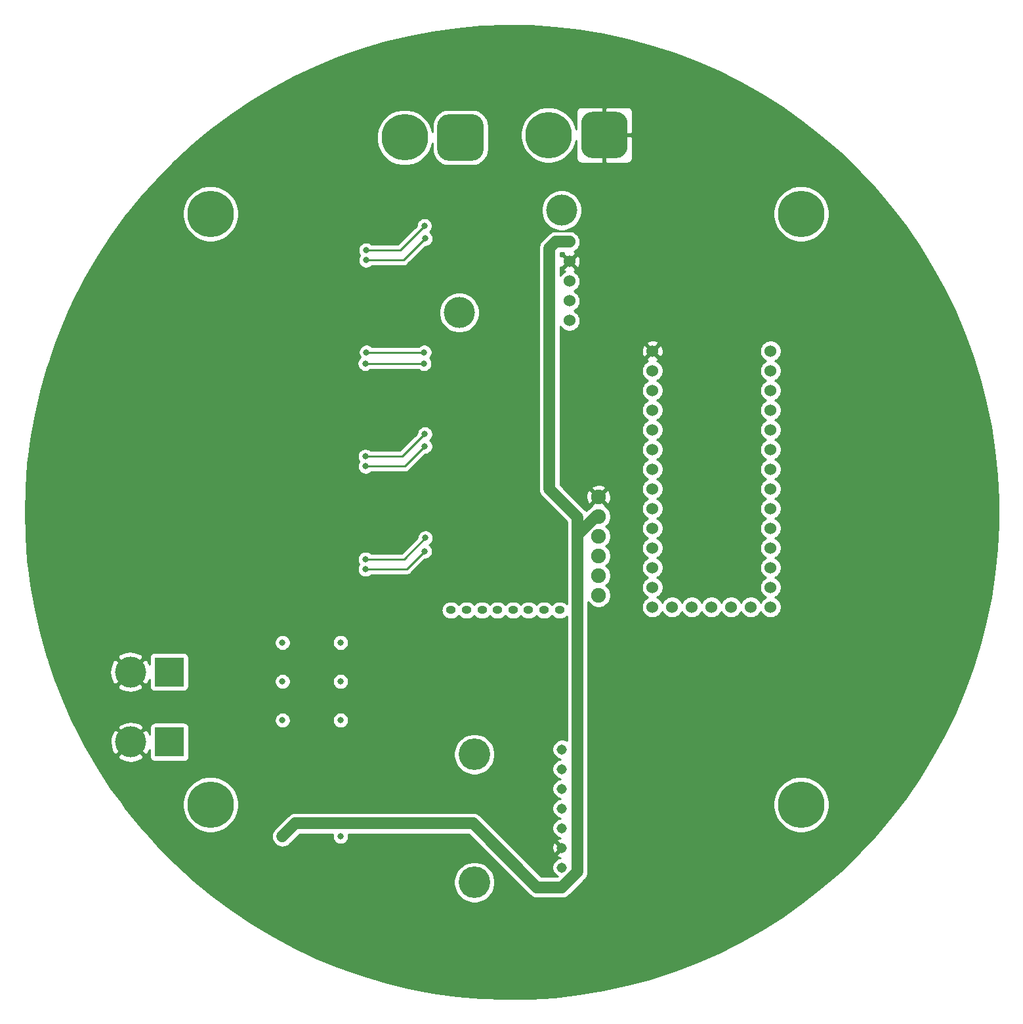
<source format=gbr>
%TF.GenerationSoftware,KiCad,Pcbnew,(5.1.8)-1*%
%TF.CreationDate,2021-01-10T21:03:03-08:00*%
%TF.ProjectId,PJS,504a532e-6b69-4636-9164-5f7063625858,rev?*%
%TF.SameCoordinates,Original*%
%TF.FileFunction,Copper,L2,Bot*%
%TF.FilePolarity,Positive*%
%FSLAX46Y46*%
G04 Gerber Fmt 4.6, Leading zero omitted, Abs format (unit mm)*
G04 Created by KiCad (PCBNEW (5.1.8)-1) date 2021-01-10 21:03:03*
%MOMM*%
%LPD*%
G01*
G04 APERTURE LIST*
%TA.AperFunction,ComponentPad*%
%ADD10C,4.000000*%
%TD*%
%TA.AperFunction,ComponentPad*%
%ADD11C,1.524000*%
%TD*%
%TA.AperFunction,ComponentPad*%
%ADD12C,1.308000*%
%TD*%
%TA.AperFunction,ComponentPad*%
%ADD13C,4.064000*%
%TD*%
%TA.AperFunction,ComponentPad*%
%ADD14C,0.800000*%
%TD*%
%TA.AperFunction,ComponentPad*%
%ADD15C,6.000000*%
%TD*%
%TA.AperFunction,ComponentPad*%
%ADD16O,1.270000X1.000000*%
%TD*%
%TA.AperFunction,ComponentPad*%
%ADD17C,1.900000*%
%TD*%
%TA.AperFunction,ComponentPad*%
%ADD18R,3.800000X3.800000*%
%TD*%
%TA.AperFunction,ComponentPad*%
%ADD19C,1.530000*%
%TD*%
%TA.AperFunction,ViaPad*%
%ADD20C,6.000000*%
%TD*%
%TA.AperFunction,ViaPad*%
%ADD21C,0.800000*%
%TD*%
%TA.AperFunction,Conductor*%
%ADD22C,0.250000*%
%TD*%
%TA.AperFunction,Conductor*%
%ADD23C,0.500000*%
%TD*%
%TA.AperFunction,Conductor*%
%ADD24C,1.500000*%
%TD*%
%TA.AperFunction,Conductor*%
%ADD25C,0.254000*%
%TD*%
%TA.AperFunction,Conductor*%
%ADD26C,0.100000*%
%TD*%
G04 APERTURE END LIST*
D10*
%TO.P,VR1,*%
%TO.N,*%
X124146500Y-73084499D03*
X137346500Y-59884499D03*
D11*
%TO.P,VR1,5*%
%TO.N,+5V*%
X138366500Y-63944499D03*
%TO.P,VR1,4*%
%TO.N,GND*%
X138366500Y-66484499D03*
%TO.P,VR1,3*%
%TO.N,+12V*%
X138366500Y-69024499D03*
%TO.P,VR1,2*%
%TO.N,Net-(VR1-Pad2)*%
X138366500Y-71564499D03*
%TO.P,VR1,1*%
%TO.N,Net-(VR1-Pad1)*%
X138376500Y-74114499D03*
%TD*%
D12*
%TO.P,A5,3*%
%TO.N,GND*%
X137414000Y-142112999D03*
%TO.P,A5,5*%
%TO.N,Net-(A5-Pad5)*%
X137414000Y-137032999D03*
%TO.P,A5,2*%
%TO.N,Net-(A5-Pad2)*%
X137414000Y-144652999D03*
D13*
%TO.P,A5, *%
%TO.N,N/C*%
X126111000Y-130047999D03*
D12*
%TO.P,A5,4*%
%TO.N,/Alt_SCK*%
X137414000Y-139572999D03*
%TO.P,A5,1*%
%TO.N,+5V*%
X137414000Y-147192999D03*
%TO.P,A5,6*%
%TO.N,/Alt_SDI*%
X137414000Y-134492999D03*
%TO.P,A5,8*%
%TO.N,Net-(A5-Pad8)*%
X137414000Y-129412999D03*
%TO.P,A5,7*%
%TO.N,Net-(A5-Pad7)*%
X137414000Y-131952999D03*
D13*
%TO.P,A5, *%
%TO.N,N/C*%
X126111000Y-146557999D03*
%TD*%
D14*
%TO.P,K1,5*%
%TO.N,/Door_RelayOut1*%
X101342500Y-115642999D03*
%TO.P,K1,3*%
%TO.N,+12V*%
X101342500Y-120642999D03*
%TO.P,K1,2*%
%TO.N,Net-(K1-Pad2)*%
X101342500Y-125642999D03*
%TO.P,K1,1*%
%TO.N,+5V*%
X101342500Y-140642999D03*
%TO.P,K1,5*%
%TO.N,/Door_RelayOut1*%
X108842500Y-115642999D03*
%TO.P,K1,6*%
%TO.N,+12V*%
X108842500Y-120642999D03*
%TO.P,K1,7*%
%TO.N,Net-(K1-Pad7)*%
X108842500Y-125642999D03*
%TO.P,K1,8*%
%TO.N,Net-(D1-Pad1)*%
X108842500Y-140642999D03*
%TD*%
%TO.P,X3,*%
%TO.N,GND*%
%TA.AperFunction,ComponentPad*%
G36*
G01*
X145875000Y-48664999D02*
X145875000Y-51664999D01*
G75*
G02*
X144375000Y-53164999I-1500000J0D01*
G01*
X141375000Y-53164999D01*
G75*
G02*
X139875000Y-51664999I0J1500000D01*
G01*
X139875000Y-48664999D01*
G75*
G02*
X141375000Y-47164999I1500000J0D01*
G01*
X144375000Y-47164999D01*
G75*
G02*
X145875000Y-48664999I0J-1500000D01*
G01*
G37*
%TD.AperFunction*%
D15*
%TO.P,X3,2*%
%TO.N,Net-(X3-Pad2)*%
X135675000Y-50164999D03*
%TD*%
D16*
%TO.P,A6,13*%
%TO.N,N/C*%
X125092600Y-111454999D03*
%TO.P,A6,11*%
X129092600Y-111454999D03*
D17*
%TO.P,A6,1*%
%TO.N,GND*%
X142122600Y-96844999D03*
%TO.P,A6,4*%
%TO.N,/RF_CH2*%
X142122600Y-104464999D03*
D16*
%TO.P,A6,8*%
%TO.N,/RF_CH6*%
X135092600Y-111454999D03*
%TO.P,A6,7*%
%TO.N,/RF_CH5*%
X137092600Y-111454999D03*
%TO.P,A6,9*%
%TO.N,N/C*%
X133092600Y-111454999D03*
D17*
%TO.P,A6,5*%
%TO.N,/RF_CH3*%
X142122600Y-107004999D03*
%TO.P,A6,2*%
%TO.N,+5V*%
X142122600Y-99384999D03*
%TO.P,A6,3*%
%TO.N,/RF_CH1*%
X142122600Y-101924999D03*
%TO.P,A6,6*%
%TO.N,/RF_CH4*%
X142122600Y-109544999D03*
D16*
%TO.P,A6,14*%
%TO.N,N/C*%
X123092600Y-111454999D03*
%TO.P,A6,12*%
X127092600Y-111454999D03*
%TO.P,A6,10*%
X131092600Y-111454999D03*
%TD*%
D10*
%TO.P,X2,2*%
%TO.N,GND*%
X81715000Y-119414999D03*
D18*
%TO.P,X2,1*%
%TO.N,/Door_RelayOut1*%
X86715000Y-119414999D03*
%TD*%
D10*
%TO.P,X1,2*%
%TO.N,GND*%
X81765000Y-128464999D03*
D18*
%TO.P,X1,1*%
%TO.N,/Door_RelayOut1*%
X86765000Y-128464999D03*
%TD*%
%TO.P,X4,1*%
%TO.N,Net-(X3-Pad2)*%
%TA.AperFunction,ComponentPad*%
G36*
G01*
X127307600Y-48995199D02*
X127307600Y-51995199D01*
G75*
G02*
X125807600Y-53495199I-1500000J0D01*
G01*
X122807600Y-53495199D01*
G75*
G02*
X121307600Y-51995199I0J1500000D01*
G01*
X121307600Y-48995199D01*
G75*
G02*
X122807600Y-47495199I1500000J0D01*
G01*
X125807600Y-47495199D01*
G75*
G02*
X127307600Y-48995199I0J-1500000D01*
G01*
G37*
%TD.AperFunction*%
D15*
%TO.P,X4,2*%
%TO.N,+12V*%
X117107600Y-50495199D03*
%TD*%
D19*
%TO.P,U2,ONOFF*%
%TO.N,N/C*%
X161772600Y-111048799D03*
%TO.P,U2,PGM*%
X159232600Y-111048799D03*
%TO.P,U2,G2*%
X156692600Y-111048799D03*
%TO.P,U2,3.3V_1*%
X154152600Y-111048799D03*
%TO.P,U2,VBAT*%
%TO.N,/3.3V_Coin*%
X151612600Y-111048799D03*
%TO.P,U2,VIN*%
%TO.N,N/C*%
X164312600Y-78028799D03*
%TO.P,U2,G3*%
X164312600Y-80568799D03*
%TO.P,U2,3.3V_2*%
X164312600Y-83108799D03*
%TO.P,U2,23*%
%TO.N,/S3_UAS*%
X164312600Y-85648799D03*
%TO.P,U2,22*%
%TO.N,/S2_Door*%
X164312600Y-88188799D03*
%TO.P,U2,21*%
%TO.N,/S1_Link*%
X164312600Y-90728799D03*
%TO.P,U2,20*%
%TO.N,Net-(U2-Pad20)*%
X164312600Y-93268799D03*
%TO.P,U2,19*%
%TO.N,/Alt_SCK*%
X164312600Y-95808799D03*
%TO.P,U2,18*%
%TO.N,/Alt_SDI*%
X164312600Y-98348799D03*
%TO.P,U2,17*%
%TO.N,Net-(U2-Pad17)*%
X164312600Y-100888799D03*
%TO.P,U2,16*%
%TO.N,Net-(U2-Pad16)*%
X164312600Y-103428799D03*
%TO.P,U2,15*%
%TO.N,Net-(U2-Pad15)*%
X164312600Y-105968799D03*
%TO.P,U2,14*%
%TO.N,/RF_CH6*%
X164312600Y-108508799D03*
%TO.P,U2,13*%
%TO.N,/RF_CH5*%
X164312600Y-111048799D03*
%TO.P,U2,G1*%
%TO.N,GND*%
X149072600Y-78028799D03*
%TO.P,U2,0*%
%TO.N,/UAS_DriverIN1*%
X149072600Y-80568799D03*
%TO.P,U2,1*%
%TO.N,/UAS_DriverIN2*%
X149072600Y-83108799D03*
%TO.P,U2,2*%
%TO.N,/Link_DriverIN1*%
X149072600Y-85648799D03*
%TO.P,U2,3*%
%TO.N,/Link_DriverIN2*%
X149072600Y-88188799D03*
%TO.P,U2,4*%
%TO.N,/LockA_DriverIN1*%
X149072600Y-90728799D03*
%TO.P,U2,5*%
%TO.N,/LockA_DriverIN2*%
X149072600Y-93268799D03*
%TO.P,U2,6*%
%TO.N,/LockB_DriverIN1*%
X149072600Y-95808799D03*
%TO.P,U2,7*%
%TO.N,/LockB_DriverIN2*%
X149072600Y-98348799D03*
%TO.P,U2,8*%
%TO.N,/RF_CH1*%
X149072600Y-100888799D03*
%TO.P,U2,9*%
%TO.N,/RF_CH2*%
X149072600Y-103428799D03*
%TO.P,U2,10*%
%TO.N,/RF_CH3*%
X149072600Y-105968799D03*
%TO.P,U2,11*%
%TO.N,/RF_CH4*%
X149072600Y-108508799D03*
%TO.P,U2,12*%
%TO.N,/Relay_Signal*%
X149072600Y-111048799D03*
%TD*%
D20*
%TO.N,*%
X168275000Y-136524999D03*
X168275000Y-60324999D03*
X92075000Y-60324999D03*
X92075000Y-136524999D03*
D21*
%TO.N,GND*%
X175425000Y-97424999D03*
X178685000Y-85624999D03*
X175425000Y-85594999D03*
X178715000Y-73814999D03*
X175435000Y-73804999D03*
X178665000Y-121034999D03*
X175425000Y-121054999D03*
X178685000Y-109244999D03*
X175465000Y-109254999D03*
X178675000Y-97434999D03*
X101635000Y-66658999D03*
X101635000Y-65658999D03*
X102835000Y-64658999D03*
X102835000Y-66658999D03*
X102835000Y-65658999D03*
X101635000Y-64658999D03*
X101635000Y-79951665D03*
X101635000Y-78951665D03*
X102835000Y-77951665D03*
X102835000Y-79951665D03*
X102835000Y-78951665D03*
X101635000Y-77951665D03*
X101635000Y-93244331D03*
X101635000Y-92244331D03*
X102835000Y-91244331D03*
X102835000Y-93244331D03*
X102835000Y-92244331D03*
X101635000Y-91244331D03*
X101635000Y-106536999D03*
X102835000Y-105536999D03*
X102835000Y-104536999D03*
X102835000Y-106536999D03*
X101635000Y-105536999D03*
X101635000Y-104536999D03*
X155555000Y-123834999D03*
X158225000Y-123854999D03*
X158095000Y-121294999D03*
X107205000Y-62584999D03*
X96510000Y-63689999D03*
X97195000Y-74189999D03*
X97215000Y-72939999D03*
X97295000Y-99664999D03*
X98585000Y-92914999D03*
X96475000Y-90319999D03*
X96240000Y-103629999D03*
X107265000Y-76114999D03*
X98575000Y-79604999D03*
X96410000Y-77044999D03*
X155525000Y-121264999D03*
X156845000Y-122554999D03*
X152400000Y-55879999D03*
X160020000Y-55879999D03*
X163830000Y-57784999D03*
X163195000Y-66039999D03*
X148590000Y-69214999D03*
X98404680Y-106182159D03*
X107185000Y-89204999D03*
X98565000Y-66274999D03*
X97235000Y-59424999D03*
X97235000Y-60394999D03*
X107845000Y-145274999D03*
X97285000Y-100674999D03*
X97225000Y-86284999D03*
X97215000Y-87344999D03*
X106155000Y-67564999D03*
X106065000Y-80834999D03*
X106155000Y-94154999D03*
X107325000Y-102634999D03*
X106165000Y-107474999D03*
%TO.N,/UAS_DriverIN2*%
X112125000Y-66324999D03*
X119755000Y-63524999D03*
%TO.N,/UAS_DriverIN1*%
X112125000Y-65024999D03*
X119657340Y-61887339D03*
%TO.N,/Link_DriverIN1*%
X119625000Y-78184999D03*
X112175000Y-78184999D03*
%TO.N,/Link_DriverIN2*%
X112025000Y-79644999D03*
X119615000Y-79654999D03*
%TO.N,/LockA_DriverIN2*%
X112075000Y-92899999D03*
X119705000Y-90329999D03*
%TO.N,/LockA_DriverIN1*%
X112050000Y-91624999D03*
X119705000Y-88729999D03*
%TO.N,/LockB_DriverIN1*%
X112075000Y-104874999D03*
X119775000Y-102134999D03*
%TO.N,/LockB_DriverIN2*%
X112050000Y-106174999D03*
X119675000Y-103854999D03*
%TD*%
D22*
%TO.N,GND*%
X155525000Y-121264999D02*
X156825000Y-122564999D01*
X156835000Y-122564999D02*
X156845000Y-122554999D01*
X156825000Y-122564999D02*
X156835000Y-122564999D01*
X152400000Y-55879999D02*
X153035000Y-55244999D01*
X159385000Y-55244999D02*
X160020000Y-55879999D01*
X153035000Y-55244999D02*
X159385000Y-55244999D01*
X163830000Y-57784999D02*
X163195000Y-58419999D01*
X163195000Y-58419999D02*
X163195000Y-67309999D01*
X163195000Y-67309999D02*
X163830000Y-67944999D01*
D23*
X99065000Y-59174999D02*
X99505000Y-59614999D01*
X99505000Y-59644999D02*
X99055000Y-60094999D01*
X99505000Y-59614999D02*
X99505000Y-59644999D01*
D22*
%TO.N,/UAS_DriverIN2*%
X116955000Y-66324999D02*
X119755000Y-63524999D01*
X112125000Y-66324999D02*
X116955000Y-66324999D01*
%TO.N,/UAS_DriverIN1*%
X116519680Y-65024999D02*
X119657340Y-61887339D01*
X112125000Y-65024999D02*
X116519680Y-65024999D01*
%TO.N,/Link_DriverIN1*%
X112325000Y-78034999D02*
X112175000Y-78184999D01*
X119615000Y-78184999D02*
X119635000Y-78204999D01*
X112175000Y-78184999D02*
X119615000Y-78184999D01*
%TO.N,/Link_DriverIN2*%
X119315000Y-79644999D02*
X119615000Y-79944999D01*
X112025000Y-79644999D02*
X119315000Y-79644999D01*
%TO.N,/LockA_DriverIN2*%
X117135000Y-92899999D02*
X119705000Y-90329999D01*
X112075000Y-92899999D02*
X117135000Y-92899999D01*
%TO.N,/LockA_DriverIN1*%
X112050000Y-91624999D02*
X116810000Y-91624999D01*
X116810000Y-91624999D02*
X119705000Y-88729999D01*
%TO.N,/LockB_DriverIN1*%
X112075000Y-104874999D02*
X117035000Y-104874999D01*
X117035000Y-104874999D02*
X119775000Y-102134999D01*
%TO.N,/LockB_DriverIN2*%
X117355000Y-106174999D02*
X119675000Y-103854999D01*
X112050000Y-106174999D02*
X117355000Y-106174999D01*
D24*
%TO.N,+5V*%
X138366500Y-63944499D02*
X136585500Y-63944499D01*
X136585500Y-63944499D02*
X135785000Y-64744999D01*
X135785000Y-64744999D02*
X135785000Y-95854999D01*
X135785000Y-95854999D02*
X139315000Y-99384999D01*
X137414000Y-147192999D02*
X139405000Y-145201999D01*
X139405000Y-99474999D02*
X139315000Y-99384999D01*
X137414000Y-147192999D02*
X134173000Y-147192999D01*
X134173000Y-147192999D02*
X125935000Y-138954999D01*
X103030500Y-138954999D02*
X101342500Y-140642999D01*
X125935000Y-138954999D02*
X103030500Y-138954999D01*
X141765000Y-99384999D02*
X142122600Y-99384999D01*
X139405000Y-101744999D02*
X141765000Y-99384999D01*
X139405000Y-145201999D02*
X139405000Y-101744999D01*
X139405000Y-101744999D02*
X139405000Y-99474999D01*
%TD*%
D25*
%TO.N,GND*%
X133302623Y-36085595D02*
X136450979Y-36283673D01*
X139585406Y-36639688D01*
X142697987Y-37152740D01*
X145780858Y-37821533D01*
X148826233Y-38644379D01*
X151826417Y-39619198D01*
X154773834Y-40743528D01*
X157661036Y-42014529D01*
X160480731Y-43428990D01*
X163225796Y-44983338D01*
X165889297Y-46673647D01*
X168464505Y-48495647D01*
X170944915Y-50444735D01*
X173324262Y-52515988D01*
X175596535Y-54704173D01*
X177755994Y-57003764D01*
X179797185Y-59408950D01*
X181714950Y-61913657D01*
X183504446Y-64511557D01*
X185161151Y-67196088D01*
X186680882Y-69960469D01*
X188059799Y-72797715D01*
X189294419Y-75700661D01*
X190381623Y-78661973D01*
X191318665Y-81674170D01*
X192103177Y-84729644D01*
X192733178Y-87820676D01*
X193207077Y-90939458D01*
X193523676Y-94078111D01*
X193682176Y-97228708D01*
X193682176Y-100383288D01*
X193523676Y-103533885D01*
X193207077Y-106672538D01*
X192733178Y-109791320D01*
X192103177Y-112882352D01*
X191318665Y-115937826D01*
X190381623Y-118950023D01*
X189294419Y-121911335D01*
X188059799Y-124814281D01*
X186680882Y-127651527D01*
X185161151Y-130415908D01*
X183504446Y-133100439D01*
X181714950Y-135698339D01*
X179797185Y-138203046D01*
X177755994Y-140608232D01*
X175596535Y-142907823D01*
X173324262Y-145096008D01*
X170944915Y-147167261D01*
X168464505Y-149116349D01*
X165889297Y-150938349D01*
X163225796Y-152628658D01*
X160480731Y-154183006D01*
X157661036Y-155597467D01*
X154773834Y-156868468D01*
X151826417Y-157992798D01*
X148826233Y-158967617D01*
X145780858Y-159790463D01*
X142697987Y-160459256D01*
X139585406Y-160972308D01*
X136450979Y-161328323D01*
X133302623Y-161526401D01*
X130148292Y-161566041D01*
X126995952Y-161447145D01*
X123853568Y-161170011D01*
X120729077Y-160735340D01*
X117630373Y-160144231D01*
X114565282Y-159398176D01*
X111541548Y-158499059D01*
X108566808Y-157449153D01*
X105648577Y-156251109D01*
X102794227Y-154907954D01*
X100010968Y-153423080D01*
X97305831Y-151800239D01*
X94685649Y-150043530D01*
X92157041Y-148157391D01*
X89906188Y-146295322D01*
X123444000Y-146295322D01*
X123444000Y-146820676D01*
X123546492Y-147335934D01*
X123747536Y-147821297D01*
X124039406Y-148258112D01*
X124410887Y-148629593D01*
X124847702Y-148921463D01*
X125333065Y-149122507D01*
X125848323Y-149224999D01*
X126373677Y-149224999D01*
X126888935Y-149122507D01*
X127374298Y-148921463D01*
X127811113Y-148629593D01*
X128182594Y-148258112D01*
X128474464Y-147821297D01*
X128675508Y-147335934D01*
X128778000Y-146820676D01*
X128778000Y-146295322D01*
X128675508Y-145780064D01*
X128474464Y-145294701D01*
X128182594Y-144857886D01*
X127811113Y-144486405D01*
X127374298Y-144194535D01*
X126888935Y-143993491D01*
X126373677Y-143890999D01*
X125848323Y-143890999D01*
X125333065Y-143993491D01*
X124847702Y-144194535D01*
X124410887Y-144486405D01*
X124039406Y-144857886D01*
X123747536Y-145294701D01*
X123546492Y-145780064D01*
X123444000Y-146295322D01*
X89906188Y-146295322D01*
X89726395Y-146146585D01*
X87399850Y-144016193D01*
X85183284Y-141771596D01*
X84175619Y-140642999D01*
X99950800Y-140642999D01*
X99977540Y-140914506D01*
X100056736Y-141175579D01*
X100185344Y-141416187D01*
X100358419Y-141627080D01*
X100569312Y-141800155D01*
X100809920Y-141928763D01*
X101070993Y-142007959D01*
X101342500Y-142034699D01*
X101614007Y-142007959D01*
X101875080Y-141928763D01*
X102115688Y-141800155D01*
X102273733Y-141670451D01*
X103604185Y-140339999D01*
X107847730Y-140339999D01*
X107847274Y-140341101D01*
X107807500Y-140541060D01*
X107807500Y-140744938D01*
X107847274Y-140944897D01*
X107925295Y-141133255D01*
X108038563Y-141302773D01*
X108182726Y-141446936D01*
X108352244Y-141560204D01*
X108540602Y-141638225D01*
X108740561Y-141677999D01*
X108944439Y-141677999D01*
X109144398Y-141638225D01*
X109332756Y-141560204D01*
X109502274Y-141446936D01*
X109646437Y-141302773D01*
X109759705Y-141133255D01*
X109837726Y-140944897D01*
X109877500Y-140744938D01*
X109877500Y-140541060D01*
X109837726Y-140341101D01*
X109837270Y-140339999D01*
X125361315Y-140339999D01*
X133145550Y-148124235D01*
X133188919Y-148177080D01*
X133241764Y-148220449D01*
X133241766Y-148220451D01*
X133287656Y-148258112D01*
X133399812Y-148350156D01*
X133640419Y-148478763D01*
X133901493Y-148557959D01*
X134104963Y-148577999D01*
X134104972Y-148577999D01*
X134172999Y-148584699D01*
X134241026Y-148577999D01*
X137345971Y-148577999D01*
X137414000Y-148584699D01*
X137482029Y-148577999D01*
X137482037Y-148577999D01*
X137685507Y-148557959D01*
X137946581Y-148478763D01*
X138187188Y-148350156D01*
X138398081Y-148177080D01*
X138441454Y-148124230D01*
X140336241Y-146229444D01*
X140389080Y-146186080D01*
X140432445Y-146133240D01*
X140432452Y-146133233D01*
X140562156Y-145975188D01*
X140562157Y-145975187D01*
X140690764Y-145734580D01*
X140769960Y-145473506D01*
X140790000Y-145270036D01*
X140790000Y-145270027D01*
X140796700Y-145202000D01*
X140790000Y-145133973D01*
X140790000Y-136166983D01*
X164640000Y-136166983D01*
X164640000Y-136883015D01*
X164779691Y-137585289D01*
X165053705Y-138246817D01*
X165451511Y-138842176D01*
X165957823Y-139348488D01*
X166553182Y-139746294D01*
X167214710Y-140020308D01*
X167916984Y-140159999D01*
X168633016Y-140159999D01*
X169335290Y-140020308D01*
X169996818Y-139746294D01*
X170592177Y-139348488D01*
X171098489Y-138842176D01*
X171496295Y-138246817D01*
X171770309Y-137585289D01*
X171910000Y-136883015D01*
X171910000Y-136166983D01*
X171770309Y-135464709D01*
X171496295Y-134803181D01*
X171098489Y-134207822D01*
X170592177Y-133701510D01*
X169996818Y-133303704D01*
X169335290Y-133029690D01*
X168633016Y-132889999D01*
X167916984Y-132889999D01*
X167214710Y-133029690D01*
X166553182Y-133303704D01*
X165957823Y-133701510D01*
X165451511Y-134207822D01*
X165053705Y-134803181D01*
X164779691Y-135464709D01*
X164640000Y-136166983D01*
X140790000Y-136166983D01*
X140790000Y-110403547D01*
X140891450Y-110555378D01*
X141112221Y-110776149D01*
X141371821Y-110949608D01*
X141660273Y-111069088D01*
X141966491Y-111129999D01*
X142278709Y-111129999D01*
X142584927Y-111069088D01*
X142873379Y-110949608D01*
X143132979Y-110776149D01*
X143353750Y-110555378D01*
X143527209Y-110295778D01*
X143646689Y-110007326D01*
X143707600Y-109701108D01*
X143707600Y-109388890D01*
X143646689Y-109082672D01*
X143527209Y-108794220D01*
X143353750Y-108534620D01*
X143132979Y-108313849D01*
X143074836Y-108274999D01*
X143132979Y-108236149D01*
X143353750Y-108015378D01*
X143527209Y-107755778D01*
X143646689Y-107467326D01*
X143707600Y-107161108D01*
X143707600Y-106848890D01*
X143646689Y-106542672D01*
X143527209Y-106254220D01*
X143353750Y-105994620D01*
X143132979Y-105773849D01*
X143074836Y-105734999D01*
X143132979Y-105696149D01*
X143353750Y-105475378D01*
X143527209Y-105215778D01*
X143646689Y-104927326D01*
X143707600Y-104621108D01*
X143707600Y-104308890D01*
X143646689Y-104002672D01*
X143527209Y-103714220D01*
X143353750Y-103454620D01*
X143132979Y-103233849D01*
X143074836Y-103194999D01*
X143132979Y-103156149D01*
X143353750Y-102935378D01*
X143527209Y-102675778D01*
X143646689Y-102387326D01*
X143707600Y-102081108D01*
X143707600Y-101768890D01*
X143646689Y-101462672D01*
X143527209Y-101174220D01*
X143353750Y-100914620D01*
X143132979Y-100693849D01*
X143074836Y-100654999D01*
X143132979Y-100616149D01*
X143353750Y-100395378D01*
X143527209Y-100135778D01*
X143646689Y-99847326D01*
X143707600Y-99541108D01*
X143707600Y-99228890D01*
X143646689Y-98922672D01*
X143527209Y-98634220D01*
X143353750Y-98374620D01*
X143132979Y-98153849D01*
X143000924Y-98065612D01*
X143042747Y-97944751D01*
X142122600Y-97024604D01*
X141202453Y-97944751D01*
X141244276Y-98065612D01*
X141112221Y-98153849D01*
X141091526Y-98174544D01*
X140991812Y-98227842D01*
X140991810Y-98227843D01*
X140991811Y-98227843D01*
X140833766Y-98357547D01*
X140833764Y-98357549D01*
X140780919Y-98400918D01*
X140737550Y-98453763D01*
X140529407Y-98661906D01*
X140389081Y-98490918D01*
X140336236Y-98447549D01*
X138798259Y-96909572D01*
X140531241Y-96909572D01*
X140574416Y-97218790D01*
X140677087Y-97513643D01*
X140763558Y-97675420D01*
X141022848Y-97765146D01*
X141942995Y-96844999D01*
X142302205Y-96844999D01*
X143222352Y-97765146D01*
X143481642Y-97675420D01*
X143617535Y-97394328D01*
X143695979Y-97092126D01*
X143713959Y-96780426D01*
X143670784Y-96471208D01*
X143568113Y-96176355D01*
X143481642Y-96014578D01*
X143222352Y-95924852D01*
X142302205Y-96844999D01*
X141942995Y-96844999D01*
X141022848Y-95924852D01*
X140763558Y-96014578D01*
X140627665Y-96295670D01*
X140549221Y-96597872D01*
X140531241Y-96909572D01*
X138798259Y-96909572D01*
X137633934Y-95745247D01*
X141202453Y-95745247D01*
X142122600Y-96665394D01*
X143042747Y-95745247D01*
X142953021Y-95485957D01*
X142671929Y-95350064D01*
X142369727Y-95271620D01*
X142058027Y-95253640D01*
X141748809Y-95296815D01*
X141453956Y-95399486D01*
X141292179Y-95485957D01*
X141202453Y-95745247D01*
X137633934Y-95745247D01*
X137170000Y-95281314D01*
X137170000Y-80430911D01*
X147672600Y-80430911D01*
X147672600Y-80706687D01*
X147726401Y-80977164D01*
X147831936Y-81231948D01*
X147985149Y-81461247D01*
X148180152Y-81656250D01*
X148409451Y-81809463D01*
X148480274Y-81838799D01*
X148409451Y-81868135D01*
X148180152Y-82021348D01*
X147985149Y-82216351D01*
X147831936Y-82445650D01*
X147726401Y-82700434D01*
X147672600Y-82970911D01*
X147672600Y-83246687D01*
X147726401Y-83517164D01*
X147831936Y-83771948D01*
X147985149Y-84001247D01*
X148180152Y-84196250D01*
X148409451Y-84349463D01*
X148480274Y-84378799D01*
X148409451Y-84408135D01*
X148180152Y-84561348D01*
X147985149Y-84756351D01*
X147831936Y-84985650D01*
X147726401Y-85240434D01*
X147672600Y-85510911D01*
X147672600Y-85786687D01*
X147726401Y-86057164D01*
X147831936Y-86311948D01*
X147985149Y-86541247D01*
X148180152Y-86736250D01*
X148409451Y-86889463D01*
X148480274Y-86918799D01*
X148409451Y-86948135D01*
X148180152Y-87101348D01*
X147985149Y-87296351D01*
X147831936Y-87525650D01*
X147726401Y-87780434D01*
X147672600Y-88050911D01*
X147672600Y-88326687D01*
X147726401Y-88597164D01*
X147831936Y-88851948D01*
X147985149Y-89081247D01*
X148180152Y-89276250D01*
X148409451Y-89429463D01*
X148480274Y-89458799D01*
X148409451Y-89488135D01*
X148180152Y-89641348D01*
X147985149Y-89836351D01*
X147831936Y-90065650D01*
X147726401Y-90320434D01*
X147672600Y-90590911D01*
X147672600Y-90866687D01*
X147726401Y-91137164D01*
X147831936Y-91391948D01*
X147985149Y-91621247D01*
X148180152Y-91816250D01*
X148409451Y-91969463D01*
X148480274Y-91998799D01*
X148409451Y-92028135D01*
X148180152Y-92181348D01*
X147985149Y-92376351D01*
X147831936Y-92605650D01*
X147726401Y-92860434D01*
X147672600Y-93130911D01*
X147672600Y-93406687D01*
X147726401Y-93677164D01*
X147831936Y-93931948D01*
X147985149Y-94161247D01*
X148180152Y-94356250D01*
X148409451Y-94509463D01*
X148480274Y-94538799D01*
X148409451Y-94568135D01*
X148180152Y-94721348D01*
X147985149Y-94916351D01*
X147831936Y-95145650D01*
X147726401Y-95400434D01*
X147672600Y-95670911D01*
X147672600Y-95946687D01*
X147726401Y-96217164D01*
X147831936Y-96471948D01*
X147985149Y-96701247D01*
X148180152Y-96896250D01*
X148409451Y-97049463D01*
X148480274Y-97078799D01*
X148409451Y-97108135D01*
X148180152Y-97261348D01*
X147985149Y-97456351D01*
X147831936Y-97685650D01*
X147726401Y-97940434D01*
X147672600Y-98210911D01*
X147672600Y-98486687D01*
X147726401Y-98757164D01*
X147831936Y-99011948D01*
X147985149Y-99241247D01*
X148180152Y-99436250D01*
X148409451Y-99589463D01*
X148480274Y-99618799D01*
X148409451Y-99648135D01*
X148180152Y-99801348D01*
X147985149Y-99996351D01*
X147831936Y-100225650D01*
X147726401Y-100480434D01*
X147672600Y-100750911D01*
X147672600Y-101026687D01*
X147726401Y-101297164D01*
X147831936Y-101551948D01*
X147985149Y-101781247D01*
X148180152Y-101976250D01*
X148409451Y-102129463D01*
X148480274Y-102158799D01*
X148409451Y-102188135D01*
X148180152Y-102341348D01*
X147985149Y-102536351D01*
X147831936Y-102765650D01*
X147726401Y-103020434D01*
X147672600Y-103290911D01*
X147672600Y-103566687D01*
X147726401Y-103837164D01*
X147831936Y-104091948D01*
X147985149Y-104321247D01*
X148180152Y-104516250D01*
X148409451Y-104669463D01*
X148480274Y-104698799D01*
X148409451Y-104728135D01*
X148180152Y-104881348D01*
X147985149Y-105076351D01*
X147831936Y-105305650D01*
X147726401Y-105560434D01*
X147672600Y-105830911D01*
X147672600Y-106106687D01*
X147726401Y-106377164D01*
X147831936Y-106631948D01*
X147985149Y-106861247D01*
X148180152Y-107056250D01*
X148409451Y-107209463D01*
X148480274Y-107238799D01*
X148409451Y-107268135D01*
X148180152Y-107421348D01*
X147985149Y-107616351D01*
X147831936Y-107845650D01*
X147726401Y-108100434D01*
X147672600Y-108370911D01*
X147672600Y-108646687D01*
X147726401Y-108917164D01*
X147831936Y-109171948D01*
X147985149Y-109401247D01*
X148180152Y-109596250D01*
X148409451Y-109749463D01*
X148480274Y-109778799D01*
X148409451Y-109808135D01*
X148180152Y-109961348D01*
X147985149Y-110156351D01*
X147831936Y-110385650D01*
X147726401Y-110640434D01*
X147672600Y-110910911D01*
X147672600Y-111186687D01*
X147726401Y-111457164D01*
X147831936Y-111711948D01*
X147985149Y-111941247D01*
X148180152Y-112136250D01*
X148409451Y-112289463D01*
X148664235Y-112394998D01*
X148934712Y-112448799D01*
X149210488Y-112448799D01*
X149480965Y-112394998D01*
X149735749Y-112289463D01*
X149965048Y-112136250D01*
X150160051Y-111941247D01*
X150313264Y-111711948D01*
X150342600Y-111641125D01*
X150371936Y-111711948D01*
X150525149Y-111941247D01*
X150720152Y-112136250D01*
X150949451Y-112289463D01*
X151204235Y-112394998D01*
X151474712Y-112448799D01*
X151750488Y-112448799D01*
X152020965Y-112394998D01*
X152275749Y-112289463D01*
X152505048Y-112136250D01*
X152700051Y-111941247D01*
X152853264Y-111711948D01*
X152882600Y-111641125D01*
X152911936Y-111711948D01*
X153065149Y-111941247D01*
X153260152Y-112136250D01*
X153489451Y-112289463D01*
X153744235Y-112394998D01*
X154014712Y-112448799D01*
X154290488Y-112448799D01*
X154560965Y-112394998D01*
X154815749Y-112289463D01*
X155045048Y-112136250D01*
X155240051Y-111941247D01*
X155393264Y-111711948D01*
X155422600Y-111641125D01*
X155451936Y-111711948D01*
X155605149Y-111941247D01*
X155800152Y-112136250D01*
X156029451Y-112289463D01*
X156284235Y-112394998D01*
X156554712Y-112448799D01*
X156830488Y-112448799D01*
X157100965Y-112394998D01*
X157355749Y-112289463D01*
X157585048Y-112136250D01*
X157780051Y-111941247D01*
X157933264Y-111711948D01*
X157962600Y-111641125D01*
X157991936Y-111711948D01*
X158145149Y-111941247D01*
X158340152Y-112136250D01*
X158569451Y-112289463D01*
X158824235Y-112394998D01*
X159094712Y-112448799D01*
X159370488Y-112448799D01*
X159640965Y-112394998D01*
X159895749Y-112289463D01*
X160125048Y-112136250D01*
X160320051Y-111941247D01*
X160473264Y-111711948D01*
X160502600Y-111641125D01*
X160531936Y-111711948D01*
X160685149Y-111941247D01*
X160880152Y-112136250D01*
X161109451Y-112289463D01*
X161364235Y-112394998D01*
X161634712Y-112448799D01*
X161910488Y-112448799D01*
X162180965Y-112394998D01*
X162435749Y-112289463D01*
X162665048Y-112136250D01*
X162860051Y-111941247D01*
X163013264Y-111711948D01*
X163042600Y-111641125D01*
X163071936Y-111711948D01*
X163225149Y-111941247D01*
X163420152Y-112136250D01*
X163649451Y-112289463D01*
X163904235Y-112394998D01*
X164174712Y-112448799D01*
X164450488Y-112448799D01*
X164720965Y-112394998D01*
X164975749Y-112289463D01*
X165205048Y-112136250D01*
X165400051Y-111941247D01*
X165553264Y-111711948D01*
X165658799Y-111457164D01*
X165712600Y-111186687D01*
X165712600Y-110910911D01*
X165658799Y-110640434D01*
X165553264Y-110385650D01*
X165400051Y-110156351D01*
X165205048Y-109961348D01*
X164975749Y-109808135D01*
X164904926Y-109778799D01*
X164975749Y-109749463D01*
X165205048Y-109596250D01*
X165400051Y-109401247D01*
X165553264Y-109171948D01*
X165658799Y-108917164D01*
X165712600Y-108646687D01*
X165712600Y-108370911D01*
X165658799Y-108100434D01*
X165553264Y-107845650D01*
X165400051Y-107616351D01*
X165205048Y-107421348D01*
X164975749Y-107268135D01*
X164904926Y-107238799D01*
X164975749Y-107209463D01*
X165205048Y-107056250D01*
X165400051Y-106861247D01*
X165553264Y-106631948D01*
X165658799Y-106377164D01*
X165712600Y-106106687D01*
X165712600Y-105830911D01*
X165658799Y-105560434D01*
X165553264Y-105305650D01*
X165400051Y-105076351D01*
X165205048Y-104881348D01*
X164975749Y-104728135D01*
X164904926Y-104698799D01*
X164975749Y-104669463D01*
X165205048Y-104516250D01*
X165400051Y-104321247D01*
X165553264Y-104091948D01*
X165658799Y-103837164D01*
X165712600Y-103566687D01*
X165712600Y-103290911D01*
X165658799Y-103020434D01*
X165553264Y-102765650D01*
X165400051Y-102536351D01*
X165205048Y-102341348D01*
X164975749Y-102188135D01*
X164904926Y-102158799D01*
X164975749Y-102129463D01*
X165205048Y-101976250D01*
X165400051Y-101781247D01*
X165553264Y-101551948D01*
X165658799Y-101297164D01*
X165712600Y-101026687D01*
X165712600Y-100750911D01*
X165658799Y-100480434D01*
X165553264Y-100225650D01*
X165400051Y-99996351D01*
X165205048Y-99801348D01*
X164975749Y-99648135D01*
X164904926Y-99618799D01*
X164975749Y-99589463D01*
X165205048Y-99436250D01*
X165400051Y-99241247D01*
X165553264Y-99011948D01*
X165658799Y-98757164D01*
X165712600Y-98486687D01*
X165712600Y-98210911D01*
X165658799Y-97940434D01*
X165553264Y-97685650D01*
X165400051Y-97456351D01*
X165205048Y-97261348D01*
X164975749Y-97108135D01*
X164904926Y-97078799D01*
X164975749Y-97049463D01*
X165205048Y-96896250D01*
X165400051Y-96701247D01*
X165553264Y-96471948D01*
X165658799Y-96217164D01*
X165712600Y-95946687D01*
X165712600Y-95670911D01*
X165658799Y-95400434D01*
X165553264Y-95145650D01*
X165400051Y-94916351D01*
X165205048Y-94721348D01*
X164975749Y-94568135D01*
X164904926Y-94538799D01*
X164975749Y-94509463D01*
X165205048Y-94356250D01*
X165400051Y-94161247D01*
X165553264Y-93931948D01*
X165658799Y-93677164D01*
X165712600Y-93406687D01*
X165712600Y-93130911D01*
X165658799Y-92860434D01*
X165553264Y-92605650D01*
X165400051Y-92376351D01*
X165205048Y-92181348D01*
X164975749Y-92028135D01*
X164904926Y-91998799D01*
X164975749Y-91969463D01*
X165205048Y-91816250D01*
X165400051Y-91621247D01*
X165553264Y-91391948D01*
X165658799Y-91137164D01*
X165712600Y-90866687D01*
X165712600Y-90590911D01*
X165658799Y-90320434D01*
X165553264Y-90065650D01*
X165400051Y-89836351D01*
X165205048Y-89641348D01*
X164975749Y-89488135D01*
X164904926Y-89458799D01*
X164975749Y-89429463D01*
X165205048Y-89276250D01*
X165400051Y-89081247D01*
X165553264Y-88851948D01*
X165658799Y-88597164D01*
X165712600Y-88326687D01*
X165712600Y-88050911D01*
X165658799Y-87780434D01*
X165553264Y-87525650D01*
X165400051Y-87296351D01*
X165205048Y-87101348D01*
X164975749Y-86948135D01*
X164904926Y-86918799D01*
X164975749Y-86889463D01*
X165205048Y-86736250D01*
X165400051Y-86541247D01*
X165553264Y-86311948D01*
X165658799Y-86057164D01*
X165712600Y-85786687D01*
X165712600Y-85510911D01*
X165658799Y-85240434D01*
X165553264Y-84985650D01*
X165400051Y-84756351D01*
X165205048Y-84561348D01*
X164975749Y-84408135D01*
X164904926Y-84378799D01*
X164975749Y-84349463D01*
X165205048Y-84196250D01*
X165400051Y-84001247D01*
X165553264Y-83771948D01*
X165658799Y-83517164D01*
X165712600Y-83246687D01*
X165712600Y-82970911D01*
X165658799Y-82700434D01*
X165553264Y-82445650D01*
X165400051Y-82216351D01*
X165205048Y-82021348D01*
X164975749Y-81868135D01*
X164904926Y-81838799D01*
X164975749Y-81809463D01*
X165205048Y-81656250D01*
X165400051Y-81461247D01*
X165553264Y-81231948D01*
X165658799Y-80977164D01*
X165712600Y-80706687D01*
X165712600Y-80430911D01*
X165658799Y-80160434D01*
X165553264Y-79905650D01*
X165400051Y-79676351D01*
X165205048Y-79481348D01*
X164975749Y-79328135D01*
X164904926Y-79298799D01*
X164975749Y-79269463D01*
X165205048Y-79116250D01*
X165400051Y-78921247D01*
X165553264Y-78691948D01*
X165658799Y-78437164D01*
X165712600Y-78166687D01*
X165712600Y-77890911D01*
X165658799Y-77620434D01*
X165553264Y-77365650D01*
X165400051Y-77136351D01*
X165205048Y-76941348D01*
X164975749Y-76788135D01*
X164720965Y-76682600D01*
X164450488Y-76628799D01*
X164174712Y-76628799D01*
X163904235Y-76682600D01*
X163649451Y-76788135D01*
X163420152Y-76941348D01*
X163225149Y-77136351D01*
X163071936Y-77365650D01*
X162966401Y-77620434D01*
X162912600Y-77890911D01*
X162912600Y-78166687D01*
X162966401Y-78437164D01*
X163071936Y-78691948D01*
X163225149Y-78921247D01*
X163420152Y-79116250D01*
X163649451Y-79269463D01*
X163720274Y-79298799D01*
X163649451Y-79328135D01*
X163420152Y-79481348D01*
X163225149Y-79676351D01*
X163071936Y-79905650D01*
X162966401Y-80160434D01*
X162912600Y-80430911D01*
X162912600Y-80706687D01*
X162966401Y-80977164D01*
X163071936Y-81231948D01*
X163225149Y-81461247D01*
X163420152Y-81656250D01*
X163649451Y-81809463D01*
X163720274Y-81838799D01*
X163649451Y-81868135D01*
X163420152Y-82021348D01*
X163225149Y-82216351D01*
X163071936Y-82445650D01*
X162966401Y-82700434D01*
X162912600Y-82970911D01*
X162912600Y-83246687D01*
X162966401Y-83517164D01*
X163071936Y-83771948D01*
X163225149Y-84001247D01*
X163420152Y-84196250D01*
X163649451Y-84349463D01*
X163720274Y-84378799D01*
X163649451Y-84408135D01*
X163420152Y-84561348D01*
X163225149Y-84756351D01*
X163071936Y-84985650D01*
X162966401Y-85240434D01*
X162912600Y-85510911D01*
X162912600Y-85786687D01*
X162966401Y-86057164D01*
X163071936Y-86311948D01*
X163225149Y-86541247D01*
X163420152Y-86736250D01*
X163649451Y-86889463D01*
X163720274Y-86918799D01*
X163649451Y-86948135D01*
X163420152Y-87101348D01*
X163225149Y-87296351D01*
X163071936Y-87525650D01*
X162966401Y-87780434D01*
X162912600Y-88050911D01*
X162912600Y-88326687D01*
X162966401Y-88597164D01*
X163071936Y-88851948D01*
X163225149Y-89081247D01*
X163420152Y-89276250D01*
X163649451Y-89429463D01*
X163720274Y-89458799D01*
X163649451Y-89488135D01*
X163420152Y-89641348D01*
X163225149Y-89836351D01*
X163071936Y-90065650D01*
X162966401Y-90320434D01*
X162912600Y-90590911D01*
X162912600Y-90866687D01*
X162966401Y-91137164D01*
X163071936Y-91391948D01*
X163225149Y-91621247D01*
X163420152Y-91816250D01*
X163649451Y-91969463D01*
X163720274Y-91998799D01*
X163649451Y-92028135D01*
X163420152Y-92181348D01*
X163225149Y-92376351D01*
X163071936Y-92605650D01*
X162966401Y-92860434D01*
X162912600Y-93130911D01*
X162912600Y-93406687D01*
X162966401Y-93677164D01*
X163071936Y-93931948D01*
X163225149Y-94161247D01*
X163420152Y-94356250D01*
X163649451Y-94509463D01*
X163720274Y-94538799D01*
X163649451Y-94568135D01*
X163420152Y-94721348D01*
X163225149Y-94916351D01*
X163071936Y-95145650D01*
X162966401Y-95400434D01*
X162912600Y-95670911D01*
X162912600Y-95946687D01*
X162966401Y-96217164D01*
X163071936Y-96471948D01*
X163225149Y-96701247D01*
X163420152Y-96896250D01*
X163649451Y-97049463D01*
X163720274Y-97078799D01*
X163649451Y-97108135D01*
X163420152Y-97261348D01*
X163225149Y-97456351D01*
X163071936Y-97685650D01*
X162966401Y-97940434D01*
X162912600Y-98210911D01*
X162912600Y-98486687D01*
X162966401Y-98757164D01*
X163071936Y-99011948D01*
X163225149Y-99241247D01*
X163420152Y-99436250D01*
X163649451Y-99589463D01*
X163720274Y-99618799D01*
X163649451Y-99648135D01*
X163420152Y-99801348D01*
X163225149Y-99996351D01*
X163071936Y-100225650D01*
X162966401Y-100480434D01*
X162912600Y-100750911D01*
X162912600Y-101026687D01*
X162966401Y-101297164D01*
X163071936Y-101551948D01*
X163225149Y-101781247D01*
X163420152Y-101976250D01*
X163649451Y-102129463D01*
X163720274Y-102158799D01*
X163649451Y-102188135D01*
X163420152Y-102341348D01*
X163225149Y-102536351D01*
X163071936Y-102765650D01*
X162966401Y-103020434D01*
X162912600Y-103290911D01*
X162912600Y-103566687D01*
X162966401Y-103837164D01*
X163071936Y-104091948D01*
X163225149Y-104321247D01*
X163420152Y-104516250D01*
X163649451Y-104669463D01*
X163720274Y-104698799D01*
X163649451Y-104728135D01*
X163420152Y-104881348D01*
X163225149Y-105076351D01*
X163071936Y-105305650D01*
X162966401Y-105560434D01*
X162912600Y-105830911D01*
X162912600Y-106106687D01*
X162966401Y-106377164D01*
X163071936Y-106631948D01*
X163225149Y-106861247D01*
X163420152Y-107056250D01*
X163649451Y-107209463D01*
X163720274Y-107238799D01*
X163649451Y-107268135D01*
X163420152Y-107421348D01*
X163225149Y-107616351D01*
X163071936Y-107845650D01*
X162966401Y-108100434D01*
X162912600Y-108370911D01*
X162912600Y-108646687D01*
X162966401Y-108917164D01*
X163071936Y-109171948D01*
X163225149Y-109401247D01*
X163420152Y-109596250D01*
X163649451Y-109749463D01*
X163720274Y-109778799D01*
X163649451Y-109808135D01*
X163420152Y-109961348D01*
X163225149Y-110156351D01*
X163071936Y-110385650D01*
X163042600Y-110456473D01*
X163013264Y-110385650D01*
X162860051Y-110156351D01*
X162665048Y-109961348D01*
X162435749Y-109808135D01*
X162180965Y-109702600D01*
X161910488Y-109648799D01*
X161634712Y-109648799D01*
X161364235Y-109702600D01*
X161109451Y-109808135D01*
X160880152Y-109961348D01*
X160685149Y-110156351D01*
X160531936Y-110385650D01*
X160502600Y-110456473D01*
X160473264Y-110385650D01*
X160320051Y-110156351D01*
X160125048Y-109961348D01*
X159895749Y-109808135D01*
X159640965Y-109702600D01*
X159370488Y-109648799D01*
X159094712Y-109648799D01*
X158824235Y-109702600D01*
X158569451Y-109808135D01*
X158340152Y-109961348D01*
X158145149Y-110156351D01*
X157991936Y-110385650D01*
X157962600Y-110456473D01*
X157933264Y-110385650D01*
X157780051Y-110156351D01*
X157585048Y-109961348D01*
X157355749Y-109808135D01*
X157100965Y-109702600D01*
X156830488Y-109648799D01*
X156554712Y-109648799D01*
X156284235Y-109702600D01*
X156029451Y-109808135D01*
X155800152Y-109961348D01*
X155605149Y-110156351D01*
X155451936Y-110385650D01*
X155422600Y-110456473D01*
X155393264Y-110385650D01*
X155240051Y-110156351D01*
X155045048Y-109961348D01*
X154815749Y-109808135D01*
X154560965Y-109702600D01*
X154290488Y-109648799D01*
X154014712Y-109648799D01*
X153744235Y-109702600D01*
X153489451Y-109808135D01*
X153260152Y-109961348D01*
X153065149Y-110156351D01*
X152911936Y-110385650D01*
X152882600Y-110456473D01*
X152853264Y-110385650D01*
X152700051Y-110156351D01*
X152505048Y-109961348D01*
X152275749Y-109808135D01*
X152020965Y-109702600D01*
X151750488Y-109648799D01*
X151474712Y-109648799D01*
X151204235Y-109702600D01*
X150949451Y-109808135D01*
X150720152Y-109961348D01*
X150525149Y-110156351D01*
X150371936Y-110385650D01*
X150342600Y-110456473D01*
X150313264Y-110385650D01*
X150160051Y-110156351D01*
X149965048Y-109961348D01*
X149735749Y-109808135D01*
X149664926Y-109778799D01*
X149735749Y-109749463D01*
X149965048Y-109596250D01*
X150160051Y-109401247D01*
X150313264Y-109171948D01*
X150418799Y-108917164D01*
X150472600Y-108646687D01*
X150472600Y-108370911D01*
X150418799Y-108100434D01*
X150313264Y-107845650D01*
X150160051Y-107616351D01*
X149965048Y-107421348D01*
X149735749Y-107268135D01*
X149664926Y-107238799D01*
X149735749Y-107209463D01*
X149965048Y-107056250D01*
X150160051Y-106861247D01*
X150313264Y-106631948D01*
X150418799Y-106377164D01*
X150472600Y-106106687D01*
X150472600Y-105830911D01*
X150418799Y-105560434D01*
X150313264Y-105305650D01*
X150160051Y-105076351D01*
X149965048Y-104881348D01*
X149735749Y-104728135D01*
X149664926Y-104698799D01*
X149735749Y-104669463D01*
X149965048Y-104516250D01*
X150160051Y-104321247D01*
X150313264Y-104091948D01*
X150418799Y-103837164D01*
X150472600Y-103566687D01*
X150472600Y-103290911D01*
X150418799Y-103020434D01*
X150313264Y-102765650D01*
X150160051Y-102536351D01*
X149965048Y-102341348D01*
X149735749Y-102188135D01*
X149664926Y-102158799D01*
X149735749Y-102129463D01*
X149965048Y-101976250D01*
X150160051Y-101781247D01*
X150313264Y-101551948D01*
X150418799Y-101297164D01*
X150472600Y-101026687D01*
X150472600Y-100750911D01*
X150418799Y-100480434D01*
X150313264Y-100225650D01*
X150160051Y-99996351D01*
X149965048Y-99801348D01*
X149735749Y-99648135D01*
X149664926Y-99618799D01*
X149735749Y-99589463D01*
X149965048Y-99436250D01*
X150160051Y-99241247D01*
X150313264Y-99011948D01*
X150418799Y-98757164D01*
X150472600Y-98486687D01*
X150472600Y-98210911D01*
X150418799Y-97940434D01*
X150313264Y-97685650D01*
X150160051Y-97456351D01*
X149965048Y-97261348D01*
X149735749Y-97108135D01*
X149664926Y-97078799D01*
X149735749Y-97049463D01*
X149965048Y-96896250D01*
X150160051Y-96701247D01*
X150313264Y-96471948D01*
X150418799Y-96217164D01*
X150472600Y-95946687D01*
X150472600Y-95670911D01*
X150418799Y-95400434D01*
X150313264Y-95145650D01*
X150160051Y-94916351D01*
X149965048Y-94721348D01*
X149735749Y-94568135D01*
X149664926Y-94538799D01*
X149735749Y-94509463D01*
X149965048Y-94356250D01*
X150160051Y-94161247D01*
X150313264Y-93931948D01*
X150418799Y-93677164D01*
X150472600Y-93406687D01*
X150472600Y-93130911D01*
X150418799Y-92860434D01*
X150313264Y-92605650D01*
X150160051Y-92376351D01*
X149965048Y-92181348D01*
X149735749Y-92028135D01*
X149664926Y-91998799D01*
X149735749Y-91969463D01*
X149965048Y-91816250D01*
X150160051Y-91621247D01*
X150313264Y-91391948D01*
X150418799Y-91137164D01*
X150472600Y-90866687D01*
X150472600Y-90590911D01*
X150418799Y-90320434D01*
X150313264Y-90065650D01*
X150160051Y-89836351D01*
X149965048Y-89641348D01*
X149735749Y-89488135D01*
X149664926Y-89458799D01*
X149735749Y-89429463D01*
X149965048Y-89276250D01*
X150160051Y-89081247D01*
X150313264Y-88851948D01*
X150418799Y-88597164D01*
X150472600Y-88326687D01*
X150472600Y-88050911D01*
X150418799Y-87780434D01*
X150313264Y-87525650D01*
X150160051Y-87296351D01*
X149965048Y-87101348D01*
X149735749Y-86948135D01*
X149664926Y-86918799D01*
X149735749Y-86889463D01*
X149965048Y-86736250D01*
X150160051Y-86541247D01*
X150313264Y-86311948D01*
X150418799Y-86057164D01*
X150472600Y-85786687D01*
X150472600Y-85510911D01*
X150418799Y-85240434D01*
X150313264Y-84985650D01*
X150160051Y-84756351D01*
X149965048Y-84561348D01*
X149735749Y-84408135D01*
X149664926Y-84378799D01*
X149735749Y-84349463D01*
X149965048Y-84196250D01*
X150160051Y-84001247D01*
X150313264Y-83771948D01*
X150418799Y-83517164D01*
X150472600Y-83246687D01*
X150472600Y-82970911D01*
X150418799Y-82700434D01*
X150313264Y-82445650D01*
X150160051Y-82216351D01*
X149965048Y-82021348D01*
X149735749Y-81868135D01*
X149664926Y-81838799D01*
X149735749Y-81809463D01*
X149965048Y-81656250D01*
X150160051Y-81461247D01*
X150313264Y-81231948D01*
X150418799Y-80977164D01*
X150472600Y-80706687D01*
X150472600Y-80430911D01*
X150418799Y-80160434D01*
X150313264Y-79905650D01*
X150160051Y-79676351D01*
X149965048Y-79481348D01*
X149735749Y-79328135D01*
X149671006Y-79301317D01*
X149676672Y-79299277D01*
X149793360Y-79236905D01*
X149860702Y-78996506D01*
X149072600Y-78208404D01*
X148284498Y-78996506D01*
X148351840Y-79236905D01*
X148481936Y-79298111D01*
X148409451Y-79328135D01*
X148180152Y-79481348D01*
X147985149Y-79676351D01*
X147831936Y-79905650D01*
X147726401Y-80160434D01*
X147672600Y-80430911D01*
X137170000Y-80430911D01*
X137170000Y-78100698D01*
X147667664Y-78100698D01*
X147708686Y-78373406D01*
X147802122Y-78632871D01*
X147864494Y-78749559D01*
X148104893Y-78816901D01*
X148892995Y-78028799D01*
X149252205Y-78028799D01*
X150040307Y-78816901D01*
X150280706Y-78749559D01*
X150398106Y-78500019D01*
X150464567Y-78232372D01*
X150477536Y-77956900D01*
X150436514Y-77684192D01*
X150343078Y-77424727D01*
X150280706Y-77308039D01*
X150040307Y-77240697D01*
X149252205Y-78028799D01*
X148892995Y-78028799D01*
X148104893Y-77240697D01*
X147864494Y-77308039D01*
X147747094Y-77557579D01*
X147680633Y-77825226D01*
X147667664Y-78100698D01*
X137170000Y-78100698D01*
X137170000Y-77061092D01*
X148284498Y-77061092D01*
X149072600Y-77849194D01*
X149860702Y-77061092D01*
X149793360Y-76820693D01*
X149543820Y-76703293D01*
X149276173Y-76636832D01*
X149000701Y-76623863D01*
X148727993Y-76664885D01*
X148468528Y-76758321D01*
X148351840Y-76820693D01*
X148284498Y-77061092D01*
X137170000Y-77061092D01*
X137170000Y-74823376D01*
X137291380Y-75005034D01*
X137485965Y-75199619D01*
X137714773Y-75352504D01*
X137969010Y-75457813D01*
X138238908Y-75511499D01*
X138514092Y-75511499D01*
X138783990Y-75457813D01*
X139038227Y-75352504D01*
X139267035Y-75199619D01*
X139461620Y-75005034D01*
X139614505Y-74776226D01*
X139719814Y-74521989D01*
X139773500Y-74252091D01*
X139773500Y-73976907D01*
X139719814Y-73707009D01*
X139614505Y-73452772D01*
X139461620Y-73223964D01*
X139267035Y-73029379D01*
X139038227Y-72876494D01*
X138943914Y-72837428D01*
X139028227Y-72802504D01*
X139257035Y-72649619D01*
X139451620Y-72455034D01*
X139604505Y-72226226D01*
X139709814Y-71971989D01*
X139763500Y-71702091D01*
X139763500Y-71426907D01*
X139709814Y-71157009D01*
X139604505Y-70902772D01*
X139451620Y-70673964D01*
X139257035Y-70479379D01*
X139028227Y-70326494D01*
X138950985Y-70294499D01*
X139028227Y-70262504D01*
X139257035Y-70109619D01*
X139451620Y-69915034D01*
X139604505Y-69686226D01*
X139709814Y-69431989D01*
X139763500Y-69162091D01*
X139763500Y-68886907D01*
X139709814Y-68617009D01*
X139604505Y-68362772D01*
X139451620Y-68133964D01*
X139257035Y-67939379D01*
X139028227Y-67786494D01*
X138956557Y-67756807D01*
X138969523Y-67752135D01*
X139085480Y-67690155D01*
X139152460Y-67450064D01*
X138366500Y-66664104D01*
X137580540Y-67450064D01*
X137647520Y-67690155D01*
X137783260Y-67753984D01*
X137704773Y-67786494D01*
X137475965Y-67939379D01*
X137281380Y-68133964D01*
X137170000Y-68300656D01*
X137170000Y-67206033D01*
X137400935Y-67270459D01*
X138186895Y-66484499D01*
X138546105Y-66484499D01*
X139332065Y-67270459D01*
X139572156Y-67203479D01*
X139689256Y-66954451D01*
X139755523Y-66687364D01*
X139768410Y-66412482D01*
X139727422Y-66140366D01*
X139634136Y-65881476D01*
X139572156Y-65765519D01*
X139332065Y-65698539D01*
X138546105Y-66484499D01*
X138186895Y-66484499D01*
X137400935Y-65698539D01*
X137170000Y-65762965D01*
X137170000Y-65329499D01*
X137633388Y-65329499D01*
X137580540Y-65518934D01*
X138366500Y-66304894D01*
X139152460Y-65518934D01*
X139085480Y-65278843D01*
X138949740Y-65215014D01*
X139028227Y-65182504D01*
X139257035Y-65029619D01*
X139451620Y-64835034D01*
X139604505Y-64606226D01*
X139709814Y-64351989D01*
X139763500Y-64082091D01*
X139763500Y-63806907D01*
X139709814Y-63537009D01*
X139604505Y-63282772D01*
X139451620Y-63053964D01*
X139257035Y-62859379D01*
X139028227Y-62706494D01*
X138773990Y-62601185D01*
X138504092Y-62547499D01*
X138228908Y-62547499D01*
X138168580Y-62559499D01*
X136653529Y-62559499D01*
X136585500Y-62552799D01*
X136517471Y-62559499D01*
X136517463Y-62559499D01*
X136337392Y-62577234D01*
X136313992Y-62579539D01*
X136052919Y-62658735D01*
X135812312Y-62787342D01*
X135601419Y-62960418D01*
X135558046Y-63013268D01*
X134853765Y-63717549D01*
X134800919Y-63760919D01*
X134757550Y-63813764D01*
X134757548Y-63813766D01*
X134746772Y-63826897D01*
X134627843Y-63971812D01*
X134593533Y-64036002D01*
X134499236Y-64212419D01*
X134466768Y-64319453D01*
X134420040Y-64473493D01*
X134400000Y-64676963D01*
X134400000Y-64676970D01*
X134393300Y-64744999D01*
X134400000Y-64813028D01*
X134400001Y-95786960D01*
X134393300Y-95854999D01*
X134420040Y-96126506D01*
X134499236Y-96387579D01*
X134627844Y-96628187D01*
X134757548Y-96786232D01*
X134757551Y-96786235D01*
X134800920Y-96839080D01*
X134853764Y-96882448D01*
X138020001Y-100048686D01*
X138020000Y-101676969D01*
X138013300Y-101744999D01*
X138020000Y-101813028D01*
X138020000Y-101813035D01*
X138020001Y-101813045D01*
X138020001Y-110637021D01*
X137861223Y-110506715D01*
X137664047Y-110401323D01*
X137450099Y-110336422D01*
X137283352Y-110319999D01*
X136901848Y-110319999D01*
X136735101Y-110336422D01*
X136521153Y-110401323D01*
X136323977Y-110506715D01*
X136151151Y-110648550D01*
X136092600Y-110719894D01*
X136034049Y-110648550D01*
X135861223Y-110506715D01*
X135664047Y-110401323D01*
X135450099Y-110336422D01*
X135283352Y-110319999D01*
X134901848Y-110319999D01*
X134735101Y-110336422D01*
X134521153Y-110401323D01*
X134323977Y-110506715D01*
X134151151Y-110648550D01*
X134092600Y-110719894D01*
X134034049Y-110648550D01*
X133861223Y-110506715D01*
X133664047Y-110401323D01*
X133450099Y-110336422D01*
X133283352Y-110319999D01*
X132901848Y-110319999D01*
X132735101Y-110336422D01*
X132521153Y-110401323D01*
X132323977Y-110506715D01*
X132151151Y-110648550D01*
X132092600Y-110719894D01*
X132034049Y-110648550D01*
X131861223Y-110506715D01*
X131664047Y-110401323D01*
X131450099Y-110336422D01*
X131283352Y-110319999D01*
X130901848Y-110319999D01*
X130735101Y-110336422D01*
X130521153Y-110401323D01*
X130323977Y-110506715D01*
X130151151Y-110648550D01*
X130092600Y-110719894D01*
X130034049Y-110648550D01*
X129861223Y-110506715D01*
X129664047Y-110401323D01*
X129450099Y-110336422D01*
X129283352Y-110319999D01*
X128901848Y-110319999D01*
X128735101Y-110336422D01*
X128521153Y-110401323D01*
X128323977Y-110506715D01*
X128151151Y-110648550D01*
X128092600Y-110719894D01*
X128034049Y-110648550D01*
X127861223Y-110506715D01*
X127664047Y-110401323D01*
X127450099Y-110336422D01*
X127283352Y-110319999D01*
X126901848Y-110319999D01*
X126735101Y-110336422D01*
X126521153Y-110401323D01*
X126323977Y-110506715D01*
X126151151Y-110648550D01*
X126092600Y-110719894D01*
X126034049Y-110648550D01*
X125861223Y-110506715D01*
X125664047Y-110401323D01*
X125450099Y-110336422D01*
X125283352Y-110319999D01*
X124901848Y-110319999D01*
X124735101Y-110336422D01*
X124521153Y-110401323D01*
X124323977Y-110506715D01*
X124151151Y-110648550D01*
X124092600Y-110719894D01*
X124034049Y-110648550D01*
X123861223Y-110506715D01*
X123664047Y-110401323D01*
X123450099Y-110336422D01*
X123283352Y-110319999D01*
X122901848Y-110319999D01*
X122735101Y-110336422D01*
X122521153Y-110401323D01*
X122323977Y-110506715D01*
X122151151Y-110648550D01*
X122009316Y-110821376D01*
X121903924Y-111018552D01*
X121839023Y-111232500D01*
X121817109Y-111454999D01*
X121839023Y-111677498D01*
X121903924Y-111891446D01*
X122009316Y-112088622D01*
X122151151Y-112261448D01*
X122323977Y-112403283D01*
X122521153Y-112508675D01*
X122735101Y-112573576D01*
X122901848Y-112589999D01*
X123283352Y-112589999D01*
X123450099Y-112573576D01*
X123664047Y-112508675D01*
X123861223Y-112403283D01*
X124034049Y-112261448D01*
X124092600Y-112190104D01*
X124151151Y-112261448D01*
X124323977Y-112403283D01*
X124521153Y-112508675D01*
X124735101Y-112573576D01*
X124901848Y-112589999D01*
X125283352Y-112589999D01*
X125450099Y-112573576D01*
X125664047Y-112508675D01*
X125861223Y-112403283D01*
X126034049Y-112261448D01*
X126092600Y-112190104D01*
X126151151Y-112261448D01*
X126323977Y-112403283D01*
X126521153Y-112508675D01*
X126735101Y-112573576D01*
X126901848Y-112589999D01*
X127283352Y-112589999D01*
X127450099Y-112573576D01*
X127664047Y-112508675D01*
X127861223Y-112403283D01*
X128034049Y-112261448D01*
X128092600Y-112190104D01*
X128151151Y-112261448D01*
X128323977Y-112403283D01*
X128521153Y-112508675D01*
X128735101Y-112573576D01*
X128901848Y-112589999D01*
X129283352Y-112589999D01*
X129450099Y-112573576D01*
X129664047Y-112508675D01*
X129861223Y-112403283D01*
X130034049Y-112261448D01*
X130092600Y-112190104D01*
X130151151Y-112261448D01*
X130323977Y-112403283D01*
X130521153Y-112508675D01*
X130735101Y-112573576D01*
X130901848Y-112589999D01*
X131283352Y-112589999D01*
X131450099Y-112573576D01*
X131664047Y-112508675D01*
X131861223Y-112403283D01*
X132034049Y-112261448D01*
X132092600Y-112190104D01*
X132151151Y-112261448D01*
X132323977Y-112403283D01*
X132521153Y-112508675D01*
X132735101Y-112573576D01*
X132901848Y-112589999D01*
X133283352Y-112589999D01*
X133450099Y-112573576D01*
X133664047Y-112508675D01*
X133861223Y-112403283D01*
X134034049Y-112261448D01*
X134092600Y-112190104D01*
X134151151Y-112261448D01*
X134323977Y-112403283D01*
X134521153Y-112508675D01*
X134735101Y-112573576D01*
X134901848Y-112589999D01*
X135283352Y-112589999D01*
X135450099Y-112573576D01*
X135664047Y-112508675D01*
X135861223Y-112403283D01*
X136034049Y-112261448D01*
X136092600Y-112190104D01*
X136151151Y-112261448D01*
X136323977Y-112403283D01*
X136521153Y-112508675D01*
X136735101Y-112573576D01*
X136901848Y-112589999D01*
X137283352Y-112589999D01*
X137450099Y-112573576D01*
X137664047Y-112508675D01*
X137861223Y-112403283D01*
X138020001Y-112272977D01*
X138020000Y-128268809D01*
X137789987Y-128173534D01*
X137540955Y-128123999D01*
X137287045Y-128123999D01*
X137038013Y-128173534D01*
X136803430Y-128270702D01*
X136592310Y-128411767D01*
X136412768Y-128591309D01*
X136271703Y-128802429D01*
X136174535Y-129037012D01*
X136125000Y-129286044D01*
X136125000Y-129539954D01*
X136174535Y-129788986D01*
X136271703Y-130023569D01*
X136412768Y-130234689D01*
X136592310Y-130414231D01*
X136803430Y-130555296D01*
X137038013Y-130652464D01*
X137191524Y-130682999D01*
X137038013Y-130713534D01*
X136803430Y-130810702D01*
X136592310Y-130951767D01*
X136412768Y-131131309D01*
X136271703Y-131342429D01*
X136174535Y-131577012D01*
X136125000Y-131826044D01*
X136125000Y-132079954D01*
X136174535Y-132328986D01*
X136271703Y-132563569D01*
X136412768Y-132774689D01*
X136592310Y-132954231D01*
X136803430Y-133095296D01*
X137038013Y-133192464D01*
X137191524Y-133222999D01*
X137038013Y-133253534D01*
X136803430Y-133350702D01*
X136592310Y-133491767D01*
X136412768Y-133671309D01*
X136271703Y-133882429D01*
X136174535Y-134117012D01*
X136125000Y-134366044D01*
X136125000Y-134619954D01*
X136174535Y-134868986D01*
X136271703Y-135103569D01*
X136412768Y-135314689D01*
X136592310Y-135494231D01*
X136803430Y-135635296D01*
X137038013Y-135732464D01*
X137191524Y-135762999D01*
X137038013Y-135793534D01*
X136803430Y-135890702D01*
X136592310Y-136031767D01*
X136412768Y-136211309D01*
X136271703Y-136422429D01*
X136174535Y-136657012D01*
X136125000Y-136906044D01*
X136125000Y-137159954D01*
X136174535Y-137408986D01*
X136271703Y-137643569D01*
X136412768Y-137854689D01*
X136592310Y-138034231D01*
X136803430Y-138175296D01*
X137038013Y-138272464D01*
X137191524Y-138302999D01*
X137038013Y-138333534D01*
X136803430Y-138430702D01*
X136592310Y-138571767D01*
X136412768Y-138751309D01*
X136271703Y-138962429D01*
X136174535Y-139197012D01*
X136125000Y-139446044D01*
X136125000Y-139699954D01*
X136174535Y-139948986D01*
X136271703Y-140183569D01*
X136412768Y-140394689D01*
X136592310Y-140574231D01*
X136803430Y-140715296D01*
X137038013Y-140812464D01*
X137191999Y-140843093D01*
X137086921Y-140859740D01*
X136848707Y-140947631D01*
X136759093Y-140995531D01*
X136705218Y-141224612D01*
X137414000Y-141933394D01*
X137428143Y-141919252D01*
X137607748Y-142098857D01*
X137593605Y-142112999D01*
X137607748Y-142127142D01*
X137428143Y-142306747D01*
X137414000Y-142292604D01*
X136705218Y-143001386D01*
X136759093Y-143230467D01*
X136989684Y-143336762D01*
X137186484Y-143384002D01*
X137038013Y-143413534D01*
X136803430Y-143510702D01*
X136592310Y-143651767D01*
X136412768Y-143831309D01*
X136271703Y-144042429D01*
X136174535Y-144277012D01*
X136125000Y-144526044D01*
X136125000Y-144779954D01*
X136174535Y-145028986D01*
X136271703Y-145263569D01*
X136412768Y-145474689D01*
X136592310Y-145654231D01*
X136803430Y-145795296D01*
X136834098Y-145807999D01*
X134746686Y-145807999D01*
X131127982Y-142189295D01*
X136121012Y-142189295D01*
X136160741Y-142440078D01*
X136248632Y-142678292D01*
X136296532Y-142767906D01*
X136525613Y-142821781D01*
X137234395Y-142112999D01*
X136525613Y-141404217D01*
X136296532Y-141458092D01*
X136190237Y-141688683D01*
X136130972Y-141935580D01*
X136121012Y-142189295D01*
X131127982Y-142189295D01*
X126962454Y-138023768D01*
X126919081Y-137970918D01*
X126708188Y-137797842D01*
X126467581Y-137669235D01*
X126206507Y-137590039D01*
X126003037Y-137569999D01*
X126003029Y-137569999D01*
X125935000Y-137563299D01*
X125866971Y-137569999D01*
X103098526Y-137569999D01*
X103030499Y-137563299D01*
X102962472Y-137569999D01*
X102962463Y-137569999D01*
X102758993Y-137590039D01*
X102497919Y-137669235D01*
X102257312Y-137797842D01*
X102046419Y-137970918D01*
X102003046Y-138023768D01*
X100315048Y-139711766D01*
X100185344Y-139869811D01*
X100056736Y-140110419D01*
X99977540Y-140371492D01*
X99950800Y-140642999D01*
X84175619Y-140642999D01*
X83082296Y-139418465D01*
X81102192Y-136962743D01*
X80524039Y-136166983D01*
X88440000Y-136166983D01*
X88440000Y-136883015D01*
X88579691Y-137585289D01*
X88853705Y-138246817D01*
X89251511Y-138842176D01*
X89757823Y-139348488D01*
X90353182Y-139746294D01*
X91014710Y-140020308D01*
X91716984Y-140159999D01*
X92433016Y-140159999D01*
X93135290Y-140020308D01*
X93796818Y-139746294D01*
X94392177Y-139348488D01*
X94898489Y-138842176D01*
X95296295Y-138246817D01*
X95570309Y-137585289D01*
X95710000Y-136883015D01*
X95710000Y-136166983D01*
X95570309Y-135464709D01*
X95296295Y-134803181D01*
X94898489Y-134207822D01*
X94392177Y-133701510D01*
X93796818Y-133303704D01*
X93135290Y-133029690D01*
X92433016Y-132889999D01*
X91716984Y-132889999D01*
X91014710Y-133029690D01*
X90353182Y-133303704D01*
X89757823Y-133701510D01*
X89251511Y-134207822D01*
X88853705Y-134803181D01*
X88579691Y-135464709D01*
X88440000Y-136166983D01*
X80524039Y-136166983D01*
X79247976Y-134410633D01*
X77524331Y-131768583D01*
X76675508Y-130312498D01*
X80097106Y-130312498D01*
X80313228Y-130679257D01*
X80773105Y-130919937D01*
X81271098Y-131066274D01*
X81788071Y-131112647D01*
X82304159Y-131057272D01*
X82799526Y-130902278D01*
X83216772Y-130679257D01*
X83432894Y-130312498D01*
X81765000Y-128644604D01*
X80097106Y-130312498D01*
X76675508Y-130312498D01*
X75935611Y-129043267D01*
X75648316Y-128488070D01*
X79117352Y-128488070D01*
X79172727Y-129004158D01*
X79327721Y-129499525D01*
X79550742Y-129916771D01*
X79917501Y-130132893D01*
X81585395Y-128464999D01*
X81944605Y-128464999D01*
X83612499Y-130132893D01*
X83979258Y-129916771D01*
X84219938Y-129456894D01*
X84226928Y-129433107D01*
X84226928Y-130364999D01*
X84239188Y-130489481D01*
X84275498Y-130609179D01*
X84334463Y-130719493D01*
X84413815Y-130816184D01*
X84510506Y-130895536D01*
X84620820Y-130954501D01*
X84740518Y-130990811D01*
X84865000Y-131003071D01*
X88665000Y-131003071D01*
X88789482Y-130990811D01*
X88909180Y-130954501D01*
X89019494Y-130895536D01*
X89116185Y-130816184D01*
X89195537Y-130719493D01*
X89254502Y-130609179D01*
X89290812Y-130489481D01*
X89303072Y-130364999D01*
X89303072Y-129785322D01*
X123444000Y-129785322D01*
X123444000Y-130310676D01*
X123546492Y-130825934D01*
X123747536Y-131311297D01*
X124039406Y-131748112D01*
X124410887Y-132119593D01*
X124847702Y-132411463D01*
X125333065Y-132612507D01*
X125848323Y-132714999D01*
X126373677Y-132714999D01*
X126888935Y-132612507D01*
X127374298Y-132411463D01*
X127811113Y-132119593D01*
X128182594Y-131748112D01*
X128474464Y-131311297D01*
X128675508Y-130825934D01*
X128778000Y-130310676D01*
X128778000Y-129785322D01*
X128675508Y-129270064D01*
X128474464Y-128784701D01*
X128182594Y-128347886D01*
X127811113Y-127976405D01*
X127374298Y-127684535D01*
X126888935Y-127483491D01*
X126373677Y-127380999D01*
X125848323Y-127380999D01*
X125333065Y-127483491D01*
X124847702Y-127684535D01*
X124410887Y-127976405D01*
X124039406Y-128347886D01*
X123747536Y-128784701D01*
X123546492Y-129270064D01*
X123444000Y-129785322D01*
X89303072Y-129785322D01*
X89303072Y-126564999D01*
X89290812Y-126440517D01*
X89254502Y-126320819D01*
X89195537Y-126210505D01*
X89116185Y-126113814D01*
X89019494Y-126034462D01*
X88909180Y-125975497D01*
X88789482Y-125939187D01*
X88665000Y-125926927D01*
X84865000Y-125926927D01*
X84740518Y-125939187D01*
X84620820Y-125975497D01*
X84510506Y-126034462D01*
X84413815Y-126113814D01*
X84334463Y-126210505D01*
X84275498Y-126320819D01*
X84239188Y-126440517D01*
X84226928Y-126564999D01*
X84226928Y-127509252D01*
X84202279Y-127430473D01*
X83979258Y-127013227D01*
X83612499Y-126797105D01*
X81944605Y-128464999D01*
X81585395Y-128464999D01*
X79917501Y-126797105D01*
X79550742Y-127013227D01*
X79310062Y-127473104D01*
X79163725Y-127971097D01*
X79117352Y-128488070D01*
X75648316Y-128488070D01*
X74680361Y-126617500D01*
X80097106Y-126617500D01*
X81765000Y-128285394D01*
X83432894Y-126617500D01*
X83216772Y-126250741D01*
X82756895Y-126010061D01*
X82258902Y-125863724D01*
X81741929Y-125817351D01*
X81225841Y-125872726D01*
X80730474Y-126027720D01*
X80313228Y-126250741D01*
X80097106Y-126617500D01*
X74680361Y-126617500D01*
X74485829Y-126241569D01*
X74166884Y-125541060D01*
X100307500Y-125541060D01*
X100307500Y-125744938D01*
X100347274Y-125944897D01*
X100425295Y-126133255D01*
X100538563Y-126302773D01*
X100682726Y-126446936D01*
X100852244Y-126560204D01*
X101040602Y-126638225D01*
X101240561Y-126677999D01*
X101444439Y-126677999D01*
X101644398Y-126638225D01*
X101832756Y-126560204D01*
X102002274Y-126446936D01*
X102146437Y-126302773D01*
X102259705Y-126133255D01*
X102337726Y-125944897D01*
X102377500Y-125744938D01*
X102377500Y-125541060D01*
X107807500Y-125541060D01*
X107807500Y-125744938D01*
X107847274Y-125944897D01*
X107925295Y-126133255D01*
X108038563Y-126302773D01*
X108182726Y-126446936D01*
X108352244Y-126560204D01*
X108540602Y-126638225D01*
X108740561Y-126677999D01*
X108944439Y-126677999D01*
X109144398Y-126638225D01*
X109332756Y-126560204D01*
X109502274Y-126446936D01*
X109646437Y-126302773D01*
X109759705Y-126133255D01*
X109837726Y-125944897D01*
X109877500Y-125744938D01*
X109877500Y-125541060D01*
X109837726Y-125341101D01*
X109759705Y-125152743D01*
X109646437Y-124983225D01*
X109502274Y-124839062D01*
X109332756Y-124725794D01*
X109144398Y-124647773D01*
X108944439Y-124607999D01*
X108740561Y-124607999D01*
X108540602Y-124647773D01*
X108352244Y-124725794D01*
X108182726Y-124839062D01*
X108038563Y-124983225D01*
X107925295Y-125152743D01*
X107847274Y-125341101D01*
X107807500Y-125541060D01*
X102377500Y-125541060D01*
X102337726Y-125341101D01*
X102259705Y-125152743D01*
X102146437Y-124983225D01*
X102002274Y-124839062D01*
X101832756Y-124725794D01*
X101644398Y-124647773D01*
X101444439Y-124607999D01*
X101240561Y-124607999D01*
X101040602Y-124647773D01*
X100852244Y-124725794D01*
X100682726Y-124839062D01*
X100538563Y-124983225D01*
X100425295Y-125152743D01*
X100347274Y-125341101D01*
X100307500Y-125541060D01*
X74166884Y-125541060D01*
X73178648Y-123370566D01*
X72344005Y-121262498D01*
X80047106Y-121262498D01*
X80263228Y-121629257D01*
X80723105Y-121869937D01*
X81221098Y-122016274D01*
X81738071Y-122062647D01*
X82254159Y-122007272D01*
X82749526Y-121852278D01*
X83166772Y-121629257D01*
X83382894Y-121262498D01*
X81715000Y-119594604D01*
X80047106Y-121262498D01*
X72344005Y-121262498D01*
X72017369Y-120437511D01*
X71678689Y-119438070D01*
X79067352Y-119438070D01*
X79122727Y-119954158D01*
X79277721Y-120449525D01*
X79500742Y-120866771D01*
X79867501Y-121082893D01*
X81535395Y-119414999D01*
X81894605Y-119414999D01*
X83562499Y-121082893D01*
X83929258Y-120866771D01*
X84169938Y-120406894D01*
X84176928Y-120383107D01*
X84176928Y-121314999D01*
X84189188Y-121439481D01*
X84225498Y-121559179D01*
X84284463Y-121669493D01*
X84363815Y-121766184D01*
X84460506Y-121845536D01*
X84570820Y-121904501D01*
X84690518Y-121940811D01*
X84815000Y-121953071D01*
X88615000Y-121953071D01*
X88739482Y-121940811D01*
X88859180Y-121904501D01*
X88969494Y-121845536D01*
X89066185Y-121766184D01*
X89145537Y-121669493D01*
X89204502Y-121559179D01*
X89240812Y-121439481D01*
X89253072Y-121314999D01*
X89253072Y-120541060D01*
X100307500Y-120541060D01*
X100307500Y-120744938D01*
X100347274Y-120944897D01*
X100425295Y-121133255D01*
X100538563Y-121302773D01*
X100682726Y-121446936D01*
X100852244Y-121560204D01*
X101040602Y-121638225D01*
X101240561Y-121677999D01*
X101444439Y-121677999D01*
X101644398Y-121638225D01*
X101832756Y-121560204D01*
X102002274Y-121446936D01*
X102146437Y-121302773D01*
X102259705Y-121133255D01*
X102337726Y-120944897D01*
X102377500Y-120744938D01*
X102377500Y-120541060D01*
X107807500Y-120541060D01*
X107807500Y-120744938D01*
X107847274Y-120944897D01*
X107925295Y-121133255D01*
X108038563Y-121302773D01*
X108182726Y-121446936D01*
X108352244Y-121560204D01*
X108540602Y-121638225D01*
X108740561Y-121677999D01*
X108944439Y-121677999D01*
X109144398Y-121638225D01*
X109332756Y-121560204D01*
X109502274Y-121446936D01*
X109646437Y-121302773D01*
X109759705Y-121133255D01*
X109837726Y-120944897D01*
X109877500Y-120744938D01*
X109877500Y-120541060D01*
X109837726Y-120341101D01*
X109759705Y-120152743D01*
X109646437Y-119983225D01*
X109502274Y-119839062D01*
X109332756Y-119725794D01*
X109144398Y-119647773D01*
X108944439Y-119607999D01*
X108740561Y-119607999D01*
X108540602Y-119647773D01*
X108352244Y-119725794D01*
X108182726Y-119839062D01*
X108038563Y-119983225D01*
X107925295Y-120152743D01*
X107847274Y-120341101D01*
X107807500Y-120541060D01*
X102377500Y-120541060D01*
X102337726Y-120341101D01*
X102259705Y-120152743D01*
X102146437Y-119983225D01*
X102002274Y-119839062D01*
X101832756Y-119725794D01*
X101644398Y-119647773D01*
X101444439Y-119607999D01*
X101240561Y-119607999D01*
X101040602Y-119647773D01*
X100852244Y-119725794D01*
X100682726Y-119839062D01*
X100538563Y-119983225D01*
X100425295Y-120152743D01*
X100347274Y-120341101D01*
X100307500Y-120541060D01*
X89253072Y-120541060D01*
X89253072Y-117514999D01*
X89240812Y-117390517D01*
X89204502Y-117270819D01*
X89145537Y-117160505D01*
X89066185Y-117063814D01*
X88969494Y-116984462D01*
X88859180Y-116925497D01*
X88739482Y-116889187D01*
X88615000Y-116876927D01*
X84815000Y-116876927D01*
X84690518Y-116889187D01*
X84570820Y-116925497D01*
X84460506Y-116984462D01*
X84363815Y-117063814D01*
X84284463Y-117160505D01*
X84225498Y-117270819D01*
X84189188Y-117390517D01*
X84176928Y-117514999D01*
X84176928Y-118459252D01*
X84152279Y-118380473D01*
X83929258Y-117963227D01*
X83562499Y-117747105D01*
X81894605Y-119414999D01*
X81535395Y-119414999D01*
X79867501Y-117747105D01*
X79500742Y-117963227D01*
X79260062Y-118423104D01*
X79113725Y-118921097D01*
X79067352Y-119438070D01*
X71678689Y-119438070D01*
X71044808Y-117567500D01*
X80047106Y-117567500D01*
X81715000Y-119235394D01*
X83382894Y-117567500D01*
X83166772Y-117200741D01*
X82706895Y-116960061D01*
X82208902Y-116813724D01*
X81691929Y-116767351D01*
X81175841Y-116822726D01*
X80680474Y-116977720D01*
X80263228Y-117200741D01*
X80047106Y-117567500D01*
X71044808Y-117567500D01*
X71004927Y-117449813D01*
X70463365Y-115541060D01*
X100307500Y-115541060D01*
X100307500Y-115744938D01*
X100347274Y-115944897D01*
X100425295Y-116133255D01*
X100538563Y-116302773D01*
X100682726Y-116446936D01*
X100852244Y-116560204D01*
X101040602Y-116638225D01*
X101240561Y-116677999D01*
X101444439Y-116677999D01*
X101644398Y-116638225D01*
X101832756Y-116560204D01*
X102002274Y-116446936D01*
X102146437Y-116302773D01*
X102259705Y-116133255D01*
X102337726Y-115944897D01*
X102377500Y-115744938D01*
X102377500Y-115541060D01*
X107807500Y-115541060D01*
X107807500Y-115744938D01*
X107847274Y-115944897D01*
X107925295Y-116133255D01*
X108038563Y-116302773D01*
X108182726Y-116446936D01*
X108352244Y-116560204D01*
X108540602Y-116638225D01*
X108740561Y-116677999D01*
X108944439Y-116677999D01*
X109144398Y-116638225D01*
X109332756Y-116560204D01*
X109502274Y-116446936D01*
X109646437Y-116302773D01*
X109759705Y-116133255D01*
X109837726Y-115944897D01*
X109877500Y-115744938D01*
X109877500Y-115541060D01*
X109837726Y-115341101D01*
X109759705Y-115152743D01*
X109646437Y-114983225D01*
X109502274Y-114839062D01*
X109332756Y-114725794D01*
X109144398Y-114647773D01*
X108944439Y-114607999D01*
X108740561Y-114607999D01*
X108540602Y-114647773D01*
X108352244Y-114725794D01*
X108182726Y-114839062D01*
X108038563Y-114983225D01*
X107925295Y-115152743D01*
X107847274Y-115341101D01*
X107807500Y-115541060D01*
X102377500Y-115541060D01*
X102337726Y-115341101D01*
X102259705Y-115152743D01*
X102146437Y-114983225D01*
X102002274Y-114839062D01*
X101832756Y-114725794D01*
X101644398Y-114647773D01*
X101444439Y-114607999D01*
X101240561Y-114607999D01*
X101040602Y-114647773D01*
X100852244Y-114725794D01*
X100682726Y-114839062D01*
X100538563Y-114983225D01*
X100425295Y-115152743D01*
X100347274Y-115341101D01*
X100307500Y-115541060D01*
X70463365Y-115541060D01*
X70143878Y-114415019D01*
X69436398Y-111340795D01*
X68884273Y-108234907D01*
X68611169Y-106073060D01*
X111015000Y-106073060D01*
X111015000Y-106276938D01*
X111054774Y-106476897D01*
X111132795Y-106665255D01*
X111246063Y-106834773D01*
X111390226Y-106978936D01*
X111559744Y-107092204D01*
X111748102Y-107170225D01*
X111948061Y-107209999D01*
X112151939Y-107209999D01*
X112351898Y-107170225D01*
X112540256Y-107092204D01*
X112709774Y-106978936D01*
X112753711Y-106934999D01*
X117317678Y-106934999D01*
X117355000Y-106938675D01*
X117392322Y-106934999D01*
X117392333Y-106934999D01*
X117503986Y-106924002D01*
X117647247Y-106880545D01*
X117779276Y-106809973D01*
X117895001Y-106715000D01*
X117918804Y-106685997D01*
X119714803Y-104889999D01*
X119776939Y-104889999D01*
X119976898Y-104850225D01*
X120165256Y-104772204D01*
X120334774Y-104658936D01*
X120478937Y-104514773D01*
X120592205Y-104345255D01*
X120670226Y-104156897D01*
X120710000Y-103956938D01*
X120710000Y-103753060D01*
X120670226Y-103553101D01*
X120592205Y-103364743D01*
X120478937Y-103195225D01*
X120334774Y-103051062D01*
X120300870Y-103028408D01*
X120434774Y-102938936D01*
X120578937Y-102794773D01*
X120692205Y-102625255D01*
X120770226Y-102436897D01*
X120810000Y-102236938D01*
X120810000Y-102033060D01*
X120770226Y-101833101D01*
X120692205Y-101644743D01*
X120578937Y-101475225D01*
X120434774Y-101331062D01*
X120265256Y-101217794D01*
X120076898Y-101139773D01*
X119876939Y-101099999D01*
X119673061Y-101099999D01*
X119473102Y-101139773D01*
X119284744Y-101217794D01*
X119115226Y-101331062D01*
X118971063Y-101475225D01*
X118857795Y-101644743D01*
X118779774Y-101833101D01*
X118740000Y-102033060D01*
X118740000Y-102095197D01*
X116720199Y-104114999D01*
X112778711Y-104114999D01*
X112734774Y-104071062D01*
X112565256Y-103957794D01*
X112376898Y-103879773D01*
X112176939Y-103839999D01*
X111973061Y-103839999D01*
X111773102Y-103879773D01*
X111584744Y-103957794D01*
X111415226Y-104071062D01*
X111271063Y-104215225D01*
X111157795Y-104384743D01*
X111079774Y-104573101D01*
X111040000Y-104773060D01*
X111040000Y-104976938D01*
X111079774Y-105176897D01*
X111157795Y-105365255D01*
X111253220Y-105508068D01*
X111246063Y-105515225D01*
X111132795Y-105684743D01*
X111054774Y-105873101D01*
X111015000Y-106073060D01*
X68611169Y-106073060D01*
X68488899Y-105105201D01*
X68251275Y-101959583D01*
X68172000Y-98805998D01*
X68251275Y-95652413D01*
X68488899Y-92506795D01*
X68613173Y-91523060D01*
X111015000Y-91523060D01*
X111015000Y-91726938D01*
X111054774Y-91926897D01*
X111132795Y-92115255D01*
X111243680Y-92281207D01*
X111157795Y-92409743D01*
X111079774Y-92598101D01*
X111040000Y-92798060D01*
X111040000Y-93001938D01*
X111079774Y-93201897D01*
X111157795Y-93390255D01*
X111271063Y-93559773D01*
X111415226Y-93703936D01*
X111584744Y-93817204D01*
X111773102Y-93895225D01*
X111973061Y-93934999D01*
X112176939Y-93934999D01*
X112376898Y-93895225D01*
X112565256Y-93817204D01*
X112734774Y-93703936D01*
X112778711Y-93659999D01*
X117097678Y-93659999D01*
X117135000Y-93663675D01*
X117172322Y-93659999D01*
X117172333Y-93659999D01*
X117283986Y-93649002D01*
X117427247Y-93605545D01*
X117559276Y-93534973D01*
X117675001Y-93440000D01*
X117698804Y-93410996D01*
X119744802Y-91364999D01*
X119806939Y-91364999D01*
X120006898Y-91325225D01*
X120195256Y-91247204D01*
X120364774Y-91133936D01*
X120508937Y-90989773D01*
X120622205Y-90820255D01*
X120700226Y-90631897D01*
X120740000Y-90431938D01*
X120740000Y-90228060D01*
X120700226Y-90028101D01*
X120622205Y-89839743D01*
X120508937Y-89670225D01*
X120368711Y-89529999D01*
X120508937Y-89389773D01*
X120622205Y-89220255D01*
X120700226Y-89031897D01*
X120740000Y-88831938D01*
X120740000Y-88628060D01*
X120700226Y-88428101D01*
X120622205Y-88239743D01*
X120508937Y-88070225D01*
X120364774Y-87926062D01*
X120195256Y-87812794D01*
X120006898Y-87734773D01*
X119806939Y-87694999D01*
X119603061Y-87694999D01*
X119403102Y-87734773D01*
X119214744Y-87812794D01*
X119045226Y-87926062D01*
X118901063Y-88070225D01*
X118787795Y-88239743D01*
X118709774Y-88428101D01*
X118670000Y-88628060D01*
X118670000Y-88690197D01*
X116495199Y-90864999D01*
X112753711Y-90864999D01*
X112709774Y-90821062D01*
X112540256Y-90707794D01*
X112351898Y-90629773D01*
X112151939Y-90589999D01*
X111948061Y-90589999D01*
X111748102Y-90629773D01*
X111559744Y-90707794D01*
X111390226Y-90821062D01*
X111246063Y-90965225D01*
X111132795Y-91134743D01*
X111054774Y-91323101D01*
X111015000Y-91523060D01*
X68613173Y-91523060D01*
X68884273Y-89377089D01*
X69436398Y-86271201D01*
X70143878Y-83196977D01*
X71004927Y-80162183D01*
X71214729Y-79543060D01*
X110990000Y-79543060D01*
X110990000Y-79746938D01*
X111029774Y-79946897D01*
X111107795Y-80135255D01*
X111221063Y-80304773D01*
X111365226Y-80448936D01*
X111534744Y-80562204D01*
X111723102Y-80640225D01*
X111923061Y-80679999D01*
X112126939Y-80679999D01*
X112326898Y-80640225D01*
X112515256Y-80562204D01*
X112684774Y-80448936D01*
X112728711Y-80404999D01*
X118901289Y-80404999D01*
X118955226Y-80458936D01*
X119124744Y-80572204D01*
X119313102Y-80650225D01*
X119338072Y-80655192D01*
X119466013Y-80694001D01*
X119614999Y-80708675D01*
X119763985Y-80694001D01*
X119891925Y-80655192D01*
X119916898Y-80650225D01*
X120105256Y-80572204D01*
X120274774Y-80458936D01*
X120418937Y-80314773D01*
X120532205Y-80145255D01*
X120610226Y-79956897D01*
X120650000Y-79756938D01*
X120650000Y-79553060D01*
X120610226Y-79353101D01*
X120532205Y-79164743D01*
X120418937Y-78995225D01*
X120348711Y-78924999D01*
X120428937Y-78844773D01*
X120542205Y-78675255D01*
X120620226Y-78486897D01*
X120660000Y-78286938D01*
X120660000Y-78083060D01*
X120620226Y-77883101D01*
X120542205Y-77694743D01*
X120428937Y-77525225D01*
X120284774Y-77381062D01*
X120115256Y-77267794D01*
X119926898Y-77189773D01*
X119726939Y-77149999D01*
X119523061Y-77149999D01*
X119323102Y-77189773D01*
X119134744Y-77267794D01*
X118965226Y-77381062D01*
X118921289Y-77424999D01*
X112878711Y-77424999D01*
X112834774Y-77381062D01*
X112665256Y-77267794D01*
X112476898Y-77189773D01*
X112276939Y-77149999D01*
X112073061Y-77149999D01*
X111873102Y-77189773D01*
X111684744Y-77267794D01*
X111515226Y-77381062D01*
X111371063Y-77525225D01*
X111257795Y-77694743D01*
X111179774Y-77883101D01*
X111140000Y-78083060D01*
X111140000Y-78286938D01*
X111179774Y-78486897D01*
X111257795Y-78675255D01*
X111367547Y-78839511D01*
X111365226Y-78841062D01*
X111221063Y-78985225D01*
X111107795Y-79154743D01*
X111029774Y-79343101D01*
X110990000Y-79543060D01*
X71214729Y-79543060D01*
X72017369Y-77174485D01*
X73178648Y-74241430D01*
X73823566Y-72824974D01*
X121511500Y-72824974D01*
X121511500Y-73344024D01*
X121612761Y-73853100D01*
X121811393Y-74332640D01*
X122099762Y-74764214D01*
X122466785Y-75131237D01*
X122898359Y-75419606D01*
X123377899Y-75618238D01*
X123886975Y-75719499D01*
X124406025Y-75719499D01*
X124915101Y-75618238D01*
X125394641Y-75419606D01*
X125826215Y-75131237D01*
X126193238Y-74764214D01*
X126481607Y-74332640D01*
X126680239Y-73853100D01*
X126781500Y-73344024D01*
X126781500Y-72824974D01*
X126680239Y-72315898D01*
X126481607Y-71836358D01*
X126193238Y-71404784D01*
X125826215Y-71037761D01*
X125394641Y-70749392D01*
X124915101Y-70550760D01*
X124406025Y-70449499D01*
X123886975Y-70449499D01*
X123377899Y-70550760D01*
X122898359Y-70749392D01*
X122466785Y-71037761D01*
X122099762Y-71404784D01*
X121811393Y-71836358D01*
X121612761Y-72315898D01*
X121511500Y-72824974D01*
X73823566Y-72824974D01*
X74485829Y-71370427D01*
X75935611Y-68568729D01*
X77524331Y-65843413D01*
X78124759Y-64923060D01*
X111090000Y-64923060D01*
X111090000Y-65126938D01*
X111129774Y-65326897D01*
X111207795Y-65515255D01*
X111314532Y-65674999D01*
X111207795Y-65834743D01*
X111129774Y-66023101D01*
X111090000Y-66223060D01*
X111090000Y-66426938D01*
X111129774Y-66626897D01*
X111207795Y-66815255D01*
X111321063Y-66984773D01*
X111465226Y-67128936D01*
X111634744Y-67242204D01*
X111823102Y-67320225D01*
X112023061Y-67359999D01*
X112226939Y-67359999D01*
X112426898Y-67320225D01*
X112615256Y-67242204D01*
X112784774Y-67128936D01*
X112828711Y-67084999D01*
X116917678Y-67084999D01*
X116955000Y-67088675D01*
X116992322Y-67084999D01*
X116992333Y-67084999D01*
X117103986Y-67074002D01*
X117247247Y-67030545D01*
X117379276Y-66959973D01*
X117495001Y-66865000D01*
X117518804Y-66835996D01*
X119794802Y-64559999D01*
X119856939Y-64559999D01*
X120056898Y-64520225D01*
X120245256Y-64442204D01*
X120414774Y-64328936D01*
X120558937Y-64184773D01*
X120672205Y-64015255D01*
X120750226Y-63826897D01*
X120790000Y-63626938D01*
X120790000Y-63423060D01*
X120750226Y-63223101D01*
X120672205Y-63034743D01*
X120558937Y-62865225D01*
X120414774Y-62721062D01*
X120338376Y-62670014D01*
X120461277Y-62547113D01*
X120574545Y-62377595D01*
X120652566Y-62189237D01*
X120692340Y-61989278D01*
X120692340Y-61785400D01*
X120652566Y-61585441D01*
X120574545Y-61397083D01*
X120461277Y-61227565D01*
X120317114Y-61083402D01*
X120147596Y-60970134D01*
X119959238Y-60892113D01*
X119759279Y-60852339D01*
X119555401Y-60852339D01*
X119355442Y-60892113D01*
X119167084Y-60970134D01*
X118997566Y-61083402D01*
X118853403Y-61227565D01*
X118740135Y-61397083D01*
X118662114Y-61585441D01*
X118622340Y-61785400D01*
X118622340Y-61847537D01*
X116204879Y-64264999D01*
X112828711Y-64264999D01*
X112784774Y-64221062D01*
X112615256Y-64107794D01*
X112426898Y-64029773D01*
X112226939Y-63989999D01*
X112023061Y-63989999D01*
X111823102Y-64029773D01*
X111634744Y-64107794D01*
X111465226Y-64221062D01*
X111321063Y-64365225D01*
X111207795Y-64534743D01*
X111129774Y-64723101D01*
X111090000Y-64923060D01*
X78124759Y-64923060D01*
X79247976Y-63201363D01*
X81102192Y-60649253D01*
X81652321Y-59966983D01*
X88440000Y-59966983D01*
X88440000Y-60683015D01*
X88579691Y-61385289D01*
X88853705Y-62046817D01*
X89251511Y-62642176D01*
X89757823Y-63148488D01*
X90353182Y-63546294D01*
X91014710Y-63820308D01*
X91716984Y-63959999D01*
X92433016Y-63959999D01*
X93135290Y-63820308D01*
X93796818Y-63546294D01*
X94392177Y-63148488D01*
X94898489Y-62642176D01*
X95296295Y-62046817D01*
X95570309Y-61385289D01*
X95710000Y-60683015D01*
X95710000Y-59966983D01*
X95641971Y-59624974D01*
X134711500Y-59624974D01*
X134711500Y-60144024D01*
X134812761Y-60653100D01*
X135011393Y-61132640D01*
X135299762Y-61564214D01*
X135666785Y-61931237D01*
X136098359Y-62219606D01*
X136577899Y-62418238D01*
X137086975Y-62519499D01*
X137606025Y-62519499D01*
X138115101Y-62418238D01*
X138594641Y-62219606D01*
X139026215Y-61931237D01*
X139393238Y-61564214D01*
X139681607Y-61132640D01*
X139880239Y-60653100D01*
X139981500Y-60144024D01*
X139981500Y-59966983D01*
X164640000Y-59966983D01*
X164640000Y-60683015D01*
X164779691Y-61385289D01*
X165053705Y-62046817D01*
X165451511Y-62642176D01*
X165957823Y-63148488D01*
X166553182Y-63546294D01*
X167214710Y-63820308D01*
X167916984Y-63959999D01*
X168633016Y-63959999D01*
X169335290Y-63820308D01*
X169996818Y-63546294D01*
X170592177Y-63148488D01*
X171098489Y-62642176D01*
X171496295Y-62046817D01*
X171770309Y-61385289D01*
X171910000Y-60683015D01*
X171910000Y-59966983D01*
X171770309Y-59264709D01*
X171496295Y-58603181D01*
X171098489Y-58007822D01*
X170592177Y-57501510D01*
X169996818Y-57103704D01*
X169335290Y-56829690D01*
X168633016Y-56689999D01*
X167916984Y-56689999D01*
X167214710Y-56829690D01*
X166553182Y-57103704D01*
X165957823Y-57501510D01*
X165451511Y-58007822D01*
X165053705Y-58603181D01*
X164779691Y-59264709D01*
X164640000Y-59966983D01*
X139981500Y-59966983D01*
X139981500Y-59624974D01*
X139880239Y-59115898D01*
X139681607Y-58636358D01*
X139393238Y-58204784D01*
X139026215Y-57837761D01*
X138594641Y-57549392D01*
X138115101Y-57350760D01*
X137606025Y-57249499D01*
X137086975Y-57249499D01*
X136577899Y-57350760D01*
X136098359Y-57549392D01*
X135666785Y-57837761D01*
X135299762Y-58204784D01*
X135011393Y-58636358D01*
X134812761Y-59115898D01*
X134711500Y-59624974D01*
X95641971Y-59624974D01*
X95570309Y-59264709D01*
X95296295Y-58603181D01*
X94898489Y-58007822D01*
X94392177Y-57501510D01*
X93796818Y-57103704D01*
X93135290Y-56829690D01*
X92433016Y-56689999D01*
X91716984Y-56689999D01*
X91014710Y-56829690D01*
X90353182Y-57103704D01*
X89757823Y-57501510D01*
X89251511Y-58007822D01*
X88853705Y-58603181D01*
X88579691Y-59264709D01*
X88440000Y-59966983D01*
X81652321Y-59966983D01*
X83082296Y-58193531D01*
X85183284Y-55840400D01*
X87399850Y-53595803D01*
X89726395Y-51465411D01*
X91331946Y-50137183D01*
X113472600Y-50137183D01*
X113472600Y-50853215D01*
X113612291Y-51555489D01*
X113886305Y-52217017D01*
X114284111Y-52812376D01*
X114790423Y-53318688D01*
X115385782Y-53716494D01*
X116047310Y-53990508D01*
X116749584Y-54130199D01*
X117465616Y-54130199D01*
X118167890Y-53990508D01*
X118829418Y-53716494D01*
X119424777Y-53318688D01*
X119931089Y-52812376D01*
X120328895Y-52217017D01*
X120602909Y-51555489D01*
X120669528Y-51220573D01*
X120669528Y-51995199D01*
X120710610Y-52412316D01*
X120832279Y-52813404D01*
X121029858Y-53183048D01*
X121295755Y-53507044D01*
X121619751Y-53772941D01*
X121989395Y-53970520D01*
X122390483Y-54092189D01*
X122807600Y-54133271D01*
X125807600Y-54133271D01*
X126224717Y-54092189D01*
X126625805Y-53970520D01*
X126995449Y-53772941D01*
X127319445Y-53507044D01*
X127585342Y-53183048D01*
X127782921Y-52813404D01*
X127904590Y-52412316D01*
X127945672Y-51995199D01*
X127945672Y-49806983D01*
X132040000Y-49806983D01*
X132040000Y-50523015D01*
X132179691Y-51225289D01*
X132453705Y-51886817D01*
X132851511Y-52482176D01*
X133357823Y-52988488D01*
X133953182Y-53386294D01*
X134614710Y-53660308D01*
X135316984Y-53799999D01*
X136033016Y-53799999D01*
X136735290Y-53660308D01*
X137396818Y-53386294D01*
X137992177Y-52988488D01*
X138498489Y-52482176D01*
X138896295Y-51886817D01*
X139170309Y-51225289D01*
X139239517Y-50877356D01*
X139236928Y-53164999D01*
X139249188Y-53289481D01*
X139285498Y-53409179D01*
X139344463Y-53519493D01*
X139423815Y-53616184D01*
X139520506Y-53695536D01*
X139630820Y-53754501D01*
X139750518Y-53790811D01*
X139875000Y-53803071D01*
X142589250Y-53799999D01*
X142748000Y-53641249D01*
X142748000Y-50291999D01*
X143002000Y-50291999D01*
X143002000Y-53641249D01*
X143160750Y-53799999D01*
X145875000Y-53803071D01*
X145999482Y-53790811D01*
X146119180Y-53754501D01*
X146229494Y-53695536D01*
X146326185Y-53616184D01*
X146405537Y-53519493D01*
X146464502Y-53409179D01*
X146500812Y-53289481D01*
X146513072Y-53164999D01*
X146510000Y-50450749D01*
X146351250Y-50291999D01*
X143002000Y-50291999D01*
X142748000Y-50291999D01*
X142728000Y-50291999D01*
X142728000Y-50037999D01*
X142748000Y-50037999D01*
X142748000Y-46688749D01*
X143002000Y-46688749D01*
X143002000Y-50037999D01*
X146351250Y-50037999D01*
X146510000Y-49879249D01*
X146513072Y-47164999D01*
X146500812Y-47040517D01*
X146464502Y-46920819D01*
X146405537Y-46810505D01*
X146326185Y-46713814D01*
X146229494Y-46634462D01*
X146119180Y-46575497D01*
X145999482Y-46539187D01*
X145875000Y-46526927D01*
X143160750Y-46529999D01*
X143002000Y-46688749D01*
X142748000Y-46688749D01*
X142589250Y-46529999D01*
X139875000Y-46526927D01*
X139750518Y-46539187D01*
X139630820Y-46575497D01*
X139520506Y-46634462D01*
X139423815Y-46713814D01*
X139344463Y-46810505D01*
X139285498Y-46920819D01*
X139249188Y-47040517D01*
X139236928Y-47164999D01*
X139239517Y-49452642D01*
X139170309Y-49104709D01*
X138896295Y-48443181D01*
X138498489Y-47847822D01*
X137992177Y-47341510D01*
X137396818Y-46943704D01*
X136735290Y-46669690D01*
X136033016Y-46529999D01*
X135316984Y-46529999D01*
X134614710Y-46669690D01*
X133953182Y-46943704D01*
X133357823Y-47341510D01*
X132851511Y-47847822D01*
X132453705Y-48443181D01*
X132179691Y-49104709D01*
X132040000Y-49806983D01*
X127945672Y-49806983D01*
X127945672Y-48995199D01*
X127904590Y-48578082D01*
X127782921Y-48176994D01*
X127585342Y-47807350D01*
X127319445Y-47483354D01*
X126995449Y-47217457D01*
X126625805Y-47019878D01*
X126224717Y-46898209D01*
X125807600Y-46857127D01*
X122807600Y-46857127D01*
X122390483Y-46898209D01*
X121989395Y-47019878D01*
X121619751Y-47217457D01*
X121295755Y-47483354D01*
X121029858Y-47807350D01*
X120832279Y-48176994D01*
X120710610Y-48578082D01*
X120669528Y-48995199D01*
X120669528Y-49769825D01*
X120602909Y-49434909D01*
X120328895Y-48773381D01*
X119931089Y-48178022D01*
X119424777Y-47671710D01*
X118829418Y-47273904D01*
X118167890Y-46999890D01*
X117465616Y-46860199D01*
X116749584Y-46860199D01*
X116047310Y-46999890D01*
X115385782Y-47273904D01*
X114790423Y-47671710D01*
X114284111Y-48178022D01*
X113886305Y-48773381D01*
X113612291Y-49434909D01*
X113472600Y-50137183D01*
X91331946Y-50137183D01*
X92157041Y-49454605D01*
X94685649Y-47568466D01*
X97305831Y-45811757D01*
X100010968Y-44188916D01*
X102794227Y-42704042D01*
X105648577Y-41360887D01*
X108566808Y-40162843D01*
X111541548Y-39112937D01*
X114565282Y-38213820D01*
X117630373Y-37467765D01*
X120729077Y-36876656D01*
X123853568Y-36441985D01*
X126995952Y-36164851D01*
X130148292Y-36045955D01*
X133302623Y-36085595D01*
%TA.AperFunction,Conductor*%
D26*
G36*
X133302623Y-36085595D02*
G01*
X136450979Y-36283673D01*
X139585406Y-36639688D01*
X142697987Y-37152740D01*
X145780858Y-37821533D01*
X148826233Y-38644379D01*
X151826417Y-39619198D01*
X154773834Y-40743528D01*
X157661036Y-42014529D01*
X160480731Y-43428990D01*
X163225796Y-44983338D01*
X165889297Y-46673647D01*
X168464505Y-48495647D01*
X170944915Y-50444735D01*
X173324262Y-52515988D01*
X175596535Y-54704173D01*
X177755994Y-57003764D01*
X179797185Y-59408950D01*
X181714950Y-61913657D01*
X183504446Y-64511557D01*
X185161151Y-67196088D01*
X186680882Y-69960469D01*
X188059799Y-72797715D01*
X189294419Y-75700661D01*
X190381623Y-78661973D01*
X191318665Y-81674170D01*
X192103177Y-84729644D01*
X192733178Y-87820676D01*
X193207077Y-90939458D01*
X193523676Y-94078111D01*
X193682176Y-97228708D01*
X193682176Y-100383288D01*
X193523676Y-103533885D01*
X193207077Y-106672538D01*
X192733178Y-109791320D01*
X192103177Y-112882352D01*
X191318665Y-115937826D01*
X190381623Y-118950023D01*
X189294419Y-121911335D01*
X188059799Y-124814281D01*
X186680882Y-127651527D01*
X185161151Y-130415908D01*
X183504446Y-133100439D01*
X181714950Y-135698339D01*
X179797185Y-138203046D01*
X177755994Y-140608232D01*
X175596535Y-142907823D01*
X173324262Y-145096008D01*
X170944915Y-147167261D01*
X168464505Y-149116349D01*
X165889297Y-150938349D01*
X163225796Y-152628658D01*
X160480731Y-154183006D01*
X157661036Y-155597467D01*
X154773834Y-156868468D01*
X151826417Y-157992798D01*
X148826233Y-158967617D01*
X145780858Y-159790463D01*
X142697987Y-160459256D01*
X139585406Y-160972308D01*
X136450979Y-161328323D01*
X133302623Y-161526401D01*
X130148292Y-161566041D01*
X126995952Y-161447145D01*
X123853568Y-161170011D01*
X120729077Y-160735340D01*
X117630373Y-160144231D01*
X114565282Y-159398176D01*
X111541548Y-158499059D01*
X108566808Y-157449153D01*
X105648577Y-156251109D01*
X102794227Y-154907954D01*
X100010968Y-153423080D01*
X97305831Y-151800239D01*
X94685649Y-150043530D01*
X92157041Y-148157391D01*
X89906188Y-146295322D01*
X123444000Y-146295322D01*
X123444000Y-146820676D01*
X123546492Y-147335934D01*
X123747536Y-147821297D01*
X124039406Y-148258112D01*
X124410887Y-148629593D01*
X124847702Y-148921463D01*
X125333065Y-149122507D01*
X125848323Y-149224999D01*
X126373677Y-149224999D01*
X126888935Y-149122507D01*
X127374298Y-148921463D01*
X127811113Y-148629593D01*
X128182594Y-148258112D01*
X128474464Y-147821297D01*
X128675508Y-147335934D01*
X128778000Y-146820676D01*
X128778000Y-146295322D01*
X128675508Y-145780064D01*
X128474464Y-145294701D01*
X128182594Y-144857886D01*
X127811113Y-144486405D01*
X127374298Y-144194535D01*
X126888935Y-143993491D01*
X126373677Y-143890999D01*
X125848323Y-143890999D01*
X125333065Y-143993491D01*
X124847702Y-144194535D01*
X124410887Y-144486405D01*
X124039406Y-144857886D01*
X123747536Y-145294701D01*
X123546492Y-145780064D01*
X123444000Y-146295322D01*
X89906188Y-146295322D01*
X89726395Y-146146585D01*
X87399850Y-144016193D01*
X85183284Y-141771596D01*
X84175619Y-140642999D01*
X99950800Y-140642999D01*
X99977540Y-140914506D01*
X100056736Y-141175579D01*
X100185344Y-141416187D01*
X100358419Y-141627080D01*
X100569312Y-141800155D01*
X100809920Y-141928763D01*
X101070993Y-142007959D01*
X101342500Y-142034699D01*
X101614007Y-142007959D01*
X101875080Y-141928763D01*
X102115688Y-141800155D01*
X102273733Y-141670451D01*
X103604185Y-140339999D01*
X107847730Y-140339999D01*
X107847274Y-140341101D01*
X107807500Y-140541060D01*
X107807500Y-140744938D01*
X107847274Y-140944897D01*
X107925295Y-141133255D01*
X108038563Y-141302773D01*
X108182726Y-141446936D01*
X108352244Y-141560204D01*
X108540602Y-141638225D01*
X108740561Y-141677999D01*
X108944439Y-141677999D01*
X109144398Y-141638225D01*
X109332756Y-141560204D01*
X109502274Y-141446936D01*
X109646437Y-141302773D01*
X109759705Y-141133255D01*
X109837726Y-140944897D01*
X109877500Y-140744938D01*
X109877500Y-140541060D01*
X109837726Y-140341101D01*
X109837270Y-140339999D01*
X125361315Y-140339999D01*
X133145550Y-148124235D01*
X133188919Y-148177080D01*
X133241764Y-148220449D01*
X133241766Y-148220451D01*
X133287656Y-148258112D01*
X133399812Y-148350156D01*
X133640419Y-148478763D01*
X133901493Y-148557959D01*
X134104963Y-148577999D01*
X134104972Y-148577999D01*
X134172999Y-148584699D01*
X134241026Y-148577999D01*
X137345971Y-148577999D01*
X137414000Y-148584699D01*
X137482029Y-148577999D01*
X137482037Y-148577999D01*
X137685507Y-148557959D01*
X137946581Y-148478763D01*
X138187188Y-148350156D01*
X138398081Y-148177080D01*
X138441454Y-148124230D01*
X140336241Y-146229444D01*
X140389080Y-146186080D01*
X140432445Y-146133240D01*
X140432452Y-146133233D01*
X140562156Y-145975188D01*
X140562157Y-145975187D01*
X140690764Y-145734580D01*
X140769960Y-145473506D01*
X140790000Y-145270036D01*
X140790000Y-145270027D01*
X140796700Y-145202000D01*
X140790000Y-145133973D01*
X140790000Y-136166983D01*
X164640000Y-136166983D01*
X164640000Y-136883015D01*
X164779691Y-137585289D01*
X165053705Y-138246817D01*
X165451511Y-138842176D01*
X165957823Y-139348488D01*
X166553182Y-139746294D01*
X167214710Y-140020308D01*
X167916984Y-140159999D01*
X168633016Y-140159999D01*
X169335290Y-140020308D01*
X169996818Y-139746294D01*
X170592177Y-139348488D01*
X171098489Y-138842176D01*
X171496295Y-138246817D01*
X171770309Y-137585289D01*
X171910000Y-136883015D01*
X171910000Y-136166983D01*
X171770309Y-135464709D01*
X171496295Y-134803181D01*
X171098489Y-134207822D01*
X170592177Y-133701510D01*
X169996818Y-133303704D01*
X169335290Y-133029690D01*
X168633016Y-132889999D01*
X167916984Y-132889999D01*
X167214710Y-133029690D01*
X166553182Y-133303704D01*
X165957823Y-133701510D01*
X165451511Y-134207822D01*
X165053705Y-134803181D01*
X164779691Y-135464709D01*
X164640000Y-136166983D01*
X140790000Y-136166983D01*
X140790000Y-110403547D01*
X140891450Y-110555378D01*
X141112221Y-110776149D01*
X141371821Y-110949608D01*
X141660273Y-111069088D01*
X141966491Y-111129999D01*
X142278709Y-111129999D01*
X142584927Y-111069088D01*
X142873379Y-110949608D01*
X143132979Y-110776149D01*
X143353750Y-110555378D01*
X143527209Y-110295778D01*
X143646689Y-110007326D01*
X143707600Y-109701108D01*
X143707600Y-109388890D01*
X143646689Y-109082672D01*
X143527209Y-108794220D01*
X143353750Y-108534620D01*
X143132979Y-108313849D01*
X143074836Y-108274999D01*
X143132979Y-108236149D01*
X143353750Y-108015378D01*
X143527209Y-107755778D01*
X143646689Y-107467326D01*
X143707600Y-107161108D01*
X143707600Y-106848890D01*
X143646689Y-106542672D01*
X143527209Y-106254220D01*
X143353750Y-105994620D01*
X143132979Y-105773849D01*
X143074836Y-105734999D01*
X143132979Y-105696149D01*
X143353750Y-105475378D01*
X143527209Y-105215778D01*
X143646689Y-104927326D01*
X143707600Y-104621108D01*
X143707600Y-104308890D01*
X143646689Y-104002672D01*
X143527209Y-103714220D01*
X143353750Y-103454620D01*
X143132979Y-103233849D01*
X143074836Y-103194999D01*
X143132979Y-103156149D01*
X143353750Y-102935378D01*
X143527209Y-102675778D01*
X143646689Y-102387326D01*
X143707600Y-102081108D01*
X143707600Y-101768890D01*
X143646689Y-101462672D01*
X143527209Y-101174220D01*
X143353750Y-100914620D01*
X143132979Y-100693849D01*
X143074836Y-100654999D01*
X143132979Y-100616149D01*
X143353750Y-100395378D01*
X143527209Y-100135778D01*
X143646689Y-99847326D01*
X143707600Y-99541108D01*
X143707600Y-99228890D01*
X143646689Y-98922672D01*
X143527209Y-98634220D01*
X143353750Y-98374620D01*
X143132979Y-98153849D01*
X143000924Y-98065612D01*
X143042747Y-97944751D01*
X142122600Y-97024604D01*
X141202453Y-97944751D01*
X141244276Y-98065612D01*
X141112221Y-98153849D01*
X141091526Y-98174544D01*
X140991812Y-98227842D01*
X140991810Y-98227843D01*
X140991811Y-98227843D01*
X140833766Y-98357547D01*
X140833764Y-98357549D01*
X140780919Y-98400918D01*
X140737550Y-98453763D01*
X140529407Y-98661906D01*
X140389081Y-98490918D01*
X140336236Y-98447549D01*
X138798259Y-96909572D01*
X140531241Y-96909572D01*
X140574416Y-97218790D01*
X140677087Y-97513643D01*
X140763558Y-97675420D01*
X141022848Y-97765146D01*
X141942995Y-96844999D01*
X142302205Y-96844999D01*
X143222352Y-97765146D01*
X143481642Y-97675420D01*
X143617535Y-97394328D01*
X143695979Y-97092126D01*
X143713959Y-96780426D01*
X143670784Y-96471208D01*
X143568113Y-96176355D01*
X143481642Y-96014578D01*
X143222352Y-95924852D01*
X142302205Y-96844999D01*
X141942995Y-96844999D01*
X141022848Y-95924852D01*
X140763558Y-96014578D01*
X140627665Y-96295670D01*
X140549221Y-96597872D01*
X140531241Y-96909572D01*
X138798259Y-96909572D01*
X137633934Y-95745247D01*
X141202453Y-95745247D01*
X142122600Y-96665394D01*
X143042747Y-95745247D01*
X142953021Y-95485957D01*
X142671929Y-95350064D01*
X142369727Y-95271620D01*
X142058027Y-95253640D01*
X141748809Y-95296815D01*
X141453956Y-95399486D01*
X141292179Y-95485957D01*
X141202453Y-95745247D01*
X137633934Y-95745247D01*
X137170000Y-95281314D01*
X137170000Y-80430911D01*
X147672600Y-80430911D01*
X147672600Y-80706687D01*
X147726401Y-80977164D01*
X147831936Y-81231948D01*
X147985149Y-81461247D01*
X148180152Y-81656250D01*
X148409451Y-81809463D01*
X148480274Y-81838799D01*
X148409451Y-81868135D01*
X148180152Y-82021348D01*
X147985149Y-82216351D01*
X147831936Y-82445650D01*
X147726401Y-82700434D01*
X147672600Y-82970911D01*
X147672600Y-83246687D01*
X147726401Y-83517164D01*
X147831936Y-83771948D01*
X147985149Y-84001247D01*
X148180152Y-84196250D01*
X148409451Y-84349463D01*
X148480274Y-84378799D01*
X148409451Y-84408135D01*
X148180152Y-84561348D01*
X147985149Y-84756351D01*
X147831936Y-84985650D01*
X147726401Y-85240434D01*
X147672600Y-85510911D01*
X147672600Y-85786687D01*
X147726401Y-86057164D01*
X147831936Y-86311948D01*
X147985149Y-86541247D01*
X148180152Y-86736250D01*
X148409451Y-86889463D01*
X148480274Y-86918799D01*
X148409451Y-86948135D01*
X148180152Y-87101348D01*
X147985149Y-87296351D01*
X147831936Y-87525650D01*
X147726401Y-87780434D01*
X147672600Y-88050911D01*
X147672600Y-88326687D01*
X147726401Y-88597164D01*
X147831936Y-88851948D01*
X147985149Y-89081247D01*
X148180152Y-89276250D01*
X148409451Y-89429463D01*
X148480274Y-89458799D01*
X148409451Y-89488135D01*
X148180152Y-89641348D01*
X147985149Y-89836351D01*
X147831936Y-90065650D01*
X147726401Y-90320434D01*
X147672600Y-90590911D01*
X147672600Y-90866687D01*
X147726401Y-91137164D01*
X147831936Y-91391948D01*
X147985149Y-91621247D01*
X148180152Y-91816250D01*
X148409451Y-91969463D01*
X148480274Y-91998799D01*
X148409451Y-92028135D01*
X148180152Y-92181348D01*
X147985149Y-92376351D01*
X147831936Y-92605650D01*
X147726401Y-92860434D01*
X147672600Y-93130911D01*
X147672600Y-93406687D01*
X147726401Y-93677164D01*
X147831936Y-93931948D01*
X147985149Y-94161247D01*
X148180152Y-94356250D01*
X148409451Y-94509463D01*
X148480274Y-94538799D01*
X148409451Y-94568135D01*
X148180152Y-94721348D01*
X147985149Y-94916351D01*
X147831936Y-95145650D01*
X147726401Y-95400434D01*
X147672600Y-95670911D01*
X147672600Y-95946687D01*
X147726401Y-96217164D01*
X147831936Y-96471948D01*
X147985149Y-96701247D01*
X148180152Y-96896250D01*
X148409451Y-97049463D01*
X148480274Y-97078799D01*
X148409451Y-97108135D01*
X148180152Y-97261348D01*
X147985149Y-97456351D01*
X147831936Y-97685650D01*
X147726401Y-97940434D01*
X147672600Y-98210911D01*
X147672600Y-98486687D01*
X147726401Y-98757164D01*
X147831936Y-99011948D01*
X147985149Y-99241247D01*
X148180152Y-99436250D01*
X148409451Y-99589463D01*
X148480274Y-99618799D01*
X148409451Y-99648135D01*
X148180152Y-99801348D01*
X147985149Y-99996351D01*
X147831936Y-100225650D01*
X147726401Y-100480434D01*
X147672600Y-100750911D01*
X147672600Y-101026687D01*
X147726401Y-101297164D01*
X147831936Y-101551948D01*
X147985149Y-101781247D01*
X148180152Y-101976250D01*
X148409451Y-102129463D01*
X148480274Y-102158799D01*
X148409451Y-102188135D01*
X148180152Y-102341348D01*
X147985149Y-102536351D01*
X147831936Y-102765650D01*
X147726401Y-103020434D01*
X147672600Y-103290911D01*
X147672600Y-103566687D01*
X147726401Y-103837164D01*
X147831936Y-104091948D01*
X147985149Y-104321247D01*
X148180152Y-104516250D01*
X148409451Y-104669463D01*
X148480274Y-104698799D01*
X148409451Y-104728135D01*
X148180152Y-104881348D01*
X147985149Y-105076351D01*
X147831936Y-105305650D01*
X147726401Y-105560434D01*
X147672600Y-105830911D01*
X147672600Y-106106687D01*
X147726401Y-106377164D01*
X147831936Y-106631948D01*
X147985149Y-106861247D01*
X148180152Y-107056250D01*
X148409451Y-107209463D01*
X148480274Y-107238799D01*
X148409451Y-107268135D01*
X148180152Y-107421348D01*
X147985149Y-107616351D01*
X147831936Y-107845650D01*
X147726401Y-108100434D01*
X147672600Y-108370911D01*
X147672600Y-108646687D01*
X147726401Y-108917164D01*
X147831936Y-109171948D01*
X147985149Y-109401247D01*
X148180152Y-109596250D01*
X148409451Y-109749463D01*
X148480274Y-109778799D01*
X148409451Y-109808135D01*
X148180152Y-109961348D01*
X147985149Y-110156351D01*
X147831936Y-110385650D01*
X147726401Y-110640434D01*
X147672600Y-110910911D01*
X147672600Y-111186687D01*
X147726401Y-111457164D01*
X147831936Y-111711948D01*
X147985149Y-111941247D01*
X148180152Y-112136250D01*
X148409451Y-112289463D01*
X148664235Y-112394998D01*
X148934712Y-112448799D01*
X149210488Y-112448799D01*
X149480965Y-112394998D01*
X149735749Y-112289463D01*
X149965048Y-112136250D01*
X150160051Y-111941247D01*
X150313264Y-111711948D01*
X150342600Y-111641125D01*
X150371936Y-111711948D01*
X150525149Y-111941247D01*
X150720152Y-112136250D01*
X150949451Y-112289463D01*
X151204235Y-112394998D01*
X151474712Y-112448799D01*
X151750488Y-112448799D01*
X152020965Y-112394998D01*
X152275749Y-112289463D01*
X152505048Y-112136250D01*
X152700051Y-111941247D01*
X152853264Y-111711948D01*
X152882600Y-111641125D01*
X152911936Y-111711948D01*
X153065149Y-111941247D01*
X153260152Y-112136250D01*
X153489451Y-112289463D01*
X153744235Y-112394998D01*
X154014712Y-112448799D01*
X154290488Y-112448799D01*
X154560965Y-112394998D01*
X154815749Y-112289463D01*
X155045048Y-112136250D01*
X155240051Y-111941247D01*
X155393264Y-111711948D01*
X155422600Y-111641125D01*
X155451936Y-111711948D01*
X155605149Y-111941247D01*
X155800152Y-112136250D01*
X156029451Y-112289463D01*
X156284235Y-112394998D01*
X156554712Y-112448799D01*
X156830488Y-112448799D01*
X157100965Y-112394998D01*
X157355749Y-112289463D01*
X157585048Y-112136250D01*
X157780051Y-111941247D01*
X157933264Y-111711948D01*
X157962600Y-111641125D01*
X157991936Y-111711948D01*
X158145149Y-111941247D01*
X158340152Y-112136250D01*
X158569451Y-112289463D01*
X158824235Y-112394998D01*
X159094712Y-112448799D01*
X159370488Y-112448799D01*
X159640965Y-112394998D01*
X159895749Y-112289463D01*
X160125048Y-112136250D01*
X160320051Y-111941247D01*
X160473264Y-111711948D01*
X160502600Y-111641125D01*
X160531936Y-111711948D01*
X160685149Y-111941247D01*
X160880152Y-112136250D01*
X161109451Y-112289463D01*
X161364235Y-112394998D01*
X161634712Y-112448799D01*
X161910488Y-112448799D01*
X162180965Y-112394998D01*
X162435749Y-112289463D01*
X162665048Y-112136250D01*
X162860051Y-111941247D01*
X163013264Y-111711948D01*
X163042600Y-111641125D01*
X163071936Y-111711948D01*
X163225149Y-111941247D01*
X163420152Y-112136250D01*
X163649451Y-112289463D01*
X163904235Y-112394998D01*
X164174712Y-112448799D01*
X164450488Y-112448799D01*
X164720965Y-112394998D01*
X164975749Y-112289463D01*
X165205048Y-112136250D01*
X165400051Y-111941247D01*
X165553264Y-111711948D01*
X165658799Y-111457164D01*
X165712600Y-111186687D01*
X165712600Y-110910911D01*
X165658799Y-110640434D01*
X165553264Y-110385650D01*
X165400051Y-110156351D01*
X165205048Y-109961348D01*
X164975749Y-109808135D01*
X164904926Y-109778799D01*
X164975749Y-109749463D01*
X165205048Y-109596250D01*
X165400051Y-109401247D01*
X165553264Y-109171948D01*
X165658799Y-108917164D01*
X165712600Y-108646687D01*
X165712600Y-108370911D01*
X165658799Y-108100434D01*
X165553264Y-107845650D01*
X165400051Y-107616351D01*
X165205048Y-107421348D01*
X164975749Y-107268135D01*
X164904926Y-107238799D01*
X164975749Y-107209463D01*
X165205048Y-107056250D01*
X165400051Y-106861247D01*
X165553264Y-106631948D01*
X165658799Y-106377164D01*
X165712600Y-106106687D01*
X165712600Y-105830911D01*
X165658799Y-105560434D01*
X165553264Y-105305650D01*
X165400051Y-105076351D01*
X165205048Y-104881348D01*
X164975749Y-104728135D01*
X164904926Y-104698799D01*
X164975749Y-104669463D01*
X165205048Y-104516250D01*
X165400051Y-104321247D01*
X165553264Y-104091948D01*
X165658799Y-103837164D01*
X165712600Y-103566687D01*
X165712600Y-103290911D01*
X165658799Y-103020434D01*
X165553264Y-102765650D01*
X165400051Y-102536351D01*
X165205048Y-102341348D01*
X164975749Y-102188135D01*
X164904926Y-102158799D01*
X164975749Y-102129463D01*
X165205048Y-101976250D01*
X165400051Y-101781247D01*
X165553264Y-101551948D01*
X165658799Y-101297164D01*
X165712600Y-101026687D01*
X165712600Y-100750911D01*
X165658799Y-100480434D01*
X165553264Y-100225650D01*
X165400051Y-99996351D01*
X165205048Y-99801348D01*
X164975749Y-99648135D01*
X164904926Y-99618799D01*
X164975749Y-99589463D01*
X165205048Y-99436250D01*
X165400051Y-99241247D01*
X165553264Y-99011948D01*
X165658799Y-98757164D01*
X165712600Y-98486687D01*
X165712600Y-98210911D01*
X165658799Y-97940434D01*
X165553264Y-97685650D01*
X165400051Y-97456351D01*
X165205048Y-97261348D01*
X164975749Y-97108135D01*
X164904926Y-97078799D01*
X164975749Y-97049463D01*
X165205048Y-96896250D01*
X165400051Y-96701247D01*
X165553264Y-96471948D01*
X165658799Y-96217164D01*
X165712600Y-95946687D01*
X165712600Y-95670911D01*
X165658799Y-95400434D01*
X165553264Y-95145650D01*
X165400051Y-94916351D01*
X165205048Y-94721348D01*
X164975749Y-94568135D01*
X164904926Y-94538799D01*
X164975749Y-94509463D01*
X165205048Y-94356250D01*
X165400051Y-94161247D01*
X165553264Y-93931948D01*
X165658799Y-93677164D01*
X165712600Y-93406687D01*
X165712600Y-93130911D01*
X165658799Y-92860434D01*
X165553264Y-92605650D01*
X165400051Y-92376351D01*
X165205048Y-92181348D01*
X164975749Y-92028135D01*
X164904926Y-91998799D01*
X164975749Y-91969463D01*
X165205048Y-91816250D01*
X165400051Y-91621247D01*
X165553264Y-91391948D01*
X165658799Y-91137164D01*
X165712600Y-90866687D01*
X165712600Y-90590911D01*
X165658799Y-90320434D01*
X165553264Y-90065650D01*
X165400051Y-89836351D01*
X165205048Y-89641348D01*
X164975749Y-89488135D01*
X164904926Y-89458799D01*
X164975749Y-89429463D01*
X165205048Y-89276250D01*
X165400051Y-89081247D01*
X165553264Y-88851948D01*
X165658799Y-88597164D01*
X165712600Y-88326687D01*
X165712600Y-88050911D01*
X165658799Y-87780434D01*
X165553264Y-87525650D01*
X165400051Y-87296351D01*
X165205048Y-87101348D01*
X164975749Y-86948135D01*
X164904926Y-86918799D01*
X164975749Y-86889463D01*
X165205048Y-86736250D01*
X165400051Y-86541247D01*
X165553264Y-86311948D01*
X165658799Y-86057164D01*
X165712600Y-85786687D01*
X165712600Y-85510911D01*
X165658799Y-85240434D01*
X165553264Y-84985650D01*
X165400051Y-84756351D01*
X165205048Y-84561348D01*
X164975749Y-84408135D01*
X164904926Y-84378799D01*
X164975749Y-84349463D01*
X165205048Y-84196250D01*
X165400051Y-84001247D01*
X165553264Y-83771948D01*
X165658799Y-83517164D01*
X165712600Y-83246687D01*
X165712600Y-82970911D01*
X165658799Y-82700434D01*
X165553264Y-82445650D01*
X165400051Y-82216351D01*
X165205048Y-82021348D01*
X164975749Y-81868135D01*
X164904926Y-81838799D01*
X164975749Y-81809463D01*
X165205048Y-81656250D01*
X165400051Y-81461247D01*
X165553264Y-81231948D01*
X165658799Y-80977164D01*
X165712600Y-80706687D01*
X165712600Y-80430911D01*
X165658799Y-80160434D01*
X165553264Y-79905650D01*
X165400051Y-79676351D01*
X165205048Y-79481348D01*
X164975749Y-79328135D01*
X164904926Y-79298799D01*
X164975749Y-79269463D01*
X165205048Y-79116250D01*
X165400051Y-78921247D01*
X165553264Y-78691948D01*
X165658799Y-78437164D01*
X165712600Y-78166687D01*
X165712600Y-77890911D01*
X165658799Y-77620434D01*
X165553264Y-77365650D01*
X165400051Y-77136351D01*
X165205048Y-76941348D01*
X164975749Y-76788135D01*
X164720965Y-76682600D01*
X164450488Y-76628799D01*
X164174712Y-76628799D01*
X163904235Y-76682600D01*
X163649451Y-76788135D01*
X163420152Y-76941348D01*
X163225149Y-77136351D01*
X163071936Y-77365650D01*
X162966401Y-77620434D01*
X162912600Y-77890911D01*
X162912600Y-78166687D01*
X162966401Y-78437164D01*
X163071936Y-78691948D01*
X163225149Y-78921247D01*
X163420152Y-79116250D01*
X163649451Y-79269463D01*
X163720274Y-79298799D01*
X163649451Y-79328135D01*
X163420152Y-79481348D01*
X163225149Y-79676351D01*
X163071936Y-79905650D01*
X162966401Y-80160434D01*
X162912600Y-80430911D01*
X162912600Y-80706687D01*
X162966401Y-80977164D01*
X163071936Y-81231948D01*
X163225149Y-81461247D01*
X163420152Y-81656250D01*
X163649451Y-81809463D01*
X163720274Y-81838799D01*
X163649451Y-81868135D01*
X163420152Y-82021348D01*
X163225149Y-82216351D01*
X163071936Y-82445650D01*
X162966401Y-82700434D01*
X162912600Y-82970911D01*
X162912600Y-83246687D01*
X162966401Y-83517164D01*
X163071936Y-83771948D01*
X163225149Y-84001247D01*
X163420152Y-84196250D01*
X163649451Y-84349463D01*
X163720274Y-84378799D01*
X163649451Y-84408135D01*
X163420152Y-84561348D01*
X163225149Y-84756351D01*
X163071936Y-84985650D01*
X162966401Y-85240434D01*
X162912600Y-85510911D01*
X162912600Y-85786687D01*
X162966401Y-86057164D01*
X163071936Y-86311948D01*
X163225149Y-86541247D01*
X163420152Y-86736250D01*
X163649451Y-86889463D01*
X163720274Y-86918799D01*
X163649451Y-86948135D01*
X163420152Y-87101348D01*
X163225149Y-87296351D01*
X163071936Y-87525650D01*
X162966401Y-87780434D01*
X162912600Y-88050911D01*
X162912600Y-88326687D01*
X162966401Y-88597164D01*
X163071936Y-88851948D01*
X163225149Y-89081247D01*
X163420152Y-89276250D01*
X163649451Y-89429463D01*
X163720274Y-89458799D01*
X163649451Y-89488135D01*
X163420152Y-89641348D01*
X163225149Y-89836351D01*
X163071936Y-90065650D01*
X162966401Y-90320434D01*
X162912600Y-90590911D01*
X162912600Y-90866687D01*
X162966401Y-91137164D01*
X163071936Y-91391948D01*
X163225149Y-91621247D01*
X163420152Y-91816250D01*
X163649451Y-91969463D01*
X163720274Y-91998799D01*
X163649451Y-92028135D01*
X163420152Y-92181348D01*
X163225149Y-92376351D01*
X163071936Y-92605650D01*
X162966401Y-92860434D01*
X162912600Y-93130911D01*
X162912600Y-93406687D01*
X162966401Y-93677164D01*
X163071936Y-93931948D01*
X163225149Y-94161247D01*
X163420152Y-94356250D01*
X163649451Y-94509463D01*
X163720274Y-94538799D01*
X163649451Y-94568135D01*
X163420152Y-94721348D01*
X163225149Y-94916351D01*
X163071936Y-95145650D01*
X162966401Y-95400434D01*
X162912600Y-95670911D01*
X162912600Y-95946687D01*
X162966401Y-96217164D01*
X163071936Y-96471948D01*
X163225149Y-96701247D01*
X163420152Y-96896250D01*
X163649451Y-97049463D01*
X163720274Y-97078799D01*
X163649451Y-97108135D01*
X163420152Y-97261348D01*
X163225149Y-97456351D01*
X163071936Y-97685650D01*
X162966401Y-97940434D01*
X162912600Y-98210911D01*
X162912600Y-98486687D01*
X162966401Y-98757164D01*
X163071936Y-99011948D01*
X163225149Y-99241247D01*
X163420152Y-99436250D01*
X163649451Y-99589463D01*
X163720274Y-99618799D01*
X163649451Y-99648135D01*
X163420152Y-99801348D01*
X163225149Y-99996351D01*
X163071936Y-100225650D01*
X162966401Y-100480434D01*
X162912600Y-100750911D01*
X162912600Y-101026687D01*
X162966401Y-101297164D01*
X163071936Y-101551948D01*
X163225149Y-101781247D01*
X163420152Y-101976250D01*
X163649451Y-102129463D01*
X163720274Y-102158799D01*
X163649451Y-102188135D01*
X163420152Y-102341348D01*
X163225149Y-102536351D01*
X163071936Y-102765650D01*
X162966401Y-103020434D01*
X162912600Y-103290911D01*
X162912600Y-103566687D01*
X162966401Y-103837164D01*
X163071936Y-104091948D01*
X163225149Y-104321247D01*
X163420152Y-104516250D01*
X163649451Y-104669463D01*
X163720274Y-104698799D01*
X163649451Y-104728135D01*
X163420152Y-104881348D01*
X163225149Y-105076351D01*
X163071936Y-105305650D01*
X162966401Y-105560434D01*
X162912600Y-105830911D01*
X162912600Y-106106687D01*
X162966401Y-106377164D01*
X163071936Y-106631948D01*
X163225149Y-106861247D01*
X163420152Y-107056250D01*
X163649451Y-107209463D01*
X163720274Y-107238799D01*
X163649451Y-107268135D01*
X163420152Y-107421348D01*
X163225149Y-107616351D01*
X163071936Y-107845650D01*
X162966401Y-108100434D01*
X162912600Y-108370911D01*
X162912600Y-108646687D01*
X162966401Y-108917164D01*
X163071936Y-109171948D01*
X163225149Y-109401247D01*
X163420152Y-109596250D01*
X163649451Y-109749463D01*
X163720274Y-109778799D01*
X163649451Y-109808135D01*
X163420152Y-109961348D01*
X163225149Y-110156351D01*
X163071936Y-110385650D01*
X163042600Y-110456473D01*
X163013264Y-110385650D01*
X162860051Y-110156351D01*
X162665048Y-109961348D01*
X162435749Y-109808135D01*
X162180965Y-109702600D01*
X161910488Y-109648799D01*
X161634712Y-109648799D01*
X161364235Y-109702600D01*
X161109451Y-109808135D01*
X160880152Y-109961348D01*
X160685149Y-110156351D01*
X160531936Y-110385650D01*
X160502600Y-110456473D01*
X160473264Y-110385650D01*
X160320051Y-110156351D01*
X160125048Y-109961348D01*
X159895749Y-109808135D01*
X159640965Y-109702600D01*
X159370488Y-109648799D01*
X159094712Y-109648799D01*
X158824235Y-109702600D01*
X158569451Y-109808135D01*
X158340152Y-109961348D01*
X158145149Y-110156351D01*
X157991936Y-110385650D01*
X157962600Y-110456473D01*
X157933264Y-110385650D01*
X157780051Y-110156351D01*
X157585048Y-109961348D01*
X157355749Y-109808135D01*
X157100965Y-109702600D01*
X156830488Y-109648799D01*
X156554712Y-109648799D01*
X156284235Y-109702600D01*
X156029451Y-109808135D01*
X155800152Y-109961348D01*
X155605149Y-110156351D01*
X155451936Y-110385650D01*
X155422600Y-110456473D01*
X155393264Y-110385650D01*
X155240051Y-110156351D01*
X155045048Y-109961348D01*
X154815749Y-109808135D01*
X154560965Y-109702600D01*
X154290488Y-109648799D01*
X154014712Y-109648799D01*
X153744235Y-109702600D01*
X153489451Y-109808135D01*
X153260152Y-109961348D01*
X153065149Y-110156351D01*
X152911936Y-110385650D01*
X152882600Y-110456473D01*
X152853264Y-110385650D01*
X152700051Y-110156351D01*
X152505048Y-109961348D01*
X152275749Y-109808135D01*
X152020965Y-109702600D01*
X151750488Y-109648799D01*
X151474712Y-109648799D01*
X151204235Y-109702600D01*
X150949451Y-109808135D01*
X150720152Y-109961348D01*
X150525149Y-110156351D01*
X150371936Y-110385650D01*
X150342600Y-110456473D01*
X150313264Y-110385650D01*
X150160051Y-110156351D01*
X149965048Y-109961348D01*
X149735749Y-109808135D01*
X149664926Y-109778799D01*
X149735749Y-109749463D01*
X149965048Y-109596250D01*
X150160051Y-109401247D01*
X150313264Y-109171948D01*
X150418799Y-108917164D01*
X150472600Y-108646687D01*
X150472600Y-108370911D01*
X150418799Y-108100434D01*
X150313264Y-107845650D01*
X150160051Y-107616351D01*
X149965048Y-107421348D01*
X149735749Y-107268135D01*
X149664926Y-107238799D01*
X149735749Y-107209463D01*
X149965048Y-107056250D01*
X150160051Y-106861247D01*
X150313264Y-106631948D01*
X150418799Y-106377164D01*
X150472600Y-106106687D01*
X150472600Y-105830911D01*
X150418799Y-105560434D01*
X150313264Y-105305650D01*
X150160051Y-105076351D01*
X149965048Y-104881348D01*
X149735749Y-104728135D01*
X149664926Y-104698799D01*
X149735749Y-104669463D01*
X149965048Y-104516250D01*
X150160051Y-104321247D01*
X150313264Y-104091948D01*
X150418799Y-103837164D01*
X150472600Y-103566687D01*
X150472600Y-103290911D01*
X150418799Y-103020434D01*
X150313264Y-102765650D01*
X150160051Y-102536351D01*
X149965048Y-102341348D01*
X149735749Y-102188135D01*
X149664926Y-102158799D01*
X149735749Y-102129463D01*
X149965048Y-101976250D01*
X150160051Y-101781247D01*
X150313264Y-101551948D01*
X150418799Y-101297164D01*
X150472600Y-101026687D01*
X150472600Y-100750911D01*
X150418799Y-100480434D01*
X150313264Y-100225650D01*
X150160051Y-99996351D01*
X149965048Y-99801348D01*
X149735749Y-99648135D01*
X149664926Y-99618799D01*
X149735749Y-99589463D01*
X149965048Y-99436250D01*
X150160051Y-99241247D01*
X150313264Y-99011948D01*
X150418799Y-98757164D01*
X150472600Y-98486687D01*
X150472600Y-98210911D01*
X150418799Y-97940434D01*
X150313264Y-97685650D01*
X150160051Y-97456351D01*
X149965048Y-97261348D01*
X149735749Y-97108135D01*
X149664926Y-97078799D01*
X149735749Y-97049463D01*
X149965048Y-96896250D01*
X150160051Y-96701247D01*
X150313264Y-96471948D01*
X150418799Y-96217164D01*
X150472600Y-95946687D01*
X150472600Y-95670911D01*
X150418799Y-95400434D01*
X150313264Y-95145650D01*
X150160051Y-94916351D01*
X149965048Y-94721348D01*
X149735749Y-94568135D01*
X149664926Y-94538799D01*
X149735749Y-94509463D01*
X149965048Y-94356250D01*
X150160051Y-94161247D01*
X150313264Y-93931948D01*
X150418799Y-93677164D01*
X150472600Y-93406687D01*
X150472600Y-93130911D01*
X150418799Y-92860434D01*
X150313264Y-92605650D01*
X150160051Y-92376351D01*
X149965048Y-92181348D01*
X149735749Y-92028135D01*
X149664926Y-91998799D01*
X149735749Y-91969463D01*
X149965048Y-91816250D01*
X150160051Y-91621247D01*
X150313264Y-91391948D01*
X150418799Y-91137164D01*
X150472600Y-90866687D01*
X150472600Y-90590911D01*
X150418799Y-90320434D01*
X150313264Y-90065650D01*
X150160051Y-89836351D01*
X149965048Y-89641348D01*
X149735749Y-89488135D01*
X149664926Y-89458799D01*
X149735749Y-89429463D01*
X149965048Y-89276250D01*
X150160051Y-89081247D01*
X150313264Y-88851948D01*
X150418799Y-88597164D01*
X150472600Y-88326687D01*
X150472600Y-88050911D01*
X150418799Y-87780434D01*
X150313264Y-87525650D01*
X150160051Y-87296351D01*
X149965048Y-87101348D01*
X149735749Y-86948135D01*
X149664926Y-86918799D01*
X149735749Y-86889463D01*
X149965048Y-86736250D01*
X150160051Y-86541247D01*
X150313264Y-86311948D01*
X150418799Y-86057164D01*
X150472600Y-85786687D01*
X150472600Y-85510911D01*
X150418799Y-85240434D01*
X150313264Y-84985650D01*
X150160051Y-84756351D01*
X149965048Y-84561348D01*
X149735749Y-84408135D01*
X149664926Y-84378799D01*
X149735749Y-84349463D01*
X149965048Y-84196250D01*
X150160051Y-84001247D01*
X150313264Y-83771948D01*
X150418799Y-83517164D01*
X150472600Y-83246687D01*
X150472600Y-82970911D01*
X150418799Y-82700434D01*
X150313264Y-82445650D01*
X150160051Y-82216351D01*
X149965048Y-82021348D01*
X149735749Y-81868135D01*
X149664926Y-81838799D01*
X149735749Y-81809463D01*
X149965048Y-81656250D01*
X150160051Y-81461247D01*
X150313264Y-81231948D01*
X150418799Y-80977164D01*
X150472600Y-80706687D01*
X150472600Y-80430911D01*
X150418799Y-80160434D01*
X150313264Y-79905650D01*
X150160051Y-79676351D01*
X149965048Y-79481348D01*
X149735749Y-79328135D01*
X149671006Y-79301317D01*
X149676672Y-79299277D01*
X149793360Y-79236905D01*
X149860702Y-78996506D01*
X149072600Y-78208404D01*
X148284498Y-78996506D01*
X148351840Y-79236905D01*
X148481936Y-79298111D01*
X148409451Y-79328135D01*
X148180152Y-79481348D01*
X147985149Y-79676351D01*
X147831936Y-79905650D01*
X147726401Y-80160434D01*
X147672600Y-80430911D01*
X137170000Y-80430911D01*
X137170000Y-78100698D01*
X147667664Y-78100698D01*
X147708686Y-78373406D01*
X147802122Y-78632871D01*
X147864494Y-78749559D01*
X148104893Y-78816901D01*
X148892995Y-78028799D01*
X149252205Y-78028799D01*
X150040307Y-78816901D01*
X150280706Y-78749559D01*
X150398106Y-78500019D01*
X150464567Y-78232372D01*
X150477536Y-77956900D01*
X150436514Y-77684192D01*
X150343078Y-77424727D01*
X150280706Y-77308039D01*
X150040307Y-77240697D01*
X149252205Y-78028799D01*
X148892995Y-78028799D01*
X148104893Y-77240697D01*
X147864494Y-77308039D01*
X147747094Y-77557579D01*
X147680633Y-77825226D01*
X147667664Y-78100698D01*
X137170000Y-78100698D01*
X137170000Y-77061092D01*
X148284498Y-77061092D01*
X149072600Y-77849194D01*
X149860702Y-77061092D01*
X149793360Y-76820693D01*
X149543820Y-76703293D01*
X149276173Y-76636832D01*
X149000701Y-76623863D01*
X148727993Y-76664885D01*
X148468528Y-76758321D01*
X148351840Y-76820693D01*
X148284498Y-77061092D01*
X137170000Y-77061092D01*
X137170000Y-74823376D01*
X137291380Y-75005034D01*
X137485965Y-75199619D01*
X137714773Y-75352504D01*
X137969010Y-75457813D01*
X138238908Y-75511499D01*
X138514092Y-75511499D01*
X138783990Y-75457813D01*
X139038227Y-75352504D01*
X139267035Y-75199619D01*
X139461620Y-75005034D01*
X139614505Y-74776226D01*
X139719814Y-74521989D01*
X139773500Y-74252091D01*
X139773500Y-73976907D01*
X139719814Y-73707009D01*
X139614505Y-73452772D01*
X139461620Y-73223964D01*
X139267035Y-73029379D01*
X139038227Y-72876494D01*
X138943914Y-72837428D01*
X139028227Y-72802504D01*
X139257035Y-72649619D01*
X139451620Y-72455034D01*
X139604505Y-72226226D01*
X139709814Y-71971989D01*
X139763500Y-71702091D01*
X139763500Y-71426907D01*
X139709814Y-71157009D01*
X139604505Y-70902772D01*
X139451620Y-70673964D01*
X139257035Y-70479379D01*
X139028227Y-70326494D01*
X138950985Y-70294499D01*
X139028227Y-70262504D01*
X139257035Y-70109619D01*
X139451620Y-69915034D01*
X139604505Y-69686226D01*
X139709814Y-69431989D01*
X139763500Y-69162091D01*
X139763500Y-68886907D01*
X139709814Y-68617009D01*
X139604505Y-68362772D01*
X139451620Y-68133964D01*
X139257035Y-67939379D01*
X139028227Y-67786494D01*
X138956557Y-67756807D01*
X138969523Y-67752135D01*
X139085480Y-67690155D01*
X139152460Y-67450064D01*
X138366500Y-66664104D01*
X137580540Y-67450064D01*
X137647520Y-67690155D01*
X137783260Y-67753984D01*
X137704773Y-67786494D01*
X137475965Y-67939379D01*
X137281380Y-68133964D01*
X137170000Y-68300656D01*
X137170000Y-67206033D01*
X137400935Y-67270459D01*
X138186895Y-66484499D01*
X138546105Y-66484499D01*
X139332065Y-67270459D01*
X139572156Y-67203479D01*
X139689256Y-66954451D01*
X139755523Y-66687364D01*
X139768410Y-66412482D01*
X139727422Y-66140366D01*
X139634136Y-65881476D01*
X139572156Y-65765519D01*
X139332065Y-65698539D01*
X138546105Y-66484499D01*
X138186895Y-66484499D01*
X137400935Y-65698539D01*
X137170000Y-65762965D01*
X137170000Y-65329499D01*
X137633388Y-65329499D01*
X137580540Y-65518934D01*
X138366500Y-66304894D01*
X139152460Y-65518934D01*
X139085480Y-65278843D01*
X138949740Y-65215014D01*
X139028227Y-65182504D01*
X139257035Y-65029619D01*
X139451620Y-64835034D01*
X139604505Y-64606226D01*
X139709814Y-64351989D01*
X139763500Y-64082091D01*
X139763500Y-63806907D01*
X139709814Y-63537009D01*
X139604505Y-63282772D01*
X139451620Y-63053964D01*
X139257035Y-62859379D01*
X139028227Y-62706494D01*
X138773990Y-62601185D01*
X138504092Y-62547499D01*
X138228908Y-62547499D01*
X138168580Y-62559499D01*
X136653529Y-62559499D01*
X136585500Y-62552799D01*
X136517471Y-62559499D01*
X136517463Y-62559499D01*
X136337392Y-62577234D01*
X136313992Y-62579539D01*
X136052919Y-62658735D01*
X135812312Y-62787342D01*
X135601419Y-62960418D01*
X135558046Y-63013268D01*
X134853765Y-63717549D01*
X134800919Y-63760919D01*
X134757550Y-63813764D01*
X134757548Y-63813766D01*
X134746772Y-63826897D01*
X134627843Y-63971812D01*
X134593533Y-64036002D01*
X134499236Y-64212419D01*
X134466768Y-64319453D01*
X134420040Y-64473493D01*
X134400000Y-64676963D01*
X134400000Y-64676970D01*
X134393300Y-64744999D01*
X134400000Y-64813028D01*
X134400001Y-95786960D01*
X134393300Y-95854999D01*
X134420040Y-96126506D01*
X134499236Y-96387579D01*
X134627844Y-96628187D01*
X134757548Y-96786232D01*
X134757551Y-96786235D01*
X134800920Y-96839080D01*
X134853764Y-96882448D01*
X138020001Y-100048686D01*
X138020000Y-101676969D01*
X138013300Y-101744999D01*
X138020000Y-101813028D01*
X138020000Y-101813035D01*
X138020001Y-101813045D01*
X138020001Y-110637021D01*
X137861223Y-110506715D01*
X137664047Y-110401323D01*
X137450099Y-110336422D01*
X137283352Y-110319999D01*
X136901848Y-110319999D01*
X136735101Y-110336422D01*
X136521153Y-110401323D01*
X136323977Y-110506715D01*
X136151151Y-110648550D01*
X136092600Y-110719894D01*
X136034049Y-110648550D01*
X135861223Y-110506715D01*
X135664047Y-110401323D01*
X135450099Y-110336422D01*
X135283352Y-110319999D01*
X134901848Y-110319999D01*
X134735101Y-110336422D01*
X134521153Y-110401323D01*
X134323977Y-110506715D01*
X134151151Y-110648550D01*
X134092600Y-110719894D01*
X134034049Y-110648550D01*
X133861223Y-110506715D01*
X133664047Y-110401323D01*
X133450099Y-110336422D01*
X133283352Y-110319999D01*
X132901848Y-110319999D01*
X132735101Y-110336422D01*
X132521153Y-110401323D01*
X132323977Y-110506715D01*
X132151151Y-110648550D01*
X132092600Y-110719894D01*
X132034049Y-110648550D01*
X131861223Y-110506715D01*
X131664047Y-110401323D01*
X131450099Y-110336422D01*
X131283352Y-110319999D01*
X130901848Y-110319999D01*
X130735101Y-110336422D01*
X130521153Y-110401323D01*
X130323977Y-110506715D01*
X130151151Y-110648550D01*
X130092600Y-110719894D01*
X130034049Y-110648550D01*
X129861223Y-110506715D01*
X129664047Y-110401323D01*
X129450099Y-110336422D01*
X129283352Y-110319999D01*
X128901848Y-110319999D01*
X128735101Y-110336422D01*
X128521153Y-110401323D01*
X128323977Y-110506715D01*
X128151151Y-110648550D01*
X128092600Y-110719894D01*
X128034049Y-110648550D01*
X127861223Y-110506715D01*
X127664047Y-110401323D01*
X127450099Y-110336422D01*
X127283352Y-110319999D01*
X126901848Y-110319999D01*
X126735101Y-110336422D01*
X126521153Y-110401323D01*
X126323977Y-110506715D01*
X126151151Y-110648550D01*
X126092600Y-110719894D01*
X126034049Y-110648550D01*
X125861223Y-110506715D01*
X125664047Y-110401323D01*
X125450099Y-110336422D01*
X125283352Y-110319999D01*
X124901848Y-110319999D01*
X124735101Y-110336422D01*
X124521153Y-110401323D01*
X124323977Y-110506715D01*
X124151151Y-110648550D01*
X124092600Y-110719894D01*
X124034049Y-110648550D01*
X123861223Y-110506715D01*
X123664047Y-110401323D01*
X123450099Y-110336422D01*
X123283352Y-110319999D01*
X122901848Y-110319999D01*
X122735101Y-110336422D01*
X122521153Y-110401323D01*
X122323977Y-110506715D01*
X122151151Y-110648550D01*
X122009316Y-110821376D01*
X121903924Y-111018552D01*
X121839023Y-111232500D01*
X121817109Y-111454999D01*
X121839023Y-111677498D01*
X121903924Y-111891446D01*
X122009316Y-112088622D01*
X122151151Y-112261448D01*
X122323977Y-112403283D01*
X122521153Y-112508675D01*
X122735101Y-112573576D01*
X122901848Y-112589999D01*
X123283352Y-112589999D01*
X123450099Y-112573576D01*
X123664047Y-112508675D01*
X123861223Y-112403283D01*
X124034049Y-112261448D01*
X124092600Y-112190104D01*
X124151151Y-112261448D01*
X124323977Y-112403283D01*
X124521153Y-112508675D01*
X124735101Y-112573576D01*
X124901848Y-112589999D01*
X125283352Y-112589999D01*
X125450099Y-112573576D01*
X125664047Y-112508675D01*
X125861223Y-112403283D01*
X126034049Y-112261448D01*
X126092600Y-112190104D01*
X126151151Y-112261448D01*
X126323977Y-112403283D01*
X126521153Y-112508675D01*
X126735101Y-112573576D01*
X126901848Y-112589999D01*
X127283352Y-112589999D01*
X127450099Y-112573576D01*
X127664047Y-112508675D01*
X127861223Y-112403283D01*
X128034049Y-112261448D01*
X128092600Y-112190104D01*
X128151151Y-112261448D01*
X128323977Y-112403283D01*
X128521153Y-112508675D01*
X128735101Y-112573576D01*
X128901848Y-112589999D01*
X129283352Y-112589999D01*
X129450099Y-112573576D01*
X129664047Y-112508675D01*
X129861223Y-112403283D01*
X130034049Y-112261448D01*
X130092600Y-112190104D01*
X130151151Y-112261448D01*
X130323977Y-112403283D01*
X130521153Y-112508675D01*
X130735101Y-112573576D01*
X130901848Y-112589999D01*
X131283352Y-112589999D01*
X131450099Y-112573576D01*
X131664047Y-112508675D01*
X131861223Y-112403283D01*
X132034049Y-112261448D01*
X132092600Y-112190104D01*
X132151151Y-112261448D01*
X132323977Y-112403283D01*
X132521153Y-112508675D01*
X132735101Y-112573576D01*
X132901848Y-112589999D01*
X133283352Y-112589999D01*
X133450099Y-112573576D01*
X133664047Y-112508675D01*
X133861223Y-112403283D01*
X134034049Y-112261448D01*
X134092600Y-112190104D01*
X134151151Y-112261448D01*
X134323977Y-112403283D01*
X134521153Y-112508675D01*
X134735101Y-112573576D01*
X134901848Y-112589999D01*
X135283352Y-112589999D01*
X135450099Y-112573576D01*
X135664047Y-112508675D01*
X135861223Y-112403283D01*
X136034049Y-112261448D01*
X136092600Y-112190104D01*
X136151151Y-112261448D01*
X136323977Y-112403283D01*
X136521153Y-112508675D01*
X136735101Y-112573576D01*
X136901848Y-112589999D01*
X137283352Y-112589999D01*
X137450099Y-112573576D01*
X137664047Y-112508675D01*
X137861223Y-112403283D01*
X138020001Y-112272977D01*
X138020000Y-128268809D01*
X137789987Y-128173534D01*
X137540955Y-128123999D01*
X137287045Y-128123999D01*
X137038013Y-128173534D01*
X136803430Y-128270702D01*
X136592310Y-128411767D01*
X136412768Y-128591309D01*
X136271703Y-128802429D01*
X136174535Y-129037012D01*
X136125000Y-129286044D01*
X136125000Y-129539954D01*
X136174535Y-129788986D01*
X136271703Y-130023569D01*
X136412768Y-130234689D01*
X136592310Y-130414231D01*
X136803430Y-130555296D01*
X137038013Y-130652464D01*
X137191524Y-130682999D01*
X137038013Y-130713534D01*
X136803430Y-130810702D01*
X136592310Y-130951767D01*
X136412768Y-131131309D01*
X136271703Y-131342429D01*
X136174535Y-131577012D01*
X136125000Y-131826044D01*
X136125000Y-132079954D01*
X136174535Y-132328986D01*
X136271703Y-132563569D01*
X136412768Y-132774689D01*
X136592310Y-132954231D01*
X136803430Y-133095296D01*
X137038013Y-133192464D01*
X137191524Y-133222999D01*
X137038013Y-133253534D01*
X136803430Y-133350702D01*
X136592310Y-133491767D01*
X136412768Y-133671309D01*
X136271703Y-133882429D01*
X136174535Y-134117012D01*
X136125000Y-134366044D01*
X136125000Y-134619954D01*
X136174535Y-134868986D01*
X136271703Y-135103569D01*
X136412768Y-135314689D01*
X136592310Y-135494231D01*
X136803430Y-135635296D01*
X137038013Y-135732464D01*
X137191524Y-135762999D01*
X137038013Y-135793534D01*
X136803430Y-135890702D01*
X136592310Y-136031767D01*
X136412768Y-136211309D01*
X136271703Y-136422429D01*
X136174535Y-136657012D01*
X136125000Y-136906044D01*
X136125000Y-137159954D01*
X136174535Y-137408986D01*
X136271703Y-137643569D01*
X136412768Y-137854689D01*
X136592310Y-138034231D01*
X136803430Y-138175296D01*
X137038013Y-138272464D01*
X137191524Y-138302999D01*
X137038013Y-138333534D01*
X136803430Y-138430702D01*
X136592310Y-138571767D01*
X136412768Y-138751309D01*
X136271703Y-138962429D01*
X136174535Y-139197012D01*
X136125000Y-139446044D01*
X136125000Y-139699954D01*
X136174535Y-139948986D01*
X136271703Y-140183569D01*
X136412768Y-140394689D01*
X136592310Y-140574231D01*
X136803430Y-140715296D01*
X137038013Y-140812464D01*
X137191999Y-140843093D01*
X137086921Y-140859740D01*
X136848707Y-140947631D01*
X136759093Y-140995531D01*
X136705218Y-141224612D01*
X137414000Y-141933394D01*
X137428143Y-141919252D01*
X137607748Y-142098857D01*
X137593605Y-142112999D01*
X137607748Y-142127142D01*
X137428143Y-142306747D01*
X137414000Y-142292604D01*
X136705218Y-143001386D01*
X136759093Y-143230467D01*
X136989684Y-143336762D01*
X137186484Y-143384002D01*
X137038013Y-143413534D01*
X136803430Y-143510702D01*
X136592310Y-143651767D01*
X136412768Y-143831309D01*
X136271703Y-144042429D01*
X136174535Y-144277012D01*
X136125000Y-144526044D01*
X136125000Y-144779954D01*
X136174535Y-145028986D01*
X136271703Y-145263569D01*
X136412768Y-145474689D01*
X136592310Y-145654231D01*
X136803430Y-145795296D01*
X136834098Y-145807999D01*
X134746686Y-145807999D01*
X131127982Y-142189295D01*
X136121012Y-142189295D01*
X136160741Y-142440078D01*
X136248632Y-142678292D01*
X136296532Y-142767906D01*
X136525613Y-142821781D01*
X137234395Y-142112999D01*
X136525613Y-141404217D01*
X136296532Y-141458092D01*
X136190237Y-141688683D01*
X136130972Y-141935580D01*
X136121012Y-142189295D01*
X131127982Y-142189295D01*
X126962454Y-138023768D01*
X126919081Y-137970918D01*
X126708188Y-137797842D01*
X126467581Y-137669235D01*
X126206507Y-137590039D01*
X126003037Y-137569999D01*
X126003029Y-137569999D01*
X125935000Y-137563299D01*
X125866971Y-137569999D01*
X103098526Y-137569999D01*
X103030499Y-137563299D01*
X102962472Y-137569999D01*
X102962463Y-137569999D01*
X102758993Y-137590039D01*
X102497919Y-137669235D01*
X102257312Y-137797842D01*
X102046419Y-137970918D01*
X102003046Y-138023768D01*
X100315048Y-139711766D01*
X100185344Y-139869811D01*
X100056736Y-140110419D01*
X99977540Y-140371492D01*
X99950800Y-140642999D01*
X84175619Y-140642999D01*
X83082296Y-139418465D01*
X81102192Y-136962743D01*
X80524039Y-136166983D01*
X88440000Y-136166983D01*
X88440000Y-136883015D01*
X88579691Y-137585289D01*
X88853705Y-138246817D01*
X89251511Y-138842176D01*
X89757823Y-139348488D01*
X90353182Y-139746294D01*
X91014710Y-140020308D01*
X91716984Y-140159999D01*
X92433016Y-140159999D01*
X93135290Y-140020308D01*
X93796818Y-139746294D01*
X94392177Y-139348488D01*
X94898489Y-138842176D01*
X95296295Y-138246817D01*
X95570309Y-137585289D01*
X95710000Y-136883015D01*
X95710000Y-136166983D01*
X95570309Y-135464709D01*
X95296295Y-134803181D01*
X94898489Y-134207822D01*
X94392177Y-133701510D01*
X93796818Y-133303704D01*
X93135290Y-133029690D01*
X92433016Y-132889999D01*
X91716984Y-132889999D01*
X91014710Y-133029690D01*
X90353182Y-133303704D01*
X89757823Y-133701510D01*
X89251511Y-134207822D01*
X88853705Y-134803181D01*
X88579691Y-135464709D01*
X88440000Y-136166983D01*
X80524039Y-136166983D01*
X79247976Y-134410633D01*
X77524331Y-131768583D01*
X76675508Y-130312498D01*
X80097106Y-130312498D01*
X80313228Y-130679257D01*
X80773105Y-130919937D01*
X81271098Y-131066274D01*
X81788071Y-131112647D01*
X82304159Y-131057272D01*
X82799526Y-130902278D01*
X83216772Y-130679257D01*
X83432894Y-130312498D01*
X81765000Y-128644604D01*
X80097106Y-130312498D01*
X76675508Y-130312498D01*
X75935611Y-129043267D01*
X75648316Y-128488070D01*
X79117352Y-128488070D01*
X79172727Y-129004158D01*
X79327721Y-129499525D01*
X79550742Y-129916771D01*
X79917501Y-130132893D01*
X81585395Y-128464999D01*
X81944605Y-128464999D01*
X83612499Y-130132893D01*
X83979258Y-129916771D01*
X84219938Y-129456894D01*
X84226928Y-129433107D01*
X84226928Y-130364999D01*
X84239188Y-130489481D01*
X84275498Y-130609179D01*
X84334463Y-130719493D01*
X84413815Y-130816184D01*
X84510506Y-130895536D01*
X84620820Y-130954501D01*
X84740518Y-130990811D01*
X84865000Y-131003071D01*
X88665000Y-131003071D01*
X88789482Y-130990811D01*
X88909180Y-130954501D01*
X89019494Y-130895536D01*
X89116185Y-130816184D01*
X89195537Y-130719493D01*
X89254502Y-130609179D01*
X89290812Y-130489481D01*
X89303072Y-130364999D01*
X89303072Y-129785322D01*
X123444000Y-129785322D01*
X123444000Y-130310676D01*
X123546492Y-130825934D01*
X123747536Y-131311297D01*
X124039406Y-131748112D01*
X124410887Y-132119593D01*
X124847702Y-132411463D01*
X125333065Y-132612507D01*
X125848323Y-132714999D01*
X126373677Y-132714999D01*
X126888935Y-132612507D01*
X127374298Y-132411463D01*
X127811113Y-132119593D01*
X128182594Y-131748112D01*
X128474464Y-131311297D01*
X128675508Y-130825934D01*
X128778000Y-130310676D01*
X128778000Y-129785322D01*
X128675508Y-129270064D01*
X128474464Y-128784701D01*
X128182594Y-128347886D01*
X127811113Y-127976405D01*
X127374298Y-127684535D01*
X126888935Y-127483491D01*
X126373677Y-127380999D01*
X125848323Y-127380999D01*
X125333065Y-127483491D01*
X124847702Y-127684535D01*
X124410887Y-127976405D01*
X124039406Y-128347886D01*
X123747536Y-128784701D01*
X123546492Y-129270064D01*
X123444000Y-129785322D01*
X89303072Y-129785322D01*
X89303072Y-126564999D01*
X89290812Y-126440517D01*
X89254502Y-126320819D01*
X89195537Y-126210505D01*
X89116185Y-126113814D01*
X89019494Y-126034462D01*
X88909180Y-125975497D01*
X88789482Y-125939187D01*
X88665000Y-125926927D01*
X84865000Y-125926927D01*
X84740518Y-125939187D01*
X84620820Y-125975497D01*
X84510506Y-126034462D01*
X84413815Y-126113814D01*
X84334463Y-126210505D01*
X84275498Y-126320819D01*
X84239188Y-126440517D01*
X84226928Y-126564999D01*
X84226928Y-127509252D01*
X84202279Y-127430473D01*
X83979258Y-127013227D01*
X83612499Y-126797105D01*
X81944605Y-128464999D01*
X81585395Y-128464999D01*
X79917501Y-126797105D01*
X79550742Y-127013227D01*
X79310062Y-127473104D01*
X79163725Y-127971097D01*
X79117352Y-128488070D01*
X75648316Y-128488070D01*
X74680361Y-126617500D01*
X80097106Y-126617500D01*
X81765000Y-128285394D01*
X83432894Y-126617500D01*
X83216772Y-126250741D01*
X82756895Y-126010061D01*
X82258902Y-125863724D01*
X81741929Y-125817351D01*
X81225841Y-125872726D01*
X80730474Y-126027720D01*
X80313228Y-126250741D01*
X80097106Y-126617500D01*
X74680361Y-126617500D01*
X74485829Y-126241569D01*
X74166884Y-125541060D01*
X100307500Y-125541060D01*
X100307500Y-125744938D01*
X100347274Y-125944897D01*
X100425295Y-126133255D01*
X100538563Y-126302773D01*
X100682726Y-126446936D01*
X100852244Y-126560204D01*
X101040602Y-126638225D01*
X101240561Y-126677999D01*
X101444439Y-126677999D01*
X101644398Y-126638225D01*
X101832756Y-126560204D01*
X102002274Y-126446936D01*
X102146437Y-126302773D01*
X102259705Y-126133255D01*
X102337726Y-125944897D01*
X102377500Y-125744938D01*
X102377500Y-125541060D01*
X107807500Y-125541060D01*
X107807500Y-125744938D01*
X107847274Y-125944897D01*
X107925295Y-126133255D01*
X108038563Y-126302773D01*
X108182726Y-126446936D01*
X108352244Y-126560204D01*
X108540602Y-126638225D01*
X108740561Y-126677999D01*
X108944439Y-126677999D01*
X109144398Y-126638225D01*
X109332756Y-126560204D01*
X109502274Y-126446936D01*
X109646437Y-126302773D01*
X109759705Y-126133255D01*
X109837726Y-125944897D01*
X109877500Y-125744938D01*
X109877500Y-125541060D01*
X109837726Y-125341101D01*
X109759705Y-125152743D01*
X109646437Y-124983225D01*
X109502274Y-124839062D01*
X109332756Y-124725794D01*
X109144398Y-124647773D01*
X108944439Y-124607999D01*
X108740561Y-124607999D01*
X108540602Y-124647773D01*
X108352244Y-124725794D01*
X108182726Y-124839062D01*
X108038563Y-124983225D01*
X107925295Y-125152743D01*
X107847274Y-125341101D01*
X107807500Y-125541060D01*
X102377500Y-125541060D01*
X102337726Y-125341101D01*
X102259705Y-125152743D01*
X102146437Y-124983225D01*
X102002274Y-124839062D01*
X101832756Y-124725794D01*
X101644398Y-124647773D01*
X101444439Y-124607999D01*
X101240561Y-124607999D01*
X101040602Y-124647773D01*
X100852244Y-124725794D01*
X100682726Y-124839062D01*
X100538563Y-124983225D01*
X100425295Y-125152743D01*
X100347274Y-125341101D01*
X100307500Y-125541060D01*
X74166884Y-125541060D01*
X73178648Y-123370566D01*
X72344005Y-121262498D01*
X80047106Y-121262498D01*
X80263228Y-121629257D01*
X80723105Y-121869937D01*
X81221098Y-122016274D01*
X81738071Y-122062647D01*
X82254159Y-122007272D01*
X82749526Y-121852278D01*
X83166772Y-121629257D01*
X83382894Y-121262498D01*
X81715000Y-119594604D01*
X80047106Y-121262498D01*
X72344005Y-121262498D01*
X72017369Y-120437511D01*
X71678689Y-119438070D01*
X79067352Y-119438070D01*
X79122727Y-119954158D01*
X79277721Y-120449525D01*
X79500742Y-120866771D01*
X79867501Y-121082893D01*
X81535395Y-119414999D01*
X81894605Y-119414999D01*
X83562499Y-121082893D01*
X83929258Y-120866771D01*
X84169938Y-120406894D01*
X84176928Y-120383107D01*
X84176928Y-121314999D01*
X84189188Y-121439481D01*
X84225498Y-121559179D01*
X84284463Y-121669493D01*
X84363815Y-121766184D01*
X84460506Y-121845536D01*
X84570820Y-121904501D01*
X84690518Y-121940811D01*
X84815000Y-121953071D01*
X88615000Y-121953071D01*
X88739482Y-121940811D01*
X88859180Y-121904501D01*
X88969494Y-121845536D01*
X89066185Y-121766184D01*
X89145537Y-121669493D01*
X89204502Y-121559179D01*
X89240812Y-121439481D01*
X89253072Y-121314999D01*
X89253072Y-120541060D01*
X100307500Y-120541060D01*
X100307500Y-120744938D01*
X100347274Y-120944897D01*
X100425295Y-121133255D01*
X100538563Y-121302773D01*
X100682726Y-121446936D01*
X100852244Y-121560204D01*
X101040602Y-121638225D01*
X101240561Y-121677999D01*
X101444439Y-121677999D01*
X101644398Y-121638225D01*
X101832756Y-121560204D01*
X102002274Y-121446936D01*
X102146437Y-121302773D01*
X102259705Y-121133255D01*
X102337726Y-120944897D01*
X102377500Y-120744938D01*
X102377500Y-120541060D01*
X107807500Y-120541060D01*
X107807500Y-120744938D01*
X107847274Y-120944897D01*
X107925295Y-121133255D01*
X108038563Y-121302773D01*
X108182726Y-121446936D01*
X108352244Y-121560204D01*
X108540602Y-121638225D01*
X108740561Y-121677999D01*
X108944439Y-121677999D01*
X109144398Y-121638225D01*
X109332756Y-121560204D01*
X109502274Y-121446936D01*
X109646437Y-121302773D01*
X109759705Y-121133255D01*
X109837726Y-120944897D01*
X109877500Y-120744938D01*
X109877500Y-120541060D01*
X109837726Y-120341101D01*
X109759705Y-120152743D01*
X109646437Y-119983225D01*
X109502274Y-119839062D01*
X109332756Y-119725794D01*
X109144398Y-119647773D01*
X108944439Y-119607999D01*
X108740561Y-119607999D01*
X108540602Y-119647773D01*
X108352244Y-119725794D01*
X108182726Y-119839062D01*
X108038563Y-119983225D01*
X107925295Y-120152743D01*
X107847274Y-120341101D01*
X107807500Y-120541060D01*
X102377500Y-120541060D01*
X102337726Y-120341101D01*
X102259705Y-120152743D01*
X102146437Y-119983225D01*
X102002274Y-119839062D01*
X101832756Y-119725794D01*
X101644398Y-119647773D01*
X101444439Y-119607999D01*
X101240561Y-119607999D01*
X101040602Y-119647773D01*
X100852244Y-119725794D01*
X100682726Y-119839062D01*
X100538563Y-119983225D01*
X100425295Y-120152743D01*
X100347274Y-120341101D01*
X100307500Y-120541060D01*
X89253072Y-120541060D01*
X89253072Y-117514999D01*
X89240812Y-117390517D01*
X89204502Y-117270819D01*
X89145537Y-117160505D01*
X89066185Y-117063814D01*
X88969494Y-116984462D01*
X88859180Y-116925497D01*
X88739482Y-116889187D01*
X88615000Y-116876927D01*
X84815000Y-116876927D01*
X84690518Y-116889187D01*
X84570820Y-116925497D01*
X84460506Y-116984462D01*
X84363815Y-117063814D01*
X84284463Y-117160505D01*
X84225498Y-117270819D01*
X84189188Y-117390517D01*
X84176928Y-117514999D01*
X84176928Y-118459252D01*
X84152279Y-118380473D01*
X83929258Y-117963227D01*
X83562499Y-117747105D01*
X81894605Y-119414999D01*
X81535395Y-119414999D01*
X79867501Y-117747105D01*
X79500742Y-117963227D01*
X79260062Y-118423104D01*
X79113725Y-118921097D01*
X79067352Y-119438070D01*
X71678689Y-119438070D01*
X71044808Y-117567500D01*
X80047106Y-117567500D01*
X81715000Y-119235394D01*
X83382894Y-117567500D01*
X83166772Y-117200741D01*
X82706895Y-116960061D01*
X82208902Y-116813724D01*
X81691929Y-116767351D01*
X81175841Y-116822726D01*
X80680474Y-116977720D01*
X80263228Y-117200741D01*
X80047106Y-117567500D01*
X71044808Y-117567500D01*
X71004927Y-117449813D01*
X70463365Y-115541060D01*
X100307500Y-115541060D01*
X100307500Y-115744938D01*
X100347274Y-115944897D01*
X100425295Y-116133255D01*
X100538563Y-116302773D01*
X100682726Y-116446936D01*
X100852244Y-116560204D01*
X101040602Y-116638225D01*
X101240561Y-116677999D01*
X101444439Y-116677999D01*
X101644398Y-116638225D01*
X101832756Y-116560204D01*
X102002274Y-116446936D01*
X102146437Y-116302773D01*
X102259705Y-116133255D01*
X102337726Y-115944897D01*
X102377500Y-115744938D01*
X102377500Y-115541060D01*
X107807500Y-115541060D01*
X107807500Y-115744938D01*
X107847274Y-115944897D01*
X107925295Y-116133255D01*
X108038563Y-116302773D01*
X108182726Y-116446936D01*
X108352244Y-116560204D01*
X108540602Y-116638225D01*
X108740561Y-116677999D01*
X108944439Y-116677999D01*
X109144398Y-116638225D01*
X109332756Y-116560204D01*
X109502274Y-116446936D01*
X109646437Y-116302773D01*
X109759705Y-116133255D01*
X109837726Y-115944897D01*
X109877500Y-115744938D01*
X109877500Y-115541060D01*
X109837726Y-115341101D01*
X109759705Y-115152743D01*
X109646437Y-114983225D01*
X109502274Y-114839062D01*
X109332756Y-114725794D01*
X109144398Y-114647773D01*
X108944439Y-114607999D01*
X108740561Y-114607999D01*
X108540602Y-114647773D01*
X108352244Y-114725794D01*
X108182726Y-114839062D01*
X108038563Y-114983225D01*
X107925295Y-115152743D01*
X107847274Y-115341101D01*
X107807500Y-115541060D01*
X102377500Y-115541060D01*
X102337726Y-115341101D01*
X102259705Y-115152743D01*
X102146437Y-114983225D01*
X102002274Y-114839062D01*
X101832756Y-114725794D01*
X101644398Y-114647773D01*
X101444439Y-114607999D01*
X101240561Y-114607999D01*
X101040602Y-114647773D01*
X100852244Y-114725794D01*
X100682726Y-114839062D01*
X100538563Y-114983225D01*
X100425295Y-115152743D01*
X100347274Y-115341101D01*
X100307500Y-115541060D01*
X70463365Y-115541060D01*
X70143878Y-114415019D01*
X69436398Y-111340795D01*
X68884273Y-108234907D01*
X68611169Y-106073060D01*
X111015000Y-106073060D01*
X111015000Y-106276938D01*
X111054774Y-106476897D01*
X111132795Y-106665255D01*
X111246063Y-106834773D01*
X111390226Y-106978936D01*
X111559744Y-107092204D01*
X111748102Y-107170225D01*
X111948061Y-107209999D01*
X112151939Y-107209999D01*
X112351898Y-107170225D01*
X112540256Y-107092204D01*
X112709774Y-106978936D01*
X112753711Y-106934999D01*
X117317678Y-106934999D01*
X117355000Y-106938675D01*
X117392322Y-106934999D01*
X117392333Y-106934999D01*
X117503986Y-106924002D01*
X117647247Y-106880545D01*
X117779276Y-106809973D01*
X117895001Y-106715000D01*
X117918804Y-106685997D01*
X119714803Y-104889999D01*
X119776939Y-104889999D01*
X119976898Y-104850225D01*
X120165256Y-104772204D01*
X120334774Y-104658936D01*
X120478937Y-104514773D01*
X120592205Y-104345255D01*
X120670226Y-104156897D01*
X120710000Y-103956938D01*
X120710000Y-103753060D01*
X120670226Y-103553101D01*
X120592205Y-103364743D01*
X120478937Y-103195225D01*
X120334774Y-103051062D01*
X120300870Y-103028408D01*
X120434774Y-102938936D01*
X120578937Y-102794773D01*
X120692205Y-102625255D01*
X120770226Y-102436897D01*
X120810000Y-102236938D01*
X120810000Y-102033060D01*
X120770226Y-101833101D01*
X120692205Y-101644743D01*
X120578937Y-101475225D01*
X120434774Y-101331062D01*
X120265256Y-101217794D01*
X120076898Y-101139773D01*
X119876939Y-101099999D01*
X119673061Y-101099999D01*
X119473102Y-101139773D01*
X119284744Y-101217794D01*
X119115226Y-101331062D01*
X118971063Y-101475225D01*
X118857795Y-101644743D01*
X118779774Y-101833101D01*
X118740000Y-102033060D01*
X118740000Y-102095197D01*
X116720199Y-104114999D01*
X112778711Y-104114999D01*
X112734774Y-104071062D01*
X112565256Y-103957794D01*
X112376898Y-103879773D01*
X112176939Y-103839999D01*
X111973061Y-103839999D01*
X111773102Y-103879773D01*
X111584744Y-103957794D01*
X111415226Y-104071062D01*
X111271063Y-104215225D01*
X111157795Y-104384743D01*
X111079774Y-104573101D01*
X111040000Y-104773060D01*
X111040000Y-104976938D01*
X111079774Y-105176897D01*
X111157795Y-105365255D01*
X111253220Y-105508068D01*
X111246063Y-105515225D01*
X111132795Y-105684743D01*
X111054774Y-105873101D01*
X111015000Y-106073060D01*
X68611169Y-106073060D01*
X68488899Y-105105201D01*
X68251275Y-101959583D01*
X68172000Y-98805998D01*
X68251275Y-95652413D01*
X68488899Y-92506795D01*
X68613173Y-91523060D01*
X111015000Y-91523060D01*
X111015000Y-91726938D01*
X111054774Y-91926897D01*
X111132795Y-92115255D01*
X111243680Y-92281207D01*
X111157795Y-92409743D01*
X111079774Y-92598101D01*
X111040000Y-92798060D01*
X111040000Y-93001938D01*
X111079774Y-93201897D01*
X111157795Y-93390255D01*
X111271063Y-93559773D01*
X111415226Y-93703936D01*
X111584744Y-93817204D01*
X111773102Y-93895225D01*
X111973061Y-93934999D01*
X112176939Y-93934999D01*
X112376898Y-93895225D01*
X112565256Y-93817204D01*
X112734774Y-93703936D01*
X112778711Y-93659999D01*
X117097678Y-93659999D01*
X117135000Y-93663675D01*
X117172322Y-93659999D01*
X117172333Y-93659999D01*
X117283986Y-93649002D01*
X117427247Y-93605545D01*
X117559276Y-93534973D01*
X117675001Y-93440000D01*
X117698804Y-93410996D01*
X119744802Y-91364999D01*
X119806939Y-91364999D01*
X120006898Y-91325225D01*
X120195256Y-91247204D01*
X120364774Y-91133936D01*
X120508937Y-90989773D01*
X120622205Y-90820255D01*
X120700226Y-90631897D01*
X120740000Y-90431938D01*
X120740000Y-90228060D01*
X120700226Y-90028101D01*
X120622205Y-89839743D01*
X120508937Y-89670225D01*
X120368711Y-89529999D01*
X120508937Y-89389773D01*
X120622205Y-89220255D01*
X120700226Y-89031897D01*
X120740000Y-88831938D01*
X120740000Y-88628060D01*
X120700226Y-88428101D01*
X120622205Y-88239743D01*
X120508937Y-88070225D01*
X120364774Y-87926062D01*
X120195256Y-87812794D01*
X120006898Y-87734773D01*
X119806939Y-87694999D01*
X119603061Y-87694999D01*
X119403102Y-87734773D01*
X119214744Y-87812794D01*
X119045226Y-87926062D01*
X118901063Y-88070225D01*
X118787795Y-88239743D01*
X118709774Y-88428101D01*
X118670000Y-88628060D01*
X118670000Y-88690197D01*
X116495199Y-90864999D01*
X112753711Y-90864999D01*
X112709774Y-90821062D01*
X112540256Y-90707794D01*
X112351898Y-90629773D01*
X112151939Y-90589999D01*
X111948061Y-90589999D01*
X111748102Y-90629773D01*
X111559744Y-90707794D01*
X111390226Y-90821062D01*
X111246063Y-90965225D01*
X111132795Y-91134743D01*
X111054774Y-91323101D01*
X111015000Y-91523060D01*
X68613173Y-91523060D01*
X68884273Y-89377089D01*
X69436398Y-86271201D01*
X70143878Y-83196977D01*
X71004927Y-80162183D01*
X71214729Y-79543060D01*
X110990000Y-79543060D01*
X110990000Y-79746938D01*
X111029774Y-79946897D01*
X111107795Y-80135255D01*
X111221063Y-80304773D01*
X111365226Y-80448936D01*
X111534744Y-80562204D01*
X111723102Y-80640225D01*
X111923061Y-80679999D01*
X112126939Y-80679999D01*
X112326898Y-80640225D01*
X112515256Y-80562204D01*
X112684774Y-80448936D01*
X112728711Y-80404999D01*
X118901289Y-80404999D01*
X118955226Y-80458936D01*
X119124744Y-80572204D01*
X119313102Y-80650225D01*
X119338072Y-80655192D01*
X119466013Y-80694001D01*
X119614999Y-80708675D01*
X119763985Y-80694001D01*
X119891925Y-80655192D01*
X119916898Y-80650225D01*
X120105256Y-80572204D01*
X120274774Y-80458936D01*
X120418937Y-80314773D01*
X120532205Y-80145255D01*
X120610226Y-79956897D01*
X120650000Y-79756938D01*
X120650000Y-79553060D01*
X120610226Y-79353101D01*
X120532205Y-79164743D01*
X120418937Y-78995225D01*
X120348711Y-78924999D01*
X120428937Y-78844773D01*
X120542205Y-78675255D01*
X120620226Y-78486897D01*
X120660000Y-78286938D01*
X120660000Y-78083060D01*
X120620226Y-77883101D01*
X120542205Y-77694743D01*
X120428937Y-77525225D01*
X120284774Y-77381062D01*
X120115256Y-77267794D01*
X119926898Y-77189773D01*
X119726939Y-77149999D01*
X119523061Y-77149999D01*
X119323102Y-77189773D01*
X119134744Y-77267794D01*
X118965226Y-77381062D01*
X118921289Y-77424999D01*
X112878711Y-77424999D01*
X112834774Y-77381062D01*
X112665256Y-77267794D01*
X112476898Y-77189773D01*
X112276939Y-77149999D01*
X112073061Y-77149999D01*
X111873102Y-77189773D01*
X111684744Y-77267794D01*
X111515226Y-77381062D01*
X111371063Y-77525225D01*
X111257795Y-77694743D01*
X111179774Y-77883101D01*
X111140000Y-78083060D01*
X111140000Y-78286938D01*
X111179774Y-78486897D01*
X111257795Y-78675255D01*
X111367547Y-78839511D01*
X111365226Y-78841062D01*
X111221063Y-78985225D01*
X111107795Y-79154743D01*
X111029774Y-79343101D01*
X110990000Y-79543060D01*
X71214729Y-79543060D01*
X72017369Y-77174485D01*
X73178648Y-74241430D01*
X73823566Y-72824974D01*
X121511500Y-72824974D01*
X121511500Y-73344024D01*
X121612761Y-73853100D01*
X121811393Y-74332640D01*
X122099762Y-74764214D01*
X122466785Y-75131237D01*
X122898359Y-75419606D01*
X123377899Y-75618238D01*
X123886975Y-75719499D01*
X124406025Y-75719499D01*
X124915101Y-75618238D01*
X125394641Y-75419606D01*
X125826215Y-75131237D01*
X126193238Y-74764214D01*
X126481607Y-74332640D01*
X126680239Y-73853100D01*
X126781500Y-73344024D01*
X126781500Y-72824974D01*
X126680239Y-72315898D01*
X126481607Y-71836358D01*
X126193238Y-71404784D01*
X125826215Y-71037761D01*
X125394641Y-70749392D01*
X124915101Y-70550760D01*
X124406025Y-70449499D01*
X123886975Y-70449499D01*
X123377899Y-70550760D01*
X122898359Y-70749392D01*
X122466785Y-71037761D01*
X122099762Y-71404784D01*
X121811393Y-71836358D01*
X121612761Y-72315898D01*
X121511500Y-72824974D01*
X73823566Y-72824974D01*
X74485829Y-71370427D01*
X75935611Y-68568729D01*
X77524331Y-65843413D01*
X78124759Y-64923060D01*
X111090000Y-64923060D01*
X111090000Y-65126938D01*
X111129774Y-65326897D01*
X111207795Y-65515255D01*
X111314532Y-65674999D01*
X111207795Y-65834743D01*
X111129774Y-66023101D01*
X111090000Y-66223060D01*
X111090000Y-66426938D01*
X111129774Y-66626897D01*
X111207795Y-66815255D01*
X111321063Y-66984773D01*
X111465226Y-67128936D01*
X111634744Y-67242204D01*
X111823102Y-67320225D01*
X112023061Y-67359999D01*
X112226939Y-67359999D01*
X112426898Y-67320225D01*
X112615256Y-67242204D01*
X112784774Y-67128936D01*
X112828711Y-67084999D01*
X116917678Y-67084999D01*
X116955000Y-67088675D01*
X116992322Y-67084999D01*
X116992333Y-67084999D01*
X117103986Y-67074002D01*
X117247247Y-67030545D01*
X117379276Y-66959973D01*
X117495001Y-66865000D01*
X117518804Y-66835996D01*
X119794802Y-64559999D01*
X119856939Y-64559999D01*
X120056898Y-64520225D01*
X120245256Y-64442204D01*
X120414774Y-64328936D01*
X120558937Y-64184773D01*
X120672205Y-64015255D01*
X120750226Y-63826897D01*
X120790000Y-63626938D01*
X120790000Y-63423060D01*
X120750226Y-63223101D01*
X120672205Y-63034743D01*
X120558937Y-62865225D01*
X120414774Y-62721062D01*
X120338376Y-62670014D01*
X120461277Y-62547113D01*
X120574545Y-62377595D01*
X120652566Y-62189237D01*
X120692340Y-61989278D01*
X120692340Y-61785400D01*
X120652566Y-61585441D01*
X120574545Y-61397083D01*
X120461277Y-61227565D01*
X120317114Y-61083402D01*
X120147596Y-60970134D01*
X119959238Y-60892113D01*
X119759279Y-60852339D01*
X119555401Y-60852339D01*
X119355442Y-60892113D01*
X119167084Y-60970134D01*
X118997566Y-61083402D01*
X118853403Y-61227565D01*
X118740135Y-61397083D01*
X118662114Y-61585441D01*
X118622340Y-61785400D01*
X118622340Y-61847537D01*
X116204879Y-64264999D01*
X112828711Y-64264999D01*
X112784774Y-64221062D01*
X112615256Y-64107794D01*
X112426898Y-64029773D01*
X112226939Y-63989999D01*
X112023061Y-63989999D01*
X111823102Y-64029773D01*
X111634744Y-64107794D01*
X111465226Y-64221062D01*
X111321063Y-64365225D01*
X111207795Y-64534743D01*
X111129774Y-64723101D01*
X111090000Y-64923060D01*
X78124759Y-64923060D01*
X79247976Y-63201363D01*
X81102192Y-60649253D01*
X81652321Y-59966983D01*
X88440000Y-59966983D01*
X88440000Y-60683015D01*
X88579691Y-61385289D01*
X88853705Y-62046817D01*
X89251511Y-62642176D01*
X89757823Y-63148488D01*
X90353182Y-63546294D01*
X91014710Y-63820308D01*
X91716984Y-63959999D01*
X92433016Y-63959999D01*
X93135290Y-63820308D01*
X93796818Y-63546294D01*
X94392177Y-63148488D01*
X94898489Y-62642176D01*
X95296295Y-62046817D01*
X95570309Y-61385289D01*
X95710000Y-60683015D01*
X95710000Y-59966983D01*
X95641971Y-59624974D01*
X134711500Y-59624974D01*
X134711500Y-60144024D01*
X134812761Y-60653100D01*
X135011393Y-61132640D01*
X135299762Y-61564214D01*
X135666785Y-61931237D01*
X136098359Y-62219606D01*
X136577899Y-62418238D01*
X137086975Y-62519499D01*
X137606025Y-62519499D01*
X138115101Y-62418238D01*
X138594641Y-62219606D01*
X139026215Y-61931237D01*
X139393238Y-61564214D01*
X139681607Y-61132640D01*
X139880239Y-60653100D01*
X139981500Y-60144024D01*
X139981500Y-59966983D01*
X164640000Y-59966983D01*
X164640000Y-60683015D01*
X164779691Y-61385289D01*
X165053705Y-62046817D01*
X165451511Y-62642176D01*
X165957823Y-63148488D01*
X166553182Y-63546294D01*
X167214710Y-63820308D01*
X167916984Y-63959999D01*
X168633016Y-63959999D01*
X169335290Y-63820308D01*
X169996818Y-63546294D01*
X170592177Y-63148488D01*
X171098489Y-62642176D01*
X171496295Y-62046817D01*
X171770309Y-61385289D01*
X171910000Y-60683015D01*
X171910000Y-59966983D01*
X171770309Y-59264709D01*
X171496295Y-58603181D01*
X171098489Y-58007822D01*
X170592177Y-57501510D01*
X169996818Y-57103704D01*
X169335290Y-56829690D01*
X168633016Y-56689999D01*
X167916984Y-56689999D01*
X167214710Y-56829690D01*
X166553182Y-57103704D01*
X165957823Y-57501510D01*
X165451511Y-58007822D01*
X165053705Y-58603181D01*
X164779691Y-59264709D01*
X164640000Y-59966983D01*
X139981500Y-59966983D01*
X139981500Y-59624974D01*
X139880239Y-59115898D01*
X139681607Y-58636358D01*
X139393238Y-58204784D01*
X139026215Y-57837761D01*
X138594641Y-57549392D01*
X138115101Y-57350760D01*
X137606025Y-57249499D01*
X137086975Y-57249499D01*
X136577899Y-57350760D01*
X136098359Y-57549392D01*
X135666785Y-57837761D01*
X135299762Y-58204784D01*
X135011393Y-58636358D01*
X134812761Y-59115898D01*
X134711500Y-59624974D01*
X95641971Y-59624974D01*
X95570309Y-59264709D01*
X95296295Y-58603181D01*
X94898489Y-58007822D01*
X94392177Y-57501510D01*
X93796818Y-57103704D01*
X93135290Y-56829690D01*
X92433016Y-56689999D01*
X91716984Y-56689999D01*
X91014710Y-56829690D01*
X90353182Y-57103704D01*
X89757823Y-57501510D01*
X89251511Y-58007822D01*
X88853705Y-58603181D01*
X88579691Y-59264709D01*
X88440000Y-59966983D01*
X81652321Y-59966983D01*
X83082296Y-58193531D01*
X85183284Y-55840400D01*
X87399850Y-53595803D01*
X89726395Y-51465411D01*
X91331946Y-50137183D01*
X113472600Y-50137183D01*
X113472600Y-50853215D01*
X113612291Y-51555489D01*
X113886305Y-52217017D01*
X114284111Y-52812376D01*
X114790423Y-53318688D01*
X115385782Y-53716494D01*
X116047310Y-53990508D01*
X116749584Y-54130199D01*
X117465616Y-54130199D01*
X118167890Y-53990508D01*
X118829418Y-53716494D01*
X119424777Y-53318688D01*
X119931089Y-52812376D01*
X120328895Y-52217017D01*
X120602909Y-51555489D01*
X120669528Y-51220573D01*
X120669528Y-51995199D01*
X120710610Y-52412316D01*
X120832279Y-52813404D01*
X121029858Y-53183048D01*
X121295755Y-53507044D01*
X121619751Y-53772941D01*
X121989395Y-53970520D01*
X122390483Y-54092189D01*
X122807600Y-54133271D01*
X125807600Y-54133271D01*
X126224717Y-54092189D01*
X126625805Y-53970520D01*
X126995449Y-53772941D01*
X127319445Y-53507044D01*
X127585342Y-53183048D01*
X127782921Y-52813404D01*
X127904590Y-52412316D01*
X127945672Y-51995199D01*
X127945672Y-49806983D01*
X132040000Y-49806983D01*
X132040000Y-50523015D01*
X132179691Y-51225289D01*
X132453705Y-51886817D01*
X132851511Y-52482176D01*
X133357823Y-52988488D01*
X133953182Y-53386294D01*
X134614710Y-53660308D01*
X135316984Y-53799999D01*
X136033016Y-53799999D01*
X136735290Y-53660308D01*
X137396818Y-53386294D01*
X137992177Y-52988488D01*
X138498489Y-52482176D01*
X138896295Y-51886817D01*
X139170309Y-51225289D01*
X139239517Y-50877356D01*
X139236928Y-53164999D01*
X139249188Y-53289481D01*
X139285498Y-53409179D01*
X139344463Y-53519493D01*
X139423815Y-53616184D01*
X139520506Y-53695536D01*
X139630820Y-53754501D01*
X139750518Y-53790811D01*
X139875000Y-53803071D01*
X142589250Y-53799999D01*
X142748000Y-53641249D01*
X142748000Y-50291999D01*
X143002000Y-50291999D01*
X143002000Y-53641249D01*
X143160750Y-53799999D01*
X145875000Y-53803071D01*
X145999482Y-53790811D01*
X146119180Y-53754501D01*
X146229494Y-53695536D01*
X146326185Y-53616184D01*
X146405537Y-53519493D01*
X146464502Y-53409179D01*
X146500812Y-53289481D01*
X146513072Y-53164999D01*
X146510000Y-50450749D01*
X146351250Y-50291999D01*
X143002000Y-50291999D01*
X142748000Y-50291999D01*
X142728000Y-50291999D01*
X142728000Y-50037999D01*
X142748000Y-50037999D01*
X142748000Y-46688749D01*
X143002000Y-46688749D01*
X143002000Y-50037999D01*
X146351250Y-50037999D01*
X146510000Y-49879249D01*
X146513072Y-47164999D01*
X146500812Y-47040517D01*
X146464502Y-46920819D01*
X146405537Y-46810505D01*
X146326185Y-46713814D01*
X146229494Y-46634462D01*
X146119180Y-46575497D01*
X145999482Y-46539187D01*
X145875000Y-46526927D01*
X143160750Y-46529999D01*
X143002000Y-46688749D01*
X142748000Y-46688749D01*
X142589250Y-46529999D01*
X139875000Y-46526927D01*
X139750518Y-46539187D01*
X139630820Y-46575497D01*
X139520506Y-46634462D01*
X139423815Y-46713814D01*
X139344463Y-46810505D01*
X139285498Y-46920819D01*
X139249188Y-47040517D01*
X139236928Y-47164999D01*
X139239517Y-49452642D01*
X139170309Y-49104709D01*
X138896295Y-48443181D01*
X138498489Y-47847822D01*
X137992177Y-47341510D01*
X137396818Y-46943704D01*
X136735290Y-46669690D01*
X136033016Y-46529999D01*
X135316984Y-46529999D01*
X134614710Y-46669690D01*
X133953182Y-46943704D01*
X133357823Y-47341510D01*
X132851511Y-47847822D01*
X132453705Y-48443181D01*
X132179691Y-49104709D01*
X132040000Y-49806983D01*
X127945672Y-49806983D01*
X127945672Y-48995199D01*
X127904590Y-48578082D01*
X127782921Y-48176994D01*
X127585342Y-47807350D01*
X127319445Y-47483354D01*
X126995449Y-47217457D01*
X126625805Y-47019878D01*
X126224717Y-46898209D01*
X125807600Y-46857127D01*
X122807600Y-46857127D01*
X122390483Y-46898209D01*
X121989395Y-47019878D01*
X121619751Y-47217457D01*
X121295755Y-47483354D01*
X121029858Y-47807350D01*
X120832279Y-48176994D01*
X120710610Y-48578082D01*
X120669528Y-48995199D01*
X120669528Y-49769825D01*
X120602909Y-49434909D01*
X120328895Y-48773381D01*
X119931089Y-48178022D01*
X119424777Y-47671710D01*
X118829418Y-47273904D01*
X118167890Y-46999890D01*
X117465616Y-46860199D01*
X116749584Y-46860199D01*
X116047310Y-46999890D01*
X115385782Y-47273904D01*
X114790423Y-47671710D01*
X114284111Y-48178022D01*
X113886305Y-48773381D01*
X113612291Y-49434909D01*
X113472600Y-50137183D01*
X91331946Y-50137183D01*
X92157041Y-49454605D01*
X94685649Y-47568466D01*
X97305831Y-45811757D01*
X100010968Y-44188916D01*
X102794227Y-42704042D01*
X105648577Y-41360887D01*
X108566808Y-40162843D01*
X111541548Y-39112937D01*
X114565282Y-38213820D01*
X117630373Y-37467765D01*
X120729077Y-36876656D01*
X123853568Y-36441985D01*
X126995952Y-36164851D01*
X130148292Y-36045955D01*
X133302623Y-36085595D01*
G37*
%TD.AperFunction*%
%TD*%
M02*

</source>
